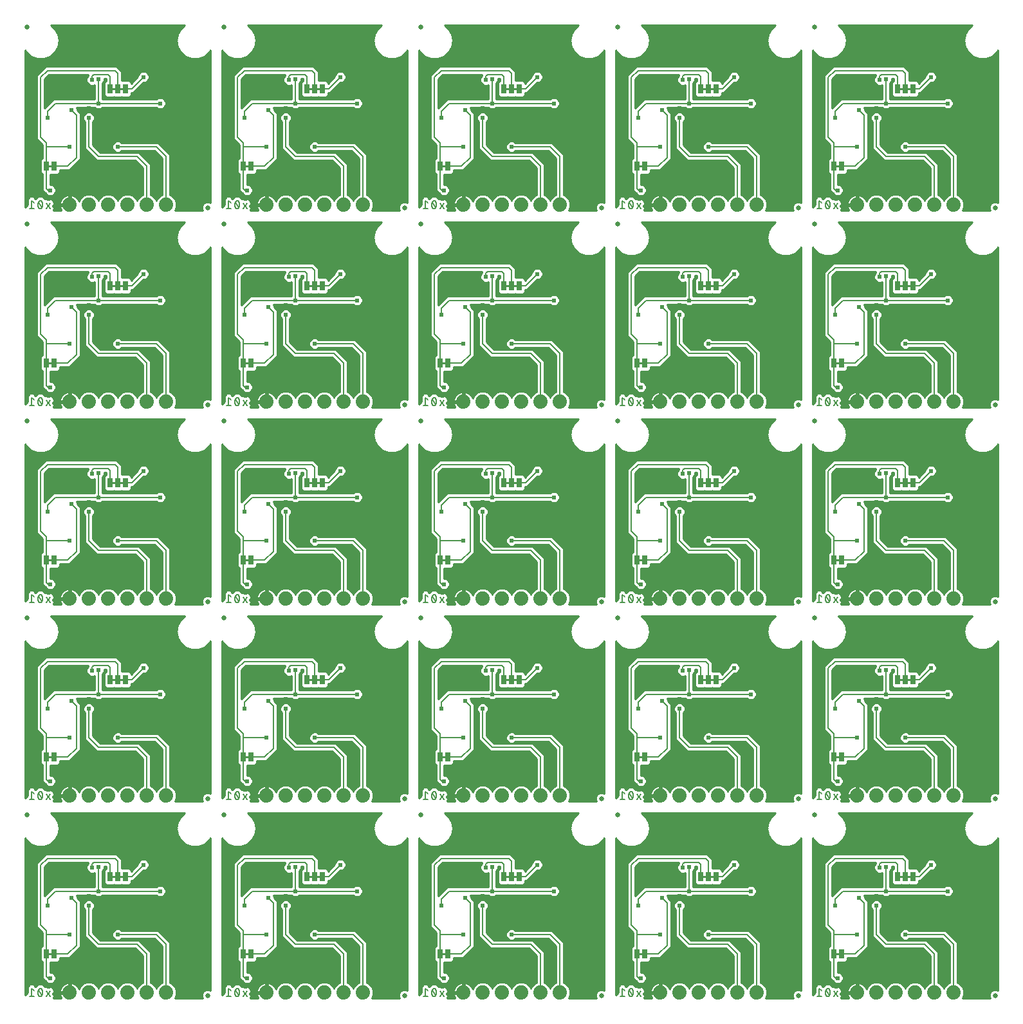
<source format=gbl>
G75*
%MOIN*%
%OFA0B0*%
%FSLAX25Y25*%
%IPPOS*%
%LPD*%
%AMOC8*
5,1,8,0,0,1.08239X$1,22.5*
%
%ADD10C,0.00800*%
%ADD11R,0.02500X0.05000*%
%ADD12C,0.01000*%
%ADD13C,0.07400*%
%ADD14C,0.02500*%
%ADD15C,0.02400*%
%ADD16C,0.00600*%
D10*
X0037517Y0031650D02*
X0039850Y0031650D01*
X0038683Y0031650D02*
X0038683Y0035850D01*
X0039850Y0034917D01*
X0044350Y0033750D02*
X0044348Y0033638D01*
X0044343Y0033526D01*
X0044334Y0033414D01*
X0044321Y0033303D01*
X0044305Y0033192D01*
X0044285Y0033081D01*
X0044261Y0032972D01*
X0044234Y0032863D01*
X0044204Y0032755D01*
X0044170Y0032648D01*
X0044133Y0032542D01*
X0044092Y0032438D01*
X0044048Y0032335D01*
X0044000Y0032233D01*
X0044117Y0032583D02*
X0042250Y0034917D01*
X0042367Y0035267D02*
X0042387Y0035320D01*
X0042410Y0035371D01*
X0042437Y0035420D01*
X0042467Y0035468D01*
X0042500Y0035514D01*
X0042535Y0035557D01*
X0042574Y0035598D01*
X0042615Y0035637D01*
X0042659Y0035673D01*
X0042705Y0035705D01*
X0042752Y0035735D01*
X0042802Y0035761D01*
X0042854Y0035785D01*
X0042906Y0035804D01*
X0042960Y0035821D01*
X0043015Y0035833D01*
X0043071Y0035843D01*
X0043127Y0035848D01*
X0043183Y0035850D01*
X0043239Y0035848D01*
X0043295Y0035843D01*
X0043351Y0035833D01*
X0043406Y0035821D01*
X0043460Y0035804D01*
X0043512Y0035785D01*
X0043564Y0035761D01*
X0043614Y0035735D01*
X0043661Y0035705D01*
X0043707Y0035672D01*
X0043751Y0035637D01*
X0043792Y0035598D01*
X0043831Y0035557D01*
X0043866Y0035514D01*
X0043899Y0035468D01*
X0043929Y0035420D01*
X0043956Y0035371D01*
X0043979Y0035320D01*
X0043999Y0035267D01*
X0042367Y0035267D02*
X0042319Y0035165D01*
X0042275Y0035062D01*
X0042234Y0034958D01*
X0042197Y0034852D01*
X0042163Y0034745D01*
X0042133Y0034637D01*
X0042106Y0034528D01*
X0042082Y0034419D01*
X0042062Y0034308D01*
X0042046Y0034197D01*
X0042033Y0034086D01*
X0042024Y0033974D01*
X0042019Y0033862D01*
X0042017Y0033750D01*
X0044350Y0033750D02*
X0044348Y0033862D01*
X0044343Y0033974D01*
X0044334Y0034086D01*
X0044321Y0034197D01*
X0044305Y0034308D01*
X0044285Y0034419D01*
X0044261Y0034528D01*
X0044234Y0034637D01*
X0044204Y0034745D01*
X0044170Y0034852D01*
X0044133Y0034958D01*
X0044092Y0035062D01*
X0044048Y0035165D01*
X0044000Y0035267D01*
X0042017Y0033750D02*
X0042019Y0033638D01*
X0042024Y0033526D01*
X0042033Y0033414D01*
X0042046Y0033303D01*
X0042062Y0033192D01*
X0042082Y0033081D01*
X0042106Y0032972D01*
X0042133Y0032863D01*
X0042163Y0032755D01*
X0042197Y0032648D01*
X0042234Y0032542D01*
X0042275Y0032438D01*
X0042319Y0032335D01*
X0042367Y0032233D01*
X0043183Y0031650D02*
X0043239Y0031652D01*
X0043295Y0031657D01*
X0043351Y0031667D01*
X0043406Y0031679D01*
X0043460Y0031696D01*
X0043512Y0031715D01*
X0043564Y0031739D01*
X0043614Y0031765D01*
X0043661Y0031795D01*
X0043707Y0031827D01*
X0043751Y0031863D01*
X0043792Y0031902D01*
X0043831Y0031943D01*
X0043866Y0031986D01*
X0043899Y0032032D01*
X0043929Y0032080D01*
X0043956Y0032129D01*
X0043979Y0032180D01*
X0043999Y0032233D01*
X0043183Y0031650D02*
X0043127Y0031652D01*
X0043071Y0031657D01*
X0043015Y0031667D01*
X0042960Y0031679D01*
X0042906Y0031696D01*
X0042854Y0031715D01*
X0042802Y0031739D01*
X0042752Y0031765D01*
X0042705Y0031795D01*
X0042659Y0031827D01*
X0042615Y0031863D01*
X0042574Y0031902D01*
X0042535Y0031943D01*
X0042500Y0031986D01*
X0042467Y0032032D01*
X0042437Y0032080D01*
X0042410Y0032129D01*
X0042387Y0032180D01*
X0042367Y0032233D01*
X0046300Y0031650D02*
X0048167Y0034450D01*
X0046300Y0034450D02*
X0048167Y0031650D01*
X0048342Y0041250D02*
X0047342Y0041250D01*
X0046342Y0042250D01*
X0046342Y0053750D01*
X0046342Y0063750D01*
X0046342Y0065750D01*
X0043342Y0068750D01*
X0043342Y0099750D01*
X0046842Y0103250D01*
X0081842Y0103250D01*
X0083342Y0101750D01*
X0083342Y0093750D01*
X0079342Y0093750D02*
X0079342Y0100250D01*
X0078342Y0101250D01*
X0070842Y0101250D01*
X0069995Y0100404D01*
X0069995Y0098404D01*
X0073342Y0098750D02*
X0073342Y0086250D01*
X0050842Y0086250D01*
X0046842Y0082250D01*
X0046842Y0078750D01*
X0059342Y0082750D02*
X0061842Y0080250D01*
X0061842Y0058250D01*
X0057342Y0053750D01*
X0050342Y0053750D01*
X0046342Y0063750D02*
X0058342Y0063750D01*
X0068342Y0063750D02*
X0073342Y0058750D01*
X0093342Y0058750D01*
X0098342Y0053750D01*
X0098342Y0033750D01*
X0108342Y0033750D02*
X0108342Y0058750D01*
X0103342Y0063750D01*
X0083342Y0063750D01*
X0073342Y0086250D02*
X0105342Y0086250D01*
X0096688Y0099904D02*
X0090535Y0093750D01*
X0098342Y0135750D02*
X0098342Y0155750D01*
X0093342Y0160750D01*
X0073342Y0160750D01*
X0068342Y0165750D01*
X0061842Y0160250D02*
X0057342Y0155750D01*
X0050342Y0155750D01*
X0046342Y0155750D02*
X0046342Y0144250D01*
X0047342Y0143250D01*
X0048342Y0143250D01*
X0048167Y0136450D02*
X0046300Y0133650D01*
X0048167Y0133650D02*
X0046300Y0136450D01*
X0042017Y0135750D02*
X0042019Y0135638D01*
X0042024Y0135526D01*
X0042033Y0135414D01*
X0042046Y0135303D01*
X0042062Y0135192D01*
X0042082Y0135081D01*
X0042106Y0134972D01*
X0042133Y0134863D01*
X0042163Y0134755D01*
X0042197Y0134648D01*
X0042234Y0134542D01*
X0042275Y0134438D01*
X0042319Y0134335D01*
X0042367Y0134233D01*
X0043183Y0133650D02*
X0043239Y0133652D01*
X0043295Y0133657D01*
X0043351Y0133667D01*
X0043406Y0133679D01*
X0043460Y0133696D01*
X0043512Y0133715D01*
X0043564Y0133739D01*
X0043614Y0133765D01*
X0043661Y0133795D01*
X0043707Y0133827D01*
X0043751Y0133863D01*
X0043792Y0133902D01*
X0043831Y0133943D01*
X0043866Y0133986D01*
X0043899Y0134032D01*
X0043929Y0134080D01*
X0043956Y0134129D01*
X0043979Y0134180D01*
X0043999Y0134233D01*
X0044117Y0134583D02*
X0042250Y0136917D01*
X0042367Y0137267D02*
X0042387Y0137320D01*
X0042410Y0137371D01*
X0042437Y0137420D01*
X0042467Y0137468D01*
X0042500Y0137514D01*
X0042535Y0137557D01*
X0042574Y0137598D01*
X0042615Y0137637D01*
X0042659Y0137673D01*
X0042705Y0137705D01*
X0042752Y0137735D01*
X0042802Y0137761D01*
X0042854Y0137785D01*
X0042906Y0137804D01*
X0042960Y0137821D01*
X0043015Y0137833D01*
X0043071Y0137843D01*
X0043127Y0137848D01*
X0043183Y0137850D01*
X0043239Y0137848D01*
X0043295Y0137843D01*
X0043351Y0137833D01*
X0043406Y0137821D01*
X0043460Y0137804D01*
X0043512Y0137785D01*
X0043564Y0137761D01*
X0043614Y0137735D01*
X0043661Y0137705D01*
X0043707Y0137672D01*
X0043751Y0137637D01*
X0043792Y0137598D01*
X0043831Y0137557D01*
X0043866Y0137514D01*
X0043899Y0137468D01*
X0043929Y0137420D01*
X0043956Y0137371D01*
X0043979Y0137320D01*
X0043999Y0137267D01*
X0042367Y0137267D02*
X0042319Y0137165D01*
X0042275Y0137062D01*
X0042234Y0136958D01*
X0042197Y0136852D01*
X0042163Y0136745D01*
X0042133Y0136637D01*
X0042106Y0136528D01*
X0042082Y0136419D01*
X0042062Y0136308D01*
X0042046Y0136197D01*
X0042033Y0136086D01*
X0042024Y0135974D01*
X0042019Y0135862D01*
X0042017Y0135750D01*
X0044350Y0135750D02*
X0044348Y0135862D01*
X0044343Y0135974D01*
X0044334Y0136086D01*
X0044321Y0136197D01*
X0044305Y0136308D01*
X0044285Y0136419D01*
X0044261Y0136528D01*
X0044234Y0136637D01*
X0044204Y0136745D01*
X0044170Y0136852D01*
X0044133Y0136958D01*
X0044092Y0137062D01*
X0044048Y0137165D01*
X0044000Y0137267D01*
X0042367Y0134233D02*
X0042387Y0134180D01*
X0042410Y0134129D01*
X0042437Y0134080D01*
X0042467Y0134032D01*
X0042500Y0133986D01*
X0042535Y0133943D01*
X0042574Y0133902D01*
X0042615Y0133863D01*
X0042659Y0133827D01*
X0042705Y0133795D01*
X0042752Y0133765D01*
X0042802Y0133739D01*
X0042854Y0133715D01*
X0042906Y0133696D01*
X0042960Y0133679D01*
X0043015Y0133667D01*
X0043071Y0133657D01*
X0043127Y0133652D01*
X0043183Y0133650D01*
X0044000Y0134233D02*
X0044048Y0134335D01*
X0044092Y0134438D01*
X0044133Y0134542D01*
X0044170Y0134648D01*
X0044204Y0134755D01*
X0044234Y0134863D01*
X0044261Y0134972D01*
X0044285Y0135081D01*
X0044305Y0135192D01*
X0044321Y0135303D01*
X0044334Y0135414D01*
X0044343Y0135526D01*
X0044348Y0135638D01*
X0044350Y0135750D01*
X0039850Y0136917D02*
X0038683Y0137850D01*
X0038683Y0133650D01*
X0037517Y0133650D02*
X0039850Y0133650D01*
X0046342Y0155750D02*
X0046342Y0165750D01*
X0046342Y0167750D01*
X0043342Y0170750D01*
X0043342Y0201750D01*
X0046842Y0205250D01*
X0081842Y0205250D01*
X0083342Y0203750D01*
X0083342Y0195750D01*
X0079342Y0195750D02*
X0079342Y0202250D01*
X0078342Y0203250D01*
X0070842Y0203250D01*
X0069995Y0202404D01*
X0069995Y0200404D01*
X0073342Y0200750D02*
X0073342Y0188250D01*
X0050842Y0188250D01*
X0046842Y0184250D01*
X0046842Y0180750D01*
X0059342Y0184750D02*
X0061842Y0182250D01*
X0061842Y0160250D01*
X0058342Y0165750D02*
X0046342Y0165750D01*
X0073342Y0188250D02*
X0105342Y0188250D01*
X0096688Y0201904D02*
X0090535Y0195750D01*
X0083342Y0165750D02*
X0103342Y0165750D01*
X0108342Y0160750D01*
X0108342Y0135750D01*
X0139517Y0133650D02*
X0141850Y0133650D01*
X0140683Y0133650D02*
X0140683Y0137850D01*
X0141850Y0136917D01*
X0146350Y0135750D02*
X0146348Y0135638D01*
X0146343Y0135526D01*
X0146334Y0135414D01*
X0146321Y0135303D01*
X0146305Y0135192D01*
X0146285Y0135081D01*
X0146261Y0134972D01*
X0146234Y0134863D01*
X0146204Y0134755D01*
X0146170Y0134648D01*
X0146133Y0134542D01*
X0146092Y0134438D01*
X0146048Y0134335D01*
X0146000Y0134233D01*
X0146117Y0134583D02*
X0144250Y0136917D01*
X0144367Y0137267D02*
X0144387Y0137320D01*
X0144410Y0137371D01*
X0144437Y0137420D01*
X0144467Y0137468D01*
X0144500Y0137514D01*
X0144535Y0137557D01*
X0144574Y0137598D01*
X0144615Y0137637D01*
X0144659Y0137673D01*
X0144705Y0137705D01*
X0144752Y0137735D01*
X0144802Y0137761D01*
X0144854Y0137785D01*
X0144906Y0137804D01*
X0144960Y0137821D01*
X0145015Y0137833D01*
X0145071Y0137843D01*
X0145127Y0137848D01*
X0145183Y0137850D01*
X0145239Y0137848D01*
X0145295Y0137843D01*
X0145351Y0137833D01*
X0145406Y0137821D01*
X0145460Y0137804D01*
X0145512Y0137785D01*
X0145564Y0137761D01*
X0145614Y0137735D01*
X0145661Y0137705D01*
X0145707Y0137672D01*
X0145751Y0137637D01*
X0145792Y0137598D01*
X0145831Y0137557D01*
X0145866Y0137514D01*
X0145899Y0137468D01*
X0145929Y0137420D01*
X0145956Y0137371D01*
X0145979Y0137320D01*
X0145999Y0137267D01*
X0144367Y0137267D02*
X0144319Y0137165D01*
X0144275Y0137062D01*
X0144234Y0136958D01*
X0144197Y0136852D01*
X0144163Y0136745D01*
X0144133Y0136637D01*
X0144106Y0136528D01*
X0144082Y0136419D01*
X0144062Y0136308D01*
X0144046Y0136197D01*
X0144033Y0136086D01*
X0144024Y0135974D01*
X0144019Y0135862D01*
X0144017Y0135750D01*
X0146350Y0135750D02*
X0146348Y0135862D01*
X0146343Y0135974D01*
X0146334Y0136086D01*
X0146321Y0136197D01*
X0146305Y0136308D01*
X0146285Y0136419D01*
X0146261Y0136528D01*
X0146234Y0136637D01*
X0146204Y0136745D01*
X0146170Y0136852D01*
X0146133Y0136958D01*
X0146092Y0137062D01*
X0146048Y0137165D01*
X0146000Y0137267D01*
X0144017Y0135750D02*
X0144019Y0135638D01*
X0144024Y0135526D01*
X0144033Y0135414D01*
X0144046Y0135303D01*
X0144062Y0135192D01*
X0144082Y0135081D01*
X0144106Y0134972D01*
X0144133Y0134863D01*
X0144163Y0134755D01*
X0144197Y0134648D01*
X0144234Y0134542D01*
X0144275Y0134438D01*
X0144319Y0134335D01*
X0144367Y0134233D01*
X0145183Y0133650D02*
X0145239Y0133652D01*
X0145295Y0133657D01*
X0145351Y0133667D01*
X0145406Y0133679D01*
X0145460Y0133696D01*
X0145512Y0133715D01*
X0145564Y0133739D01*
X0145614Y0133765D01*
X0145661Y0133795D01*
X0145707Y0133827D01*
X0145751Y0133863D01*
X0145792Y0133902D01*
X0145831Y0133943D01*
X0145866Y0133986D01*
X0145899Y0134032D01*
X0145929Y0134080D01*
X0145956Y0134129D01*
X0145979Y0134180D01*
X0145999Y0134233D01*
X0145183Y0133650D02*
X0145127Y0133652D01*
X0145071Y0133657D01*
X0145015Y0133667D01*
X0144960Y0133679D01*
X0144906Y0133696D01*
X0144854Y0133715D01*
X0144802Y0133739D01*
X0144752Y0133765D01*
X0144705Y0133795D01*
X0144659Y0133827D01*
X0144615Y0133863D01*
X0144574Y0133902D01*
X0144535Y0133943D01*
X0144500Y0133986D01*
X0144467Y0134032D01*
X0144437Y0134080D01*
X0144410Y0134129D01*
X0144387Y0134180D01*
X0144367Y0134233D01*
X0148300Y0133650D02*
X0150167Y0136450D01*
X0148300Y0136450D02*
X0150167Y0133650D01*
X0150342Y0143250D02*
X0149342Y0143250D01*
X0148342Y0144250D01*
X0148342Y0155750D01*
X0148342Y0165750D01*
X0148342Y0167750D01*
X0145342Y0170750D01*
X0145342Y0201750D01*
X0148842Y0205250D01*
X0183842Y0205250D01*
X0185342Y0203750D01*
X0185342Y0195750D01*
X0181342Y0195750D02*
X0181342Y0202250D01*
X0180342Y0203250D01*
X0172842Y0203250D01*
X0171995Y0202404D01*
X0171995Y0200404D01*
X0175342Y0200750D02*
X0175342Y0188250D01*
X0152842Y0188250D01*
X0148842Y0184250D01*
X0148842Y0180750D01*
X0161342Y0184750D02*
X0163842Y0182250D01*
X0163842Y0160250D01*
X0159342Y0155750D01*
X0152342Y0155750D01*
X0148342Y0165750D02*
X0160342Y0165750D01*
X0170342Y0165750D02*
X0175342Y0160750D01*
X0195342Y0160750D01*
X0200342Y0155750D01*
X0200342Y0135750D01*
X0210342Y0135750D02*
X0210342Y0160750D01*
X0205342Y0165750D01*
X0185342Y0165750D01*
X0175342Y0188250D02*
X0207342Y0188250D01*
X0198688Y0201904D02*
X0192535Y0195750D01*
X0150167Y0235650D02*
X0148300Y0238450D01*
X0144017Y0237750D02*
X0144019Y0237638D01*
X0144024Y0237526D01*
X0144033Y0237414D01*
X0144046Y0237303D01*
X0144062Y0237192D01*
X0144082Y0237081D01*
X0144106Y0236972D01*
X0144133Y0236863D01*
X0144163Y0236755D01*
X0144197Y0236648D01*
X0144234Y0236542D01*
X0144275Y0236438D01*
X0144319Y0236335D01*
X0144367Y0236233D01*
X0145183Y0235650D02*
X0145239Y0235652D01*
X0145295Y0235657D01*
X0145351Y0235667D01*
X0145406Y0235679D01*
X0145460Y0235696D01*
X0145512Y0235715D01*
X0145564Y0235739D01*
X0145614Y0235765D01*
X0145661Y0235795D01*
X0145707Y0235827D01*
X0145751Y0235863D01*
X0145792Y0235902D01*
X0145831Y0235943D01*
X0145866Y0235986D01*
X0145899Y0236032D01*
X0145929Y0236080D01*
X0145956Y0236129D01*
X0145979Y0236180D01*
X0145999Y0236233D01*
X0146117Y0236583D02*
X0144250Y0238917D01*
X0144367Y0239267D02*
X0144387Y0239320D01*
X0144410Y0239371D01*
X0144437Y0239420D01*
X0144467Y0239468D01*
X0144500Y0239514D01*
X0144535Y0239557D01*
X0144574Y0239598D01*
X0144615Y0239637D01*
X0144659Y0239673D01*
X0144705Y0239705D01*
X0144752Y0239735D01*
X0144802Y0239761D01*
X0144854Y0239785D01*
X0144906Y0239804D01*
X0144960Y0239821D01*
X0145015Y0239833D01*
X0145071Y0239843D01*
X0145127Y0239848D01*
X0145183Y0239850D01*
X0145239Y0239848D01*
X0145295Y0239843D01*
X0145351Y0239833D01*
X0145406Y0239821D01*
X0145460Y0239804D01*
X0145512Y0239785D01*
X0145564Y0239761D01*
X0145614Y0239735D01*
X0145661Y0239705D01*
X0145707Y0239672D01*
X0145751Y0239637D01*
X0145792Y0239598D01*
X0145831Y0239557D01*
X0145866Y0239514D01*
X0145899Y0239468D01*
X0145929Y0239420D01*
X0145956Y0239371D01*
X0145979Y0239320D01*
X0145999Y0239267D01*
X0144367Y0239267D02*
X0144319Y0239165D01*
X0144275Y0239062D01*
X0144234Y0238958D01*
X0144197Y0238852D01*
X0144163Y0238745D01*
X0144133Y0238637D01*
X0144106Y0238528D01*
X0144082Y0238419D01*
X0144062Y0238308D01*
X0144046Y0238197D01*
X0144033Y0238086D01*
X0144024Y0237974D01*
X0144019Y0237862D01*
X0144017Y0237750D01*
X0146350Y0237750D02*
X0146348Y0237862D01*
X0146343Y0237974D01*
X0146334Y0238086D01*
X0146321Y0238197D01*
X0146305Y0238308D01*
X0146285Y0238419D01*
X0146261Y0238528D01*
X0146234Y0238637D01*
X0146204Y0238745D01*
X0146170Y0238852D01*
X0146133Y0238958D01*
X0146092Y0239062D01*
X0146048Y0239165D01*
X0146000Y0239267D01*
X0144367Y0236233D02*
X0144387Y0236180D01*
X0144410Y0236129D01*
X0144437Y0236080D01*
X0144467Y0236032D01*
X0144500Y0235986D01*
X0144535Y0235943D01*
X0144574Y0235902D01*
X0144615Y0235863D01*
X0144659Y0235827D01*
X0144705Y0235795D01*
X0144752Y0235765D01*
X0144802Y0235739D01*
X0144854Y0235715D01*
X0144906Y0235696D01*
X0144960Y0235679D01*
X0145015Y0235667D01*
X0145071Y0235657D01*
X0145127Y0235652D01*
X0145183Y0235650D01*
X0146000Y0236233D02*
X0146048Y0236335D01*
X0146092Y0236438D01*
X0146133Y0236542D01*
X0146170Y0236648D01*
X0146204Y0236755D01*
X0146234Y0236863D01*
X0146261Y0236972D01*
X0146285Y0237081D01*
X0146305Y0237192D01*
X0146321Y0237303D01*
X0146334Y0237414D01*
X0146343Y0237526D01*
X0146348Y0237638D01*
X0146350Y0237750D01*
X0148300Y0235650D02*
X0150167Y0238450D01*
X0150342Y0245250D02*
X0149342Y0245250D01*
X0148342Y0246250D01*
X0148342Y0257750D01*
X0148342Y0267750D01*
X0148342Y0269750D01*
X0145342Y0272750D01*
X0145342Y0303750D01*
X0148842Y0307250D01*
X0183842Y0307250D01*
X0185342Y0305750D01*
X0185342Y0297750D01*
X0181342Y0297750D02*
X0181342Y0304250D01*
X0180342Y0305250D01*
X0172842Y0305250D01*
X0171995Y0304404D01*
X0171995Y0302404D01*
X0175342Y0302750D02*
X0175342Y0290250D01*
X0152842Y0290250D01*
X0148842Y0286250D01*
X0148842Y0282750D01*
X0161342Y0286750D02*
X0163842Y0284250D01*
X0163842Y0262250D01*
X0159342Y0257750D01*
X0152342Y0257750D01*
X0148342Y0267750D02*
X0160342Y0267750D01*
X0170342Y0267750D02*
X0175342Y0262750D01*
X0195342Y0262750D01*
X0200342Y0257750D01*
X0200342Y0237750D01*
X0210342Y0237750D02*
X0210342Y0262750D01*
X0205342Y0267750D01*
X0185342Y0267750D01*
X0175342Y0290250D02*
X0207342Y0290250D01*
X0198688Y0303904D02*
X0192535Y0297750D01*
X0150167Y0337650D02*
X0148300Y0340450D01*
X0144017Y0339750D02*
X0144019Y0339638D01*
X0144024Y0339526D01*
X0144033Y0339414D01*
X0144046Y0339303D01*
X0144062Y0339192D01*
X0144082Y0339081D01*
X0144106Y0338972D01*
X0144133Y0338863D01*
X0144163Y0338755D01*
X0144197Y0338648D01*
X0144234Y0338542D01*
X0144275Y0338438D01*
X0144319Y0338335D01*
X0144367Y0338233D01*
X0145183Y0337650D02*
X0145239Y0337652D01*
X0145295Y0337657D01*
X0145351Y0337667D01*
X0145406Y0337679D01*
X0145460Y0337696D01*
X0145512Y0337715D01*
X0145564Y0337739D01*
X0145614Y0337765D01*
X0145661Y0337795D01*
X0145707Y0337827D01*
X0145751Y0337863D01*
X0145792Y0337902D01*
X0145831Y0337943D01*
X0145866Y0337986D01*
X0145899Y0338032D01*
X0145929Y0338080D01*
X0145956Y0338129D01*
X0145979Y0338180D01*
X0145999Y0338233D01*
X0146117Y0338583D02*
X0144250Y0340917D01*
X0144367Y0341267D02*
X0144387Y0341320D01*
X0144410Y0341371D01*
X0144437Y0341420D01*
X0144467Y0341468D01*
X0144500Y0341514D01*
X0144535Y0341557D01*
X0144574Y0341598D01*
X0144615Y0341637D01*
X0144659Y0341673D01*
X0144705Y0341705D01*
X0144752Y0341735D01*
X0144802Y0341761D01*
X0144854Y0341785D01*
X0144906Y0341804D01*
X0144960Y0341821D01*
X0145015Y0341833D01*
X0145071Y0341843D01*
X0145127Y0341848D01*
X0145183Y0341850D01*
X0145239Y0341848D01*
X0145295Y0341843D01*
X0145351Y0341833D01*
X0145406Y0341821D01*
X0145460Y0341804D01*
X0145512Y0341785D01*
X0145564Y0341761D01*
X0145614Y0341735D01*
X0145661Y0341705D01*
X0145707Y0341672D01*
X0145751Y0341637D01*
X0145792Y0341598D01*
X0145831Y0341557D01*
X0145866Y0341514D01*
X0145899Y0341468D01*
X0145929Y0341420D01*
X0145956Y0341371D01*
X0145979Y0341320D01*
X0145999Y0341267D01*
X0144367Y0341267D02*
X0144319Y0341165D01*
X0144275Y0341062D01*
X0144234Y0340958D01*
X0144197Y0340852D01*
X0144163Y0340745D01*
X0144133Y0340637D01*
X0144106Y0340528D01*
X0144082Y0340419D01*
X0144062Y0340308D01*
X0144046Y0340197D01*
X0144033Y0340086D01*
X0144024Y0339974D01*
X0144019Y0339862D01*
X0144017Y0339750D01*
X0146350Y0339750D02*
X0146348Y0339862D01*
X0146343Y0339974D01*
X0146334Y0340086D01*
X0146321Y0340197D01*
X0146305Y0340308D01*
X0146285Y0340419D01*
X0146261Y0340528D01*
X0146234Y0340637D01*
X0146204Y0340745D01*
X0146170Y0340852D01*
X0146133Y0340958D01*
X0146092Y0341062D01*
X0146048Y0341165D01*
X0146000Y0341267D01*
X0144367Y0338233D02*
X0144387Y0338180D01*
X0144410Y0338129D01*
X0144437Y0338080D01*
X0144467Y0338032D01*
X0144500Y0337986D01*
X0144535Y0337943D01*
X0144574Y0337902D01*
X0144615Y0337863D01*
X0144659Y0337827D01*
X0144705Y0337795D01*
X0144752Y0337765D01*
X0144802Y0337739D01*
X0144854Y0337715D01*
X0144906Y0337696D01*
X0144960Y0337679D01*
X0145015Y0337667D01*
X0145071Y0337657D01*
X0145127Y0337652D01*
X0145183Y0337650D01*
X0146000Y0338233D02*
X0146048Y0338335D01*
X0146092Y0338438D01*
X0146133Y0338542D01*
X0146170Y0338648D01*
X0146204Y0338755D01*
X0146234Y0338863D01*
X0146261Y0338972D01*
X0146285Y0339081D01*
X0146305Y0339192D01*
X0146321Y0339303D01*
X0146334Y0339414D01*
X0146343Y0339526D01*
X0146348Y0339638D01*
X0146350Y0339750D01*
X0148300Y0337650D02*
X0150167Y0340450D01*
X0150342Y0347250D02*
X0149342Y0347250D01*
X0148342Y0348250D01*
X0148342Y0359750D01*
X0148342Y0369750D01*
X0148342Y0371750D01*
X0145342Y0374750D01*
X0145342Y0405750D01*
X0148842Y0409250D01*
X0183842Y0409250D01*
X0185342Y0407750D01*
X0185342Y0399750D01*
X0181342Y0399750D02*
X0181342Y0406250D01*
X0180342Y0407250D01*
X0172842Y0407250D01*
X0171995Y0406404D01*
X0171995Y0404404D01*
X0175342Y0404750D02*
X0175342Y0392250D01*
X0152842Y0392250D01*
X0148842Y0388250D01*
X0148842Y0384750D01*
X0161342Y0388750D02*
X0163842Y0386250D01*
X0163842Y0364250D01*
X0159342Y0359750D01*
X0152342Y0359750D01*
X0148342Y0369750D02*
X0160342Y0369750D01*
X0170342Y0369750D02*
X0175342Y0364750D01*
X0195342Y0364750D01*
X0200342Y0359750D01*
X0200342Y0339750D01*
X0210342Y0339750D02*
X0210342Y0364750D01*
X0205342Y0369750D01*
X0185342Y0369750D01*
X0175342Y0392250D02*
X0207342Y0392250D01*
X0198688Y0405904D02*
X0192535Y0399750D01*
X0200342Y0441750D02*
X0200342Y0461750D01*
X0195342Y0466750D01*
X0175342Y0466750D01*
X0170342Y0471750D01*
X0163842Y0466250D02*
X0159342Y0461750D01*
X0152342Y0461750D01*
X0148342Y0461750D02*
X0148342Y0450250D01*
X0149342Y0449250D01*
X0150342Y0449250D01*
X0150167Y0442450D02*
X0148300Y0439650D01*
X0150167Y0439650D02*
X0148300Y0442450D01*
X0144017Y0441750D02*
X0144019Y0441638D01*
X0144024Y0441526D01*
X0144033Y0441414D01*
X0144046Y0441303D01*
X0144062Y0441192D01*
X0144082Y0441081D01*
X0144106Y0440972D01*
X0144133Y0440863D01*
X0144163Y0440755D01*
X0144197Y0440648D01*
X0144234Y0440542D01*
X0144275Y0440438D01*
X0144319Y0440335D01*
X0144367Y0440233D01*
X0145183Y0439650D02*
X0145239Y0439652D01*
X0145295Y0439657D01*
X0145351Y0439667D01*
X0145406Y0439679D01*
X0145460Y0439696D01*
X0145512Y0439715D01*
X0145564Y0439739D01*
X0145614Y0439765D01*
X0145661Y0439795D01*
X0145707Y0439827D01*
X0145751Y0439863D01*
X0145792Y0439902D01*
X0145831Y0439943D01*
X0145866Y0439986D01*
X0145899Y0440032D01*
X0145929Y0440080D01*
X0145956Y0440129D01*
X0145979Y0440180D01*
X0145999Y0440233D01*
X0146117Y0440583D02*
X0144250Y0442917D01*
X0144367Y0443267D02*
X0144387Y0443320D01*
X0144410Y0443371D01*
X0144437Y0443420D01*
X0144467Y0443468D01*
X0144500Y0443514D01*
X0144535Y0443557D01*
X0144574Y0443598D01*
X0144615Y0443637D01*
X0144659Y0443673D01*
X0144705Y0443705D01*
X0144752Y0443735D01*
X0144802Y0443761D01*
X0144854Y0443785D01*
X0144906Y0443804D01*
X0144960Y0443821D01*
X0145015Y0443833D01*
X0145071Y0443843D01*
X0145127Y0443848D01*
X0145183Y0443850D01*
X0145239Y0443848D01*
X0145295Y0443843D01*
X0145351Y0443833D01*
X0145406Y0443821D01*
X0145460Y0443804D01*
X0145512Y0443785D01*
X0145564Y0443761D01*
X0145614Y0443735D01*
X0145661Y0443705D01*
X0145707Y0443672D01*
X0145751Y0443637D01*
X0145792Y0443598D01*
X0145831Y0443557D01*
X0145866Y0443514D01*
X0145899Y0443468D01*
X0145929Y0443420D01*
X0145956Y0443371D01*
X0145979Y0443320D01*
X0145999Y0443267D01*
X0144367Y0443267D02*
X0144319Y0443165D01*
X0144275Y0443062D01*
X0144234Y0442958D01*
X0144197Y0442852D01*
X0144163Y0442745D01*
X0144133Y0442637D01*
X0144106Y0442528D01*
X0144082Y0442419D01*
X0144062Y0442308D01*
X0144046Y0442197D01*
X0144033Y0442086D01*
X0144024Y0441974D01*
X0144019Y0441862D01*
X0144017Y0441750D01*
X0146350Y0441750D02*
X0146348Y0441862D01*
X0146343Y0441974D01*
X0146334Y0442086D01*
X0146321Y0442197D01*
X0146305Y0442308D01*
X0146285Y0442419D01*
X0146261Y0442528D01*
X0146234Y0442637D01*
X0146204Y0442745D01*
X0146170Y0442852D01*
X0146133Y0442958D01*
X0146092Y0443062D01*
X0146048Y0443165D01*
X0146000Y0443267D01*
X0144367Y0440233D02*
X0144387Y0440180D01*
X0144410Y0440129D01*
X0144437Y0440080D01*
X0144467Y0440032D01*
X0144500Y0439986D01*
X0144535Y0439943D01*
X0144574Y0439902D01*
X0144615Y0439863D01*
X0144659Y0439827D01*
X0144705Y0439795D01*
X0144752Y0439765D01*
X0144802Y0439739D01*
X0144854Y0439715D01*
X0144906Y0439696D01*
X0144960Y0439679D01*
X0145015Y0439667D01*
X0145071Y0439657D01*
X0145127Y0439652D01*
X0145183Y0439650D01*
X0146000Y0440233D02*
X0146048Y0440335D01*
X0146092Y0440438D01*
X0146133Y0440542D01*
X0146170Y0440648D01*
X0146204Y0440755D01*
X0146234Y0440863D01*
X0146261Y0440972D01*
X0146285Y0441081D01*
X0146305Y0441192D01*
X0146321Y0441303D01*
X0146334Y0441414D01*
X0146343Y0441526D01*
X0146348Y0441638D01*
X0146350Y0441750D01*
X0141850Y0442917D02*
X0140683Y0443850D01*
X0140683Y0439650D01*
X0139517Y0439650D02*
X0141850Y0439650D01*
X0148342Y0461750D02*
X0148342Y0471750D01*
X0148342Y0473750D01*
X0145342Y0476750D01*
X0145342Y0507750D01*
X0148842Y0511250D01*
X0183842Y0511250D01*
X0185342Y0509750D01*
X0185342Y0501750D01*
X0181342Y0501750D02*
X0181342Y0508250D01*
X0180342Y0509250D01*
X0172842Y0509250D01*
X0171995Y0508404D01*
X0171995Y0506404D01*
X0175342Y0506750D02*
X0175342Y0494250D01*
X0152842Y0494250D01*
X0148842Y0490250D01*
X0148842Y0486750D01*
X0161342Y0490750D02*
X0163842Y0488250D01*
X0163842Y0466250D01*
X0160342Y0471750D02*
X0148342Y0471750D01*
X0175342Y0494250D02*
X0207342Y0494250D01*
X0198688Y0507904D02*
X0192535Y0501750D01*
X0185342Y0471750D02*
X0205342Y0471750D01*
X0210342Y0466750D01*
X0210342Y0441750D01*
X0241517Y0439650D02*
X0243850Y0439650D01*
X0242683Y0439650D02*
X0242683Y0443850D01*
X0243850Y0442917D01*
X0248350Y0441750D02*
X0248348Y0441638D01*
X0248343Y0441526D01*
X0248334Y0441414D01*
X0248321Y0441303D01*
X0248305Y0441192D01*
X0248285Y0441081D01*
X0248261Y0440972D01*
X0248234Y0440863D01*
X0248204Y0440755D01*
X0248170Y0440648D01*
X0248133Y0440542D01*
X0248092Y0440438D01*
X0248048Y0440335D01*
X0248000Y0440233D01*
X0248117Y0440583D02*
X0246250Y0442917D01*
X0246367Y0443267D02*
X0246387Y0443320D01*
X0246410Y0443371D01*
X0246437Y0443420D01*
X0246467Y0443468D01*
X0246500Y0443514D01*
X0246535Y0443557D01*
X0246574Y0443598D01*
X0246615Y0443637D01*
X0246659Y0443673D01*
X0246705Y0443705D01*
X0246752Y0443735D01*
X0246802Y0443761D01*
X0246854Y0443785D01*
X0246906Y0443804D01*
X0246960Y0443821D01*
X0247015Y0443833D01*
X0247071Y0443843D01*
X0247127Y0443848D01*
X0247183Y0443850D01*
X0247239Y0443848D01*
X0247295Y0443843D01*
X0247351Y0443833D01*
X0247406Y0443821D01*
X0247460Y0443804D01*
X0247512Y0443785D01*
X0247564Y0443761D01*
X0247614Y0443735D01*
X0247661Y0443705D01*
X0247707Y0443672D01*
X0247751Y0443637D01*
X0247792Y0443598D01*
X0247831Y0443557D01*
X0247866Y0443514D01*
X0247899Y0443468D01*
X0247929Y0443420D01*
X0247956Y0443371D01*
X0247979Y0443320D01*
X0247999Y0443267D01*
X0246367Y0443267D02*
X0246319Y0443165D01*
X0246275Y0443062D01*
X0246234Y0442958D01*
X0246197Y0442852D01*
X0246163Y0442745D01*
X0246133Y0442637D01*
X0246106Y0442528D01*
X0246082Y0442419D01*
X0246062Y0442308D01*
X0246046Y0442197D01*
X0246033Y0442086D01*
X0246024Y0441974D01*
X0246019Y0441862D01*
X0246017Y0441750D01*
X0248350Y0441750D02*
X0248348Y0441862D01*
X0248343Y0441974D01*
X0248334Y0442086D01*
X0248321Y0442197D01*
X0248305Y0442308D01*
X0248285Y0442419D01*
X0248261Y0442528D01*
X0248234Y0442637D01*
X0248204Y0442745D01*
X0248170Y0442852D01*
X0248133Y0442958D01*
X0248092Y0443062D01*
X0248048Y0443165D01*
X0248000Y0443267D01*
X0246017Y0441750D02*
X0246019Y0441638D01*
X0246024Y0441526D01*
X0246033Y0441414D01*
X0246046Y0441303D01*
X0246062Y0441192D01*
X0246082Y0441081D01*
X0246106Y0440972D01*
X0246133Y0440863D01*
X0246163Y0440755D01*
X0246197Y0440648D01*
X0246234Y0440542D01*
X0246275Y0440438D01*
X0246319Y0440335D01*
X0246367Y0440233D01*
X0247183Y0439650D02*
X0247239Y0439652D01*
X0247295Y0439657D01*
X0247351Y0439667D01*
X0247406Y0439679D01*
X0247460Y0439696D01*
X0247512Y0439715D01*
X0247564Y0439739D01*
X0247614Y0439765D01*
X0247661Y0439795D01*
X0247707Y0439827D01*
X0247751Y0439863D01*
X0247792Y0439902D01*
X0247831Y0439943D01*
X0247866Y0439986D01*
X0247899Y0440032D01*
X0247929Y0440080D01*
X0247956Y0440129D01*
X0247979Y0440180D01*
X0247999Y0440233D01*
X0247183Y0439650D02*
X0247127Y0439652D01*
X0247071Y0439657D01*
X0247015Y0439667D01*
X0246960Y0439679D01*
X0246906Y0439696D01*
X0246854Y0439715D01*
X0246802Y0439739D01*
X0246752Y0439765D01*
X0246705Y0439795D01*
X0246659Y0439827D01*
X0246615Y0439863D01*
X0246574Y0439902D01*
X0246535Y0439943D01*
X0246500Y0439986D01*
X0246467Y0440032D01*
X0246437Y0440080D01*
X0246410Y0440129D01*
X0246387Y0440180D01*
X0246367Y0440233D01*
X0250300Y0439650D02*
X0252167Y0442450D01*
X0250300Y0442450D02*
X0252167Y0439650D01*
X0252342Y0449250D02*
X0251342Y0449250D01*
X0250342Y0450250D01*
X0250342Y0461750D01*
X0250342Y0471750D01*
X0250342Y0473750D01*
X0247342Y0476750D01*
X0247342Y0507750D01*
X0250842Y0511250D01*
X0285842Y0511250D01*
X0287342Y0509750D01*
X0287342Y0501750D01*
X0283342Y0501750D02*
X0283342Y0508250D01*
X0282342Y0509250D01*
X0274842Y0509250D01*
X0273995Y0508404D01*
X0273995Y0506404D01*
X0277342Y0506750D02*
X0277342Y0494250D01*
X0254842Y0494250D01*
X0250842Y0490250D01*
X0250842Y0486750D01*
X0263342Y0490750D02*
X0265842Y0488250D01*
X0265842Y0466250D01*
X0261342Y0461750D01*
X0254342Y0461750D01*
X0250342Y0471750D02*
X0262342Y0471750D01*
X0272342Y0471750D02*
X0277342Y0466750D01*
X0297342Y0466750D01*
X0302342Y0461750D01*
X0302342Y0441750D01*
X0312342Y0441750D02*
X0312342Y0466750D01*
X0307342Y0471750D01*
X0287342Y0471750D01*
X0277342Y0494250D02*
X0309342Y0494250D01*
X0300688Y0507904D02*
X0294535Y0501750D01*
X0349342Y0507750D02*
X0349342Y0476750D01*
X0352342Y0473750D01*
X0352342Y0471750D01*
X0352342Y0461750D01*
X0352342Y0450250D01*
X0353342Y0449250D01*
X0354342Y0449250D01*
X0354167Y0442450D02*
X0352300Y0439650D01*
X0354167Y0439650D02*
X0352300Y0442450D01*
X0348017Y0441750D02*
X0348019Y0441638D01*
X0348024Y0441526D01*
X0348033Y0441414D01*
X0348046Y0441303D01*
X0348062Y0441192D01*
X0348082Y0441081D01*
X0348106Y0440972D01*
X0348133Y0440863D01*
X0348163Y0440755D01*
X0348197Y0440648D01*
X0348234Y0440542D01*
X0348275Y0440438D01*
X0348319Y0440335D01*
X0348367Y0440233D01*
X0349183Y0439650D02*
X0349239Y0439652D01*
X0349295Y0439657D01*
X0349351Y0439667D01*
X0349406Y0439679D01*
X0349460Y0439696D01*
X0349512Y0439715D01*
X0349564Y0439739D01*
X0349614Y0439765D01*
X0349661Y0439795D01*
X0349707Y0439827D01*
X0349751Y0439863D01*
X0349792Y0439902D01*
X0349831Y0439943D01*
X0349866Y0439986D01*
X0349899Y0440032D01*
X0349929Y0440080D01*
X0349956Y0440129D01*
X0349979Y0440180D01*
X0349999Y0440233D01*
X0350117Y0440583D02*
X0348250Y0442917D01*
X0348367Y0443267D02*
X0348387Y0443320D01*
X0348410Y0443371D01*
X0348437Y0443420D01*
X0348467Y0443468D01*
X0348500Y0443514D01*
X0348535Y0443557D01*
X0348574Y0443598D01*
X0348615Y0443637D01*
X0348659Y0443673D01*
X0348705Y0443705D01*
X0348752Y0443735D01*
X0348802Y0443761D01*
X0348854Y0443785D01*
X0348906Y0443804D01*
X0348960Y0443821D01*
X0349015Y0443833D01*
X0349071Y0443843D01*
X0349127Y0443848D01*
X0349183Y0443850D01*
X0349239Y0443848D01*
X0349295Y0443843D01*
X0349351Y0443833D01*
X0349406Y0443821D01*
X0349460Y0443804D01*
X0349512Y0443785D01*
X0349564Y0443761D01*
X0349614Y0443735D01*
X0349661Y0443705D01*
X0349707Y0443672D01*
X0349751Y0443637D01*
X0349792Y0443598D01*
X0349831Y0443557D01*
X0349866Y0443514D01*
X0349899Y0443468D01*
X0349929Y0443420D01*
X0349956Y0443371D01*
X0349979Y0443320D01*
X0349999Y0443267D01*
X0348367Y0443267D02*
X0348319Y0443165D01*
X0348275Y0443062D01*
X0348234Y0442958D01*
X0348197Y0442852D01*
X0348163Y0442745D01*
X0348133Y0442637D01*
X0348106Y0442528D01*
X0348082Y0442419D01*
X0348062Y0442308D01*
X0348046Y0442197D01*
X0348033Y0442086D01*
X0348024Y0441974D01*
X0348019Y0441862D01*
X0348017Y0441750D01*
X0350350Y0441750D02*
X0350348Y0441862D01*
X0350343Y0441974D01*
X0350334Y0442086D01*
X0350321Y0442197D01*
X0350305Y0442308D01*
X0350285Y0442419D01*
X0350261Y0442528D01*
X0350234Y0442637D01*
X0350204Y0442745D01*
X0350170Y0442852D01*
X0350133Y0442958D01*
X0350092Y0443062D01*
X0350048Y0443165D01*
X0350000Y0443267D01*
X0348367Y0440233D02*
X0348387Y0440180D01*
X0348410Y0440129D01*
X0348437Y0440080D01*
X0348467Y0440032D01*
X0348500Y0439986D01*
X0348535Y0439943D01*
X0348574Y0439902D01*
X0348615Y0439863D01*
X0348659Y0439827D01*
X0348705Y0439795D01*
X0348752Y0439765D01*
X0348802Y0439739D01*
X0348854Y0439715D01*
X0348906Y0439696D01*
X0348960Y0439679D01*
X0349015Y0439667D01*
X0349071Y0439657D01*
X0349127Y0439652D01*
X0349183Y0439650D01*
X0350000Y0440233D02*
X0350048Y0440335D01*
X0350092Y0440438D01*
X0350133Y0440542D01*
X0350170Y0440648D01*
X0350204Y0440755D01*
X0350234Y0440863D01*
X0350261Y0440972D01*
X0350285Y0441081D01*
X0350305Y0441192D01*
X0350321Y0441303D01*
X0350334Y0441414D01*
X0350343Y0441526D01*
X0350348Y0441638D01*
X0350350Y0441750D01*
X0345850Y0442917D02*
X0344683Y0443850D01*
X0344683Y0439650D01*
X0343517Y0439650D02*
X0345850Y0439650D01*
X0356342Y0461750D02*
X0363342Y0461750D01*
X0367842Y0466250D01*
X0367842Y0488250D01*
X0365342Y0490750D01*
X0356842Y0494250D02*
X0352842Y0490250D01*
X0352842Y0486750D01*
X0356842Y0494250D02*
X0379342Y0494250D01*
X0379342Y0506750D01*
X0375995Y0506404D02*
X0375995Y0508404D01*
X0376842Y0509250D01*
X0384342Y0509250D01*
X0385342Y0508250D01*
X0385342Y0501750D01*
X0389342Y0501750D02*
X0389342Y0509750D01*
X0387842Y0511250D01*
X0352842Y0511250D01*
X0349342Y0507750D01*
X0379342Y0494250D02*
X0411342Y0494250D01*
X0402688Y0507904D02*
X0396535Y0501750D01*
X0389342Y0471750D02*
X0409342Y0471750D01*
X0414342Y0466750D01*
X0414342Y0441750D01*
X0404342Y0441750D02*
X0404342Y0461750D01*
X0399342Y0466750D01*
X0379342Y0466750D01*
X0374342Y0471750D01*
X0364342Y0471750D02*
X0352342Y0471750D01*
X0352842Y0409250D02*
X0349342Y0405750D01*
X0349342Y0374750D01*
X0352342Y0371750D01*
X0352342Y0369750D01*
X0352342Y0359750D01*
X0352342Y0348250D01*
X0353342Y0347250D01*
X0354342Y0347250D01*
X0354167Y0340450D02*
X0352300Y0337650D01*
X0354167Y0337650D02*
X0352300Y0340450D01*
X0348017Y0339750D02*
X0348019Y0339638D01*
X0348024Y0339526D01*
X0348033Y0339414D01*
X0348046Y0339303D01*
X0348062Y0339192D01*
X0348082Y0339081D01*
X0348106Y0338972D01*
X0348133Y0338863D01*
X0348163Y0338755D01*
X0348197Y0338648D01*
X0348234Y0338542D01*
X0348275Y0338438D01*
X0348319Y0338335D01*
X0348367Y0338233D01*
X0349183Y0337650D02*
X0349239Y0337652D01*
X0349295Y0337657D01*
X0349351Y0337667D01*
X0349406Y0337679D01*
X0349460Y0337696D01*
X0349512Y0337715D01*
X0349564Y0337739D01*
X0349614Y0337765D01*
X0349661Y0337795D01*
X0349707Y0337827D01*
X0349751Y0337863D01*
X0349792Y0337902D01*
X0349831Y0337943D01*
X0349866Y0337986D01*
X0349899Y0338032D01*
X0349929Y0338080D01*
X0349956Y0338129D01*
X0349979Y0338180D01*
X0349999Y0338233D01*
X0350117Y0338583D02*
X0348250Y0340917D01*
X0348367Y0341267D02*
X0348387Y0341320D01*
X0348410Y0341371D01*
X0348437Y0341420D01*
X0348467Y0341468D01*
X0348500Y0341514D01*
X0348535Y0341557D01*
X0348574Y0341598D01*
X0348615Y0341637D01*
X0348659Y0341673D01*
X0348705Y0341705D01*
X0348752Y0341735D01*
X0348802Y0341761D01*
X0348854Y0341785D01*
X0348906Y0341804D01*
X0348960Y0341821D01*
X0349015Y0341833D01*
X0349071Y0341843D01*
X0349127Y0341848D01*
X0349183Y0341850D01*
X0349239Y0341848D01*
X0349295Y0341843D01*
X0349351Y0341833D01*
X0349406Y0341821D01*
X0349460Y0341804D01*
X0349512Y0341785D01*
X0349564Y0341761D01*
X0349614Y0341735D01*
X0349661Y0341705D01*
X0349707Y0341672D01*
X0349751Y0341637D01*
X0349792Y0341598D01*
X0349831Y0341557D01*
X0349866Y0341514D01*
X0349899Y0341468D01*
X0349929Y0341420D01*
X0349956Y0341371D01*
X0349979Y0341320D01*
X0349999Y0341267D01*
X0348367Y0341267D02*
X0348319Y0341165D01*
X0348275Y0341062D01*
X0348234Y0340958D01*
X0348197Y0340852D01*
X0348163Y0340745D01*
X0348133Y0340637D01*
X0348106Y0340528D01*
X0348082Y0340419D01*
X0348062Y0340308D01*
X0348046Y0340197D01*
X0348033Y0340086D01*
X0348024Y0339974D01*
X0348019Y0339862D01*
X0348017Y0339750D01*
X0350350Y0339750D02*
X0350348Y0339862D01*
X0350343Y0339974D01*
X0350334Y0340086D01*
X0350321Y0340197D01*
X0350305Y0340308D01*
X0350285Y0340419D01*
X0350261Y0340528D01*
X0350234Y0340637D01*
X0350204Y0340745D01*
X0350170Y0340852D01*
X0350133Y0340958D01*
X0350092Y0341062D01*
X0350048Y0341165D01*
X0350000Y0341267D01*
X0348367Y0338233D02*
X0348387Y0338180D01*
X0348410Y0338129D01*
X0348437Y0338080D01*
X0348467Y0338032D01*
X0348500Y0337986D01*
X0348535Y0337943D01*
X0348574Y0337902D01*
X0348615Y0337863D01*
X0348659Y0337827D01*
X0348705Y0337795D01*
X0348752Y0337765D01*
X0348802Y0337739D01*
X0348854Y0337715D01*
X0348906Y0337696D01*
X0348960Y0337679D01*
X0349015Y0337667D01*
X0349071Y0337657D01*
X0349127Y0337652D01*
X0349183Y0337650D01*
X0350000Y0338233D02*
X0350048Y0338335D01*
X0350092Y0338438D01*
X0350133Y0338542D01*
X0350170Y0338648D01*
X0350204Y0338755D01*
X0350234Y0338863D01*
X0350261Y0338972D01*
X0350285Y0339081D01*
X0350305Y0339192D01*
X0350321Y0339303D01*
X0350334Y0339414D01*
X0350343Y0339526D01*
X0350348Y0339638D01*
X0350350Y0339750D01*
X0345850Y0340917D02*
X0344683Y0341850D01*
X0344683Y0337650D01*
X0343517Y0337650D02*
X0345850Y0337650D01*
X0356342Y0359750D02*
X0363342Y0359750D01*
X0367842Y0364250D01*
X0367842Y0386250D01*
X0365342Y0388750D01*
X0356842Y0392250D02*
X0352842Y0388250D01*
X0352842Y0384750D01*
X0356842Y0392250D02*
X0379342Y0392250D01*
X0379342Y0404750D01*
X0375995Y0404404D02*
X0375995Y0406404D01*
X0376842Y0407250D01*
X0384342Y0407250D01*
X0385342Y0406250D01*
X0385342Y0399750D01*
X0389342Y0399750D02*
X0389342Y0407750D01*
X0387842Y0409250D01*
X0352842Y0409250D01*
X0379342Y0392250D02*
X0411342Y0392250D01*
X0402688Y0405904D02*
X0396535Y0399750D01*
X0389342Y0369750D02*
X0409342Y0369750D01*
X0414342Y0364750D01*
X0414342Y0339750D01*
X0404342Y0339750D02*
X0404342Y0359750D01*
X0399342Y0364750D01*
X0379342Y0364750D01*
X0374342Y0369750D01*
X0364342Y0369750D02*
X0352342Y0369750D01*
X0312342Y0364750D02*
X0312342Y0339750D01*
X0302342Y0339750D02*
X0302342Y0359750D01*
X0297342Y0364750D01*
X0277342Y0364750D01*
X0272342Y0369750D01*
X0265842Y0364250D02*
X0261342Y0359750D01*
X0254342Y0359750D01*
X0250342Y0359750D02*
X0250342Y0348250D01*
X0251342Y0347250D01*
X0252342Y0347250D01*
X0252167Y0340450D02*
X0250300Y0337650D01*
X0252167Y0337650D02*
X0250300Y0340450D01*
X0246017Y0339750D02*
X0246019Y0339638D01*
X0246024Y0339526D01*
X0246033Y0339414D01*
X0246046Y0339303D01*
X0246062Y0339192D01*
X0246082Y0339081D01*
X0246106Y0338972D01*
X0246133Y0338863D01*
X0246163Y0338755D01*
X0246197Y0338648D01*
X0246234Y0338542D01*
X0246275Y0338438D01*
X0246319Y0338335D01*
X0246367Y0338233D01*
X0247183Y0337650D02*
X0247239Y0337652D01*
X0247295Y0337657D01*
X0247351Y0337667D01*
X0247406Y0337679D01*
X0247460Y0337696D01*
X0247512Y0337715D01*
X0247564Y0337739D01*
X0247614Y0337765D01*
X0247661Y0337795D01*
X0247707Y0337827D01*
X0247751Y0337863D01*
X0247792Y0337902D01*
X0247831Y0337943D01*
X0247866Y0337986D01*
X0247899Y0338032D01*
X0247929Y0338080D01*
X0247956Y0338129D01*
X0247979Y0338180D01*
X0247999Y0338233D01*
X0248117Y0338583D02*
X0246250Y0340917D01*
X0246367Y0341267D02*
X0246387Y0341320D01*
X0246410Y0341371D01*
X0246437Y0341420D01*
X0246467Y0341468D01*
X0246500Y0341514D01*
X0246535Y0341557D01*
X0246574Y0341598D01*
X0246615Y0341637D01*
X0246659Y0341673D01*
X0246705Y0341705D01*
X0246752Y0341735D01*
X0246802Y0341761D01*
X0246854Y0341785D01*
X0246906Y0341804D01*
X0246960Y0341821D01*
X0247015Y0341833D01*
X0247071Y0341843D01*
X0247127Y0341848D01*
X0247183Y0341850D01*
X0247239Y0341848D01*
X0247295Y0341843D01*
X0247351Y0341833D01*
X0247406Y0341821D01*
X0247460Y0341804D01*
X0247512Y0341785D01*
X0247564Y0341761D01*
X0247614Y0341735D01*
X0247661Y0341705D01*
X0247707Y0341672D01*
X0247751Y0341637D01*
X0247792Y0341598D01*
X0247831Y0341557D01*
X0247866Y0341514D01*
X0247899Y0341468D01*
X0247929Y0341420D01*
X0247956Y0341371D01*
X0247979Y0341320D01*
X0247999Y0341267D01*
X0246367Y0341267D02*
X0246319Y0341165D01*
X0246275Y0341062D01*
X0246234Y0340958D01*
X0246197Y0340852D01*
X0246163Y0340745D01*
X0246133Y0340637D01*
X0246106Y0340528D01*
X0246082Y0340419D01*
X0246062Y0340308D01*
X0246046Y0340197D01*
X0246033Y0340086D01*
X0246024Y0339974D01*
X0246019Y0339862D01*
X0246017Y0339750D01*
X0248350Y0339750D02*
X0248348Y0339862D01*
X0248343Y0339974D01*
X0248334Y0340086D01*
X0248321Y0340197D01*
X0248305Y0340308D01*
X0248285Y0340419D01*
X0248261Y0340528D01*
X0248234Y0340637D01*
X0248204Y0340745D01*
X0248170Y0340852D01*
X0248133Y0340958D01*
X0248092Y0341062D01*
X0248048Y0341165D01*
X0248000Y0341267D01*
X0246367Y0338233D02*
X0246387Y0338180D01*
X0246410Y0338129D01*
X0246437Y0338080D01*
X0246467Y0338032D01*
X0246500Y0337986D01*
X0246535Y0337943D01*
X0246574Y0337902D01*
X0246615Y0337863D01*
X0246659Y0337827D01*
X0246705Y0337795D01*
X0246752Y0337765D01*
X0246802Y0337739D01*
X0246854Y0337715D01*
X0246906Y0337696D01*
X0246960Y0337679D01*
X0247015Y0337667D01*
X0247071Y0337657D01*
X0247127Y0337652D01*
X0247183Y0337650D01*
X0248000Y0338233D02*
X0248048Y0338335D01*
X0248092Y0338438D01*
X0248133Y0338542D01*
X0248170Y0338648D01*
X0248204Y0338755D01*
X0248234Y0338863D01*
X0248261Y0338972D01*
X0248285Y0339081D01*
X0248305Y0339192D01*
X0248321Y0339303D01*
X0248334Y0339414D01*
X0248343Y0339526D01*
X0248348Y0339638D01*
X0248350Y0339750D01*
X0243850Y0340917D02*
X0242683Y0341850D01*
X0242683Y0337650D01*
X0241517Y0337650D02*
X0243850Y0337650D01*
X0250342Y0359750D02*
X0250342Y0369750D01*
X0250342Y0371750D01*
X0247342Y0374750D01*
X0247342Y0405750D01*
X0250842Y0409250D01*
X0285842Y0409250D01*
X0287342Y0407750D01*
X0287342Y0399750D01*
X0283342Y0399750D02*
X0283342Y0406250D01*
X0282342Y0407250D01*
X0274842Y0407250D01*
X0273995Y0406404D01*
X0273995Y0404404D01*
X0277342Y0404750D02*
X0277342Y0392250D01*
X0254842Y0392250D01*
X0250842Y0388250D01*
X0250842Y0384750D01*
X0263342Y0388750D02*
X0265842Y0386250D01*
X0265842Y0364250D01*
X0262342Y0369750D02*
X0250342Y0369750D01*
X0277342Y0392250D02*
X0309342Y0392250D01*
X0300688Y0405904D02*
X0294535Y0399750D01*
X0287342Y0369750D02*
X0307342Y0369750D01*
X0312342Y0364750D01*
X0300688Y0303904D02*
X0294535Y0297750D01*
X0287342Y0297750D02*
X0287342Y0305750D01*
X0285842Y0307250D01*
X0250842Y0307250D01*
X0247342Y0303750D01*
X0247342Y0272750D01*
X0250342Y0269750D01*
X0250342Y0267750D01*
X0250342Y0257750D01*
X0250342Y0246250D01*
X0251342Y0245250D01*
X0252342Y0245250D01*
X0252167Y0238450D02*
X0250300Y0235650D01*
X0252167Y0235650D02*
X0250300Y0238450D01*
X0246017Y0237750D02*
X0246019Y0237638D01*
X0246024Y0237526D01*
X0246033Y0237414D01*
X0246046Y0237303D01*
X0246062Y0237192D01*
X0246082Y0237081D01*
X0246106Y0236972D01*
X0246133Y0236863D01*
X0246163Y0236755D01*
X0246197Y0236648D01*
X0246234Y0236542D01*
X0246275Y0236438D01*
X0246319Y0236335D01*
X0246367Y0236233D01*
X0247183Y0235650D02*
X0247239Y0235652D01*
X0247295Y0235657D01*
X0247351Y0235667D01*
X0247406Y0235679D01*
X0247460Y0235696D01*
X0247512Y0235715D01*
X0247564Y0235739D01*
X0247614Y0235765D01*
X0247661Y0235795D01*
X0247707Y0235827D01*
X0247751Y0235863D01*
X0247792Y0235902D01*
X0247831Y0235943D01*
X0247866Y0235986D01*
X0247899Y0236032D01*
X0247929Y0236080D01*
X0247956Y0236129D01*
X0247979Y0236180D01*
X0247999Y0236233D01*
X0248117Y0236583D02*
X0246250Y0238917D01*
X0246367Y0239267D02*
X0246387Y0239320D01*
X0246410Y0239371D01*
X0246437Y0239420D01*
X0246467Y0239468D01*
X0246500Y0239514D01*
X0246535Y0239557D01*
X0246574Y0239598D01*
X0246615Y0239637D01*
X0246659Y0239673D01*
X0246705Y0239705D01*
X0246752Y0239735D01*
X0246802Y0239761D01*
X0246854Y0239785D01*
X0246906Y0239804D01*
X0246960Y0239821D01*
X0247015Y0239833D01*
X0247071Y0239843D01*
X0247127Y0239848D01*
X0247183Y0239850D01*
X0247239Y0239848D01*
X0247295Y0239843D01*
X0247351Y0239833D01*
X0247406Y0239821D01*
X0247460Y0239804D01*
X0247512Y0239785D01*
X0247564Y0239761D01*
X0247614Y0239735D01*
X0247661Y0239705D01*
X0247707Y0239672D01*
X0247751Y0239637D01*
X0247792Y0239598D01*
X0247831Y0239557D01*
X0247866Y0239514D01*
X0247899Y0239468D01*
X0247929Y0239420D01*
X0247956Y0239371D01*
X0247979Y0239320D01*
X0247999Y0239267D01*
X0246367Y0239267D02*
X0246319Y0239165D01*
X0246275Y0239062D01*
X0246234Y0238958D01*
X0246197Y0238852D01*
X0246163Y0238745D01*
X0246133Y0238637D01*
X0246106Y0238528D01*
X0246082Y0238419D01*
X0246062Y0238308D01*
X0246046Y0238197D01*
X0246033Y0238086D01*
X0246024Y0237974D01*
X0246019Y0237862D01*
X0246017Y0237750D01*
X0248350Y0237750D02*
X0248348Y0237862D01*
X0248343Y0237974D01*
X0248334Y0238086D01*
X0248321Y0238197D01*
X0248305Y0238308D01*
X0248285Y0238419D01*
X0248261Y0238528D01*
X0248234Y0238637D01*
X0248204Y0238745D01*
X0248170Y0238852D01*
X0248133Y0238958D01*
X0248092Y0239062D01*
X0248048Y0239165D01*
X0248000Y0239267D01*
X0246367Y0236233D02*
X0246387Y0236180D01*
X0246410Y0236129D01*
X0246437Y0236080D01*
X0246467Y0236032D01*
X0246500Y0235986D01*
X0246535Y0235943D01*
X0246574Y0235902D01*
X0246615Y0235863D01*
X0246659Y0235827D01*
X0246705Y0235795D01*
X0246752Y0235765D01*
X0246802Y0235739D01*
X0246854Y0235715D01*
X0246906Y0235696D01*
X0246960Y0235679D01*
X0247015Y0235667D01*
X0247071Y0235657D01*
X0247127Y0235652D01*
X0247183Y0235650D01*
X0248000Y0236233D02*
X0248048Y0236335D01*
X0248092Y0236438D01*
X0248133Y0236542D01*
X0248170Y0236648D01*
X0248204Y0236755D01*
X0248234Y0236863D01*
X0248261Y0236972D01*
X0248285Y0237081D01*
X0248305Y0237192D01*
X0248321Y0237303D01*
X0248334Y0237414D01*
X0248343Y0237526D01*
X0248348Y0237638D01*
X0248350Y0237750D01*
X0243850Y0238917D02*
X0242683Y0239850D01*
X0242683Y0235650D01*
X0241517Y0235650D02*
X0243850Y0235650D01*
X0254342Y0257750D02*
X0261342Y0257750D01*
X0265842Y0262250D01*
X0265842Y0284250D01*
X0263342Y0286750D01*
X0254842Y0290250D02*
X0250842Y0286250D01*
X0250842Y0282750D01*
X0254842Y0290250D02*
X0277342Y0290250D01*
X0277342Y0302750D01*
X0273995Y0302404D02*
X0273995Y0304404D01*
X0274842Y0305250D01*
X0282342Y0305250D01*
X0283342Y0304250D01*
X0283342Y0297750D01*
X0277342Y0290250D02*
X0309342Y0290250D01*
X0307342Y0267750D02*
X0312342Y0262750D01*
X0312342Y0237750D01*
X0302342Y0237750D02*
X0302342Y0257750D01*
X0297342Y0262750D01*
X0277342Y0262750D01*
X0272342Y0267750D01*
X0262342Y0267750D02*
X0250342Y0267750D01*
X0287342Y0267750D02*
X0307342Y0267750D01*
X0344683Y0239850D02*
X0344683Y0235650D01*
X0343517Y0235650D02*
X0345850Y0235650D01*
X0350000Y0236233D02*
X0350048Y0236335D01*
X0350092Y0236438D01*
X0350133Y0236542D01*
X0350170Y0236648D01*
X0350204Y0236755D01*
X0350234Y0236863D01*
X0350261Y0236972D01*
X0350285Y0237081D01*
X0350305Y0237192D01*
X0350321Y0237303D01*
X0350334Y0237414D01*
X0350343Y0237526D01*
X0350348Y0237638D01*
X0350350Y0237750D01*
X0348017Y0237750D02*
X0348019Y0237862D01*
X0348024Y0237974D01*
X0348033Y0238086D01*
X0348046Y0238197D01*
X0348062Y0238308D01*
X0348082Y0238419D01*
X0348106Y0238528D01*
X0348133Y0238637D01*
X0348163Y0238745D01*
X0348197Y0238852D01*
X0348234Y0238958D01*
X0348275Y0239062D01*
X0348319Y0239165D01*
X0348367Y0239267D01*
X0348250Y0238917D02*
X0350117Y0236583D01*
X0349183Y0235650D02*
X0349127Y0235652D01*
X0349071Y0235657D01*
X0349015Y0235667D01*
X0348960Y0235679D01*
X0348906Y0235696D01*
X0348854Y0235715D01*
X0348802Y0235739D01*
X0348752Y0235765D01*
X0348705Y0235795D01*
X0348659Y0235827D01*
X0348615Y0235863D01*
X0348574Y0235902D01*
X0348535Y0235943D01*
X0348500Y0235986D01*
X0348467Y0236032D01*
X0348437Y0236080D01*
X0348410Y0236129D01*
X0348387Y0236180D01*
X0348367Y0236233D01*
X0349183Y0235650D02*
X0349239Y0235652D01*
X0349295Y0235657D01*
X0349351Y0235667D01*
X0349406Y0235679D01*
X0349460Y0235696D01*
X0349512Y0235715D01*
X0349564Y0235739D01*
X0349614Y0235765D01*
X0349661Y0235795D01*
X0349707Y0235827D01*
X0349751Y0235863D01*
X0349792Y0235902D01*
X0349831Y0235943D01*
X0349866Y0235986D01*
X0349899Y0236032D01*
X0349929Y0236080D01*
X0349956Y0236129D01*
X0349979Y0236180D01*
X0349999Y0236233D01*
X0348367Y0236233D02*
X0348319Y0236335D01*
X0348275Y0236438D01*
X0348234Y0236542D01*
X0348197Y0236648D01*
X0348163Y0236755D01*
X0348133Y0236863D01*
X0348106Y0236972D01*
X0348082Y0237081D01*
X0348062Y0237192D01*
X0348046Y0237303D01*
X0348033Y0237414D01*
X0348024Y0237526D01*
X0348019Y0237638D01*
X0348017Y0237750D01*
X0350350Y0237750D02*
X0350348Y0237862D01*
X0350343Y0237974D01*
X0350334Y0238086D01*
X0350321Y0238197D01*
X0350305Y0238308D01*
X0350285Y0238419D01*
X0350261Y0238528D01*
X0350234Y0238637D01*
X0350204Y0238745D01*
X0350170Y0238852D01*
X0350133Y0238958D01*
X0350092Y0239062D01*
X0350048Y0239165D01*
X0350000Y0239267D01*
X0349183Y0239850D02*
X0349127Y0239848D01*
X0349071Y0239843D01*
X0349015Y0239833D01*
X0348960Y0239821D01*
X0348906Y0239804D01*
X0348854Y0239785D01*
X0348802Y0239761D01*
X0348752Y0239735D01*
X0348705Y0239705D01*
X0348659Y0239673D01*
X0348615Y0239637D01*
X0348574Y0239598D01*
X0348535Y0239557D01*
X0348500Y0239514D01*
X0348467Y0239468D01*
X0348437Y0239420D01*
X0348410Y0239371D01*
X0348387Y0239320D01*
X0348367Y0239267D01*
X0349183Y0239850D02*
X0349239Y0239848D01*
X0349295Y0239843D01*
X0349351Y0239833D01*
X0349406Y0239821D01*
X0349460Y0239804D01*
X0349512Y0239785D01*
X0349564Y0239761D01*
X0349614Y0239735D01*
X0349661Y0239705D01*
X0349707Y0239672D01*
X0349751Y0239637D01*
X0349792Y0239598D01*
X0349831Y0239557D01*
X0349866Y0239514D01*
X0349899Y0239468D01*
X0349929Y0239420D01*
X0349956Y0239371D01*
X0349979Y0239320D01*
X0349999Y0239267D01*
X0352300Y0238450D02*
X0354167Y0235650D01*
X0352300Y0235650D02*
X0354167Y0238450D01*
X0354342Y0245250D02*
X0353342Y0245250D01*
X0352342Y0246250D01*
X0352342Y0257750D01*
X0352342Y0267750D01*
X0352342Y0269750D01*
X0349342Y0272750D01*
X0349342Y0303750D01*
X0352842Y0307250D01*
X0387842Y0307250D01*
X0389342Y0305750D01*
X0389342Y0297750D01*
X0385342Y0297750D02*
X0385342Y0304250D01*
X0384342Y0305250D01*
X0376842Y0305250D01*
X0375995Y0304404D01*
X0375995Y0302404D01*
X0379342Y0302750D02*
X0379342Y0290250D01*
X0356842Y0290250D01*
X0352842Y0286250D01*
X0352842Y0282750D01*
X0365342Y0286750D02*
X0367842Y0284250D01*
X0367842Y0262250D01*
X0363342Y0257750D01*
X0356342Y0257750D01*
X0352342Y0267750D02*
X0364342Y0267750D01*
X0374342Y0267750D02*
X0379342Y0262750D01*
X0399342Y0262750D01*
X0404342Y0257750D01*
X0404342Y0237750D01*
X0414342Y0237750D02*
X0414342Y0262750D01*
X0409342Y0267750D01*
X0389342Y0267750D01*
X0379342Y0290250D02*
X0411342Y0290250D01*
X0402688Y0303904D02*
X0396535Y0297750D01*
X0445517Y0337650D02*
X0447850Y0337650D01*
X0446683Y0337650D02*
X0446683Y0341850D01*
X0447850Y0340917D01*
X0452350Y0339750D02*
X0452348Y0339638D01*
X0452343Y0339526D01*
X0452334Y0339414D01*
X0452321Y0339303D01*
X0452305Y0339192D01*
X0452285Y0339081D01*
X0452261Y0338972D01*
X0452234Y0338863D01*
X0452204Y0338755D01*
X0452170Y0338648D01*
X0452133Y0338542D01*
X0452092Y0338438D01*
X0452048Y0338335D01*
X0452000Y0338233D01*
X0452117Y0338583D02*
X0450250Y0340917D01*
X0450367Y0341267D02*
X0450387Y0341320D01*
X0450410Y0341371D01*
X0450437Y0341420D01*
X0450467Y0341468D01*
X0450500Y0341514D01*
X0450535Y0341557D01*
X0450574Y0341598D01*
X0450615Y0341637D01*
X0450659Y0341673D01*
X0450705Y0341705D01*
X0450752Y0341735D01*
X0450802Y0341761D01*
X0450854Y0341785D01*
X0450906Y0341804D01*
X0450960Y0341821D01*
X0451015Y0341833D01*
X0451071Y0341843D01*
X0451127Y0341848D01*
X0451183Y0341850D01*
X0451239Y0341848D01*
X0451295Y0341843D01*
X0451351Y0341833D01*
X0451406Y0341821D01*
X0451460Y0341804D01*
X0451512Y0341785D01*
X0451564Y0341761D01*
X0451614Y0341735D01*
X0451661Y0341705D01*
X0451707Y0341672D01*
X0451751Y0341637D01*
X0451792Y0341598D01*
X0451831Y0341557D01*
X0451866Y0341514D01*
X0451899Y0341468D01*
X0451929Y0341420D01*
X0451956Y0341371D01*
X0451979Y0341320D01*
X0451999Y0341267D01*
X0450367Y0341267D02*
X0450319Y0341165D01*
X0450275Y0341062D01*
X0450234Y0340958D01*
X0450197Y0340852D01*
X0450163Y0340745D01*
X0450133Y0340637D01*
X0450106Y0340528D01*
X0450082Y0340419D01*
X0450062Y0340308D01*
X0450046Y0340197D01*
X0450033Y0340086D01*
X0450024Y0339974D01*
X0450019Y0339862D01*
X0450017Y0339750D01*
X0452350Y0339750D02*
X0452348Y0339862D01*
X0452343Y0339974D01*
X0452334Y0340086D01*
X0452321Y0340197D01*
X0452305Y0340308D01*
X0452285Y0340419D01*
X0452261Y0340528D01*
X0452234Y0340637D01*
X0452204Y0340745D01*
X0452170Y0340852D01*
X0452133Y0340958D01*
X0452092Y0341062D01*
X0452048Y0341165D01*
X0452000Y0341267D01*
X0450017Y0339750D02*
X0450019Y0339638D01*
X0450024Y0339526D01*
X0450033Y0339414D01*
X0450046Y0339303D01*
X0450062Y0339192D01*
X0450082Y0339081D01*
X0450106Y0338972D01*
X0450133Y0338863D01*
X0450163Y0338755D01*
X0450197Y0338648D01*
X0450234Y0338542D01*
X0450275Y0338438D01*
X0450319Y0338335D01*
X0450367Y0338233D01*
X0451183Y0337650D02*
X0451239Y0337652D01*
X0451295Y0337657D01*
X0451351Y0337667D01*
X0451406Y0337679D01*
X0451460Y0337696D01*
X0451512Y0337715D01*
X0451564Y0337739D01*
X0451614Y0337765D01*
X0451661Y0337795D01*
X0451707Y0337827D01*
X0451751Y0337863D01*
X0451792Y0337902D01*
X0451831Y0337943D01*
X0451866Y0337986D01*
X0451899Y0338032D01*
X0451929Y0338080D01*
X0451956Y0338129D01*
X0451979Y0338180D01*
X0451999Y0338233D01*
X0451183Y0337650D02*
X0451127Y0337652D01*
X0451071Y0337657D01*
X0451015Y0337667D01*
X0450960Y0337679D01*
X0450906Y0337696D01*
X0450854Y0337715D01*
X0450802Y0337739D01*
X0450752Y0337765D01*
X0450705Y0337795D01*
X0450659Y0337827D01*
X0450615Y0337863D01*
X0450574Y0337902D01*
X0450535Y0337943D01*
X0450500Y0337986D01*
X0450467Y0338032D01*
X0450437Y0338080D01*
X0450410Y0338129D01*
X0450387Y0338180D01*
X0450367Y0338233D01*
X0454300Y0337650D02*
X0456167Y0340450D01*
X0454300Y0340450D02*
X0456167Y0337650D01*
X0456342Y0347250D02*
X0455342Y0347250D01*
X0454342Y0348250D01*
X0454342Y0359750D01*
X0454342Y0369750D01*
X0454342Y0371750D01*
X0451342Y0374750D01*
X0451342Y0405750D01*
X0454842Y0409250D01*
X0489842Y0409250D01*
X0491342Y0407750D01*
X0491342Y0399750D01*
X0487342Y0399750D02*
X0487342Y0406250D01*
X0486342Y0407250D01*
X0478842Y0407250D01*
X0477995Y0406404D01*
X0477995Y0404404D01*
X0481342Y0404750D02*
X0481342Y0392250D01*
X0458842Y0392250D01*
X0454842Y0388250D01*
X0454842Y0384750D01*
X0467342Y0388750D02*
X0469842Y0386250D01*
X0469842Y0364250D01*
X0465342Y0359750D01*
X0458342Y0359750D01*
X0454342Y0369750D02*
X0466342Y0369750D01*
X0476342Y0369750D02*
X0481342Y0364750D01*
X0501342Y0364750D01*
X0506342Y0359750D01*
X0506342Y0339750D01*
X0516342Y0339750D02*
X0516342Y0364750D01*
X0511342Y0369750D01*
X0491342Y0369750D01*
X0481342Y0392250D02*
X0513342Y0392250D01*
X0504688Y0405904D02*
X0498535Y0399750D01*
X0506342Y0441750D02*
X0506342Y0461750D01*
X0501342Y0466750D01*
X0481342Y0466750D01*
X0476342Y0471750D01*
X0469842Y0466250D02*
X0465342Y0461750D01*
X0458342Y0461750D01*
X0454342Y0461750D02*
X0454342Y0471750D01*
X0454342Y0473750D01*
X0451342Y0476750D01*
X0451342Y0507750D01*
X0454842Y0511250D01*
X0489842Y0511250D01*
X0491342Y0509750D01*
X0491342Y0501750D01*
X0487342Y0501750D02*
X0487342Y0508250D01*
X0486342Y0509250D01*
X0478842Y0509250D01*
X0477995Y0508404D01*
X0477995Y0506404D01*
X0481342Y0506750D02*
X0481342Y0494250D01*
X0458842Y0494250D01*
X0454842Y0490250D01*
X0454842Y0486750D01*
X0467342Y0490750D02*
X0469842Y0488250D01*
X0469842Y0466250D01*
X0466342Y0471750D02*
X0454342Y0471750D01*
X0454342Y0461750D02*
X0454342Y0450250D01*
X0455342Y0449250D01*
X0456342Y0449250D01*
X0456167Y0442450D02*
X0454300Y0439650D01*
X0456167Y0439650D02*
X0454300Y0442450D01*
X0450017Y0441750D02*
X0450019Y0441638D01*
X0450024Y0441526D01*
X0450033Y0441414D01*
X0450046Y0441303D01*
X0450062Y0441192D01*
X0450082Y0441081D01*
X0450106Y0440972D01*
X0450133Y0440863D01*
X0450163Y0440755D01*
X0450197Y0440648D01*
X0450234Y0440542D01*
X0450275Y0440438D01*
X0450319Y0440335D01*
X0450367Y0440233D01*
X0451183Y0439650D02*
X0451239Y0439652D01*
X0451295Y0439657D01*
X0451351Y0439667D01*
X0451406Y0439679D01*
X0451460Y0439696D01*
X0451512Y0439715D01*
X0451564Y0439739D01*
X0451614Y0439765D01*
X0451661Y0439795D01*
X0451707Y0439827D01*
X0451751Y0439863D01*
X0451792Y0439902D01*
X0451831Y0439943D01*
X0451866Y0439986D01*
X0451899Y0440032D01*
X0451929Y0440080D01*
X0451956Y0440129D01*
X0451979Y0440180D01*
X0451999Y0440233D01*
X0452117Y0440583D02*
X0450250Y0442917D01*
X0450367Y0443267D02*
X0450387Y0443320D01*
X0450410Y0443371D01*
X0450437Y0443420D01*
X0450467Y0443468D01*
X0450500Y0443514D01*
X0450535Y0443557D01*
X0450574Y0443598D01*
X0450615Y0443637D01*
X0450659Y0443673D01*
X0450705Y0443705D01*
X0450752Y0443735D01*
X0450802Y0443761D01*
X0450854Y0443785D01*
X0450906Y0443804D01*
X0450960Y0443821D01*
X0451015Y0443833D01*
X0451071Y0443843D01*
X0451127Y0443848D01*
X0451183Y0443850D01*
X0451239Y0443848D01*
X0451295Y0443843D01*
X0451351Y0443833D01*
X0451406Y0443821D01*
X0451460Y0443804D01*
X0451512Y0443785D01*
X0451564Y0443761D01*
X0451614Y0443735D01*
X0451661Y0443705D01*
X0451707Y0443672D01*
X0451751Y0443637D01*
X0451792Y0443598D01*
X0451831Y0443557D01*
X0451866Y0443514D01*
X0451899Y0443468D01*
X0451929Y0443420D01*
X0451956Y0443371D01*
X0451979Y0443320D01*
X0451999Y0443267D01*
X0450367Y0443267D02*
X0450319Y0443165D01*
X0450275Y0443062D01*
X0450234Y0442958D01*
X0450197Y0442852D01*
X0450163Y0442745D01*
X0450133Y0442637D01*
X0450106Y0442528D01*
X0450082Y0442419D01*
X0450062Y0442308D01*
X0450046Y0442197D01*
X0450033Y0442086D01*
X0450024Y0441974D01*
X0450019Y0441862D01*
X0450017Y0441750D01*
X0452350Y0441750D02*
X0452348Y0441862D01*
X0452343Y0441974D01*
X0452334Y0442086D01*
X0452321Y0442197D01*
X0452305Y0442308D01*
X0452285Y0442419D01*
X0452261Y0442528D01*
X0452234Y0442637D01*
X0452204Y0442745D01*
X0452170Y0442852D01*
X0452133Y0442958D01*
X0452092Y0443062D01*
X0452048Y0443165D01*
X0452000Y0443267D01*
X0450367Y0440233D02*
X0450387Y0440180D01*
X0450410Y0440129D01*
X0450437Y0440080D01*
X0450467Y0440032D01*
X0450500Y0439986D01*
X0450535Y0439943D01*
X0450574Y0439902D01*
X0450615Y0439863D01*
X0450659Y0439827D01*
X0450705Y0439795D01*
X0450752Y0439765D01*
X0450802Y0439739D01*
X0450854Y0439715D01*
X0450906Y0439696D01*
X0450960Y0439679D01*
X0451015Y0439667D01*
X0451071Y0439657D01*
X0451127Y0439652D01*
X0451183Y0439650D01*
X0452000Y0440233D02*
X0452048Y0440335D01*
X0452092Y0440438D01*
X0452133Y0440542D01*
X0452170Y0440648D01*
X0452204Y0440755D01*
X0452234Y0440863D01*
X0452261Y0440972D01*
X0452285Y0441081D01*
X0452305Y0441192D01*
X0452321Y0441303D01*
X0452334Y0441414D01*
X0452343Y0441526D01*
X0452348Y0441638D01*
X0452350Y0441750D01*
X0447850Y0442917D02*
X0446683Y0443850D01*
X0446683Y0439650D01*
X0445517Y0439650D02*
X0447850Y0439650D01*
X0491342Y0471750D02*
X0511342Y0471750D01*
X0516342Y0466750D01*
X0516342Y0441750D01*
X0513342Y0494250D02*
X0481342Y0494250D01*
X0498535Y0501750D02*
X0504688Y0507904D01*
X0489842Y0307250D02*
X0454842Y0307250D01*
X0451342Y0303750D01*
X0451342Y0272750D01*
X0454342Y0269750D01*
X0454342Y0267750D01*
X0454342Y0257750D01*
X0454342Y0246250D01*
X0455342Y0245250D01*
X0456342Y0245250D01*
X0456167Y0238450D02*
X0454300Y0235650D01*
X0456167Y0235650D02*
X0454300Y0238450D01*
X0450017Y0237750D02*
X0450019Y0237638D01*
X0450024Y0237526D01*
X0450033Y0237414D01*
X0450046Y0237303D01*
X0450062Y0237192D01*
X0450082Y0237081D01*
X0450106Y0236972D01*
X0450133Y0236863D01*
X0450163Y0236755D01*
X0450197Y0236648D01*
X0450234Y0236542D01*
X0450275Y0236438D01*
X0450319Y0236335D01*
X0450367Y0236233D01*
X0451183Y0235650D02*
X0451239Y0235652D01*
X0451295Y0235657D01*
X0451351Y0235667D01*
X0451406Y0235679D01*
X0451460Y0235696D01*
X0451512Y0235715D01*
X0451564Y0235739D01*
X0451614Y0235765D01*
X0451661Y0235795D01*
X0451707Y0235827D01*
X0451751Y0235863D01*
X0451792Y0235902D01*
X0451831Y0235943D01*
X0451866Y0235986D01*
X0451899Y0236032D01*
X0451929Y0236080D01*
X0451956Y0236129D01*
X0451979Y0236180D01*
X0451999Y0236233D01*
X0452117Y0236583D02*
X0450250Y0238917D01*
X0450367Y0239267D02*
X0450387Y0239320D01*
X0450410Y0239371D01*
X0450437Y0239420D01*
X0450467Y0239468D01*
X0450500Y0239514D01*
X0450535Y0239557D01*
X0450574Y0239598D01*
X0450615Y0239637D01*
X0450659Y0239673D01*
X0450705Y0239705D01*
X0450752Y0239735D01*
X0450802Y0239761D01*
X0450854Y0239785D01*
X0450906Y0239804D01*
X0450960Y0239821D01*
X0451015Y0239833D01*
X0451071Y0239843D01*
X0451127Y0239848D01*
X0451183Y0239850D01*
X0451239Y0239848D01*
X0451295Y0239843D01*
X0451351Y0239833D01*
X0451406Y0239821D01*
X0451460Y0239804D01*
X0451512Y0239785D01*
X0451564Y0239761D01*
X0451614Y0239735D01*
X0451661Y0239705D01*
X0451707Y0239672D01*
X0451751Y0239637D01*
X0451792Y0239598D01*
X0451831Y0239557D01*
X0451866Y0239514D01*
X0451899Y0239468D01*
X0451929Y0239420D01*
X0451956Y0239371D01*
X0451979Y0239320D01*
X0451999Y0239267D01*
X0450367Y0239267D02*
X0450319Y0239165D01*
X0450275Y0239062D01*
X0450234Y0238958D01*
X0450197Y0238852D01*
X0450163Y0238745D01*
X0450133Y0238637D01*
X0450106Y0238528D01*
X0450082Y0238419D01*
X0450062Y0238308D01*
X0450046Y0238197D01*
X0450033Y0238086D01*
X0450024Y0237974D01*
X0450019Y0237862D01*
X0450017Y0237750D01*
X0452350Y0237750D02*
X0452348Y0237862D01*
X0452343Y0237974D01*
X0452334Y0238086D01*
X0452321Y0238197D01*
X0452305Y0238308D01*
X0452285Y0238419D01*
X0452261Y0238528D01*
X0452234Y0238637D01*
X0452204Y0238745D01*
X0452170Y0238852D01*
X0452133Y0238958D01*
X0452092Y0239062D01*
X0452048Y0239165D01*
X0452000Y0239267D01*
X0450367Y0236233D02*
X0450387Y0236180D01*
X0450410Y0236129D01*
X0450437Y0236080D01*
X0450467Y0236032D01*
X0450500Y0235986D01*
X0450535Y0235943D01*
X0450574Y0235902D01*
X0450615Y0235863D01*
X0450659Y0235827D01*
X0450705Y0235795D01*
X0450752Y0235765D01*
X0450802Y0235739D01*
X0450854Y0235715D01*
X0450906Y0235696D01*
X0450960Y0235679D01*
X0451015Y0235667D01*
X0451071Y0235657D01*
X0451127Y0235652D01*
X0451183Y0235650D01*
X0452000Y0236233D02*
X0452048Y0236335D01*
X0452092Y0236438D01*
X0452133Y0236542D01*
X0452170Y0236648D01*
X0452204Y0236755D01*
X0452234Y0236863D01*
X0452261Y0236972D01*
X0452285Y0237081D01*
X0452305Y0237192D01*
X0452321Y0237303D01*
X0452334Y0237414D01*
X0452343Y0237526D01*
X0452348Y0237638D01*
X0452350Y0237750D01*
X0447850Y0238917D02*
X0446683Y0239850D01*
X0446683Y0235650D01*
X0445517Y0235650D02*
X0447850Y0235650D01*
X0458342Y0257750D02*
X0465342Y0257750D01*
X0469842Y0262250D01*
X0469842Y0284250D01*
X0467342Y0286750D01*
X0458842Y0290250D02*
X0454842Y0286250D01*
X0454842Y0282750D01*
X0458842Y0290250D02*
X0481342Y0290250D01*
X0481342Y0302750D01*
X0477995Y0302404D02*
X0477995Y0304404D01*
X0478842Y0305250D01*
X0486342Y0305250D01*
X0487342Y0304250D01*
X0487342Y0297750D01*
X0491342Y0297750D02*
X0491342Y0305750D01*
X0489842Y0307250D01*
X0498535Y0297750D02*
X0504688Y0303904D01*
X0513342Y0290250D02*
X0481342Y0290250D01*
X0476342Y0267750D02*
X0481342Y0262750D01*
X0501342Y0262750D01*
X0506342Y0257750D01*
X0506342Y0237750D01*
X0516342Y0237750D02*
X0516342Y0262750D01*
X0511342Y0267750D01*
X0491342Y0267750D01*
X0466342Y0267750D02*
X0454342Y0267750D01*
X0454842Y0205250D02*
X0451342Y0201750D01*
X0451342Y0170750D01*
X0454342Y0167750D01*
X0454342Y0165750D01*
X0454342Y0155750D01*
X0454342Y0144250D01*
X0455342Y0143250D01*
X0456342Y0143250D01*
X0456167Y0136450D02*
X0454300Y0133650D01*
X0456167Y0133650D02*
X0454300Y0136450D01*
X0450017Y0135750D02*
X0450019Y0135638D01*
X0450024Y0135526D01*
X0450033Y0135414D01*
X0450046Y0135303D01*
X0450062Y0135192D01*
X0450082Y0135081D01*
X0450106Y0134972D01*
X0450133Y0134863D01*
X0450163Y0134755D01*
X0450197Y0134648D01*
X0450234Y0134542D01*
X0450275Y0134438D01*
X0450319Y0134335D01*
X0450367Y0134233D01*
X0451183Y0133650D02*
X0451239Y0133652D01*
X0451295Y0133657D01*
X0451351Y0133667D01*
X0451406Y0133679D01*
X0451460Y0133696D01*
X0451512Y0133715D01*
X0451564Y0133739D01*
X0451614Y0133765D01*
X0451661Y0133795D01*
X0451707Y0133827D01*
X0451751Y0133863D01*
X0451792Y0133902D01*
X0451831Y0133943D01*
X0451866Y0133986D01*
X0451899Y0134032D01*
X0451929Y0134080D01*
X0451956Y0134129D01*
X0451979Y0134180D01*
X0451999Y0134233D01*
X0452117Y0134583D02*
X0450250Y0136917D01*
X0450367Y0137267D02*
X0450387Y0137320D01*
X0450410Y0137371D01*
X0450437Y0137420D01*
X0450467Y0137468D01*
X0450500Y0137514D01*
X0450535Y0137557D01*
X0450574Y0137598D01*
X0450615Y0137637D01*
X0450659Y0137673D01*
X0450705Y0137705D01*
X0450752Y0137735D01*
X0450802Y0137761D01*
X0450854Y0137785D01*
X0450906Y0137804D01*
X0450960Y0137821D01*
X0451015Y0137833D01*
X0451071Y0137843D01*
X0451127Y0137848D01*
X0451183Y0137850D01*
X0451239Y0137848D01*
X0451295Y0137843D01*
X0451351Y0137833D01*
X0451406Y0137821D01*
X0451460Y0137804D01*
X0451512Y0137785D01*
X0451564Y0137761D01*
X0451614Y0137735D01*
X0451661Y0137705D01*
X0451707Y0137672D01*
X0451751Y0137637D01*
X0451792Y0137598D01*
X0451831Y0137557D01*
X0451866Y0137514D01*
X0451899Y0137468D01*
X0451929Y0137420D01*
X0451956Y0137371D01*
X0451979Y0137320D01*
X0451999Y0137267D01*
X0450367Y0137267D02*
X0450319Y0137165D01*
X0450275Y0137062D01*
X0450234Y0136958D01*
X0450197Y0136852D01*
X0450163Y0136745D01*
X0450133Y0136637D01*
X0450106Y0136528D01*
X0450082Y0136419D01*
X0450062Y0136308D01*
X0450046Y0136197D01*
X0450033Y0136086D01*
X0450024Y0135974D01*
X0450019Y0135862D01*
X0450017Y0135750D01*
X0452350Y0135750D02*
X0452348Y0135862D01*
X0452343Y0135974D01*
X0452334Y0136086D01*
X0452321Y0136197D01*
X0452305Y0136308D01*
X0452285Y0136419D01*
X0452261Y0136528D01*
X0452234Y0136637D01*
X0452204Y0136745D01*
X0452170Y0136852D01*
X0452133Y0136958D01*
X0452092Y0137062D01*
X0452048Y0137165D01*
X0452000Y0137267D01*
X0450367Y0134233D02*
X0450387Y0134180D01*
X0450410Y0134129D01*
X0450437Y0134080D01*
X0450467Y0134032D01*
X0450500Y0133986D01*
X0450535Y0133943D01*
X0450574Y0133902D01*
X0450615Y0133863D01*
X0450659Y0133827D01*
X0450705Y0133795D01*
X0450752Y0133765D01*
X0450802Y0133739D01*
X0450854Y0133715D01*
X0450906Y0133696D01*
X0450960Y0133679D01*
X0451015Y0133667D01*
X0451071Y0133657D01*
X0451127Y0133652D01*
X0451183Y0133650D01*
X0452000Y0134233D02*
X0452048Y0134335D01*
X0452092Y0134438D01*
X0452133Y0134542D01*
X0452170Y0134648D01*
X0452204Y0134755D01*
X0452234Y0134863D01*
X0452261Y0134972D01*
X0452285Y0135081D01*
X0452305Y0135192D01*
X0452321Y0135303D01*
X0452334Y0135414D01*
X0452343Y0135526D01*
X0452348Y0135638D01*
X0452350Y0135750D01*
X0447850Y0136917D02*
X0446683Y0137850D01*
X0446683Y0133650D01*
X0445517Y0133650D02*
X0447850Y0133650D01*
X0458342Y0155750D02*
X0465342Y0155750D01*
X0469842Y0160250D01*
X0469842Y0182250D01*
X0467342Y0184750D01*
X0458842Y0188250D02*
X0454842Y0184250D01*
X0454842Y0180750D01*
X0458842Y0188250D02*
X0481342Y0188250D01*
X0481342Y0200750D01*
X0477995Y0200404D02*
X0477995Y0202404D01*
X0478842Y0203250D01*
X0486342Y0203250D01*
X0487342Y0202250D01*
X0487342Y0195750D01*
X0491342Y0195750D02*
X0491342Y0203750D01*
X0489842Y0205250D01*
X0454842Y0205250D01*
X0481342Y0188250D02*
X0513342Y0188250D01*
X0504688Y0201904D02*
X0498535Y0195750D01*
X0491342Y0165750D02*
X0511342Y0165750D01*
X0516342Y0160750D01*
X0516342Y0135750D01*
X0506342Y0135750D02*
X0506342Y0155750D01*
X0501342Y0160750D01*
X0481342Y0160750D01*
X0476342Y0165750D01*
X0466342Y0165750D02*
X0454342Y0165750D01*
X0414342Y0160750D02*
X0414342Y0135750D01*
X0404342Y0135750D02*
X0404342Y0155750D01*
X0399342Y0160750D01*
X0379342Y0160750D01*
X0374342Y0165750D01*
X0367842Y0160250D02*
X0363342Y0155750D01*
X0356342Y0155750D01*
X0352342Y0155750D02*
X0352342Y0144250D01*
X0353342Y0143250D01*
X0354342Y0143250D01*
X0354167Y0136450D02*
X0352300Y0133650D01*
X0354167Y0133650D02*
X0352300Y0136450D01*
X0348017Y0135750D02*
X0348019Y0135638D01*
X0348024Y0135526D01*
X0348033Y0135414D01*
X0348046Y0135303D01*
X0348062Y0135192D01*
X0348082Y0135081D01*
X0348106Y0134972D01*
X0348133Y0134863D01*
X0348163Y0134755D01*
X0348197Y0134648D01*
X0348234Y0134542D01*
X0348275Y0134438D01*
X0348319Y0134335D01*
X0348367Y0134233D01*
X0349183Y0133650D02*
X0349239Y0133652D01*
X0349295Y0133657D01*
X0349351Y0133667D01*
X0349406Y0133679D01*
X0349460Y0133696D01*
X0349512Y0133715D01*
X0349564Y0133739D01*
X0349614Y0133765D01*
X0349661Y0133795D01*
X0349707Y0133827D01*
X0349751Y0133863D01*
X0349792Y0133902D01*
X0349831Y0133943D01*
X0349866Y0133986D01*
X0349899Y0134032D01*
X0349929Y0134080D01*
X0349956Y0134129D01*
X0349979Y0134180D01*
X0349999Y0134233D01*
X0350117Y0134583D02*
X0348250Y0136917D01*
X0348367Y0137267D02*
X0348387Y0137320D01*
X0348410Y0137371D01*
X0348437Y0137420D01*
X0348467Y0137468D01*
X0348500Y0137514D01*
X0348535Y0137557D01*
X0348574Y0137598D01*
X0348615Y0137637D01*
X0348659Y0137673D01*
X0348705Y0137705D01*
X0348752Y0137735D01*
X0348802Y0137761D01*
X0348854Y0137785D01*
X0348906Y0137804D01*
X0348960Y0137821D01*
X0349015Y0137833D01*
X0349071Y0137843D01*
X0349127Y0137848D01*
X0349183Y0137850D01*
X0349239Y0137848D01*
X0349295Y0137843D01*
X0349351Y0137833D01*
X0349406Y0137821D01*
X0349460Y0137804D01*
X0349512Y0137785D01*
X0349564Y0137761D01*
X0349614Y0137735D01*
X0349661Y0137705D01*
X0349707Y0137672D01*
X0349751Y0137637D01*
X0349792Y0137598D01*
X0349831Y0137557D01*
X0349866Y0137514D01*
X0349899Y0137468D01*
X0349929Y0137420D01*
X0349956Y0137371D01*
X0349979Y0137320D01*
X0349999Y0137267D01*
X0348367Y0137267D02*
X0348319Y0137165D01*
X0348275Y0137062D01*
X0348234Y0136958D01*
X0348197Y0136852D01*
X0348163Y0136745D01*
X0348133Y0136637D01*
X0348106Y0136528D01*
X0348082Y0136419D01*
X0348062Y0136308D01*
X0348046Y0136197D01*
X0348033Y0136086D01*
X0348024Y0135974D01*
X0348019Y0135862D01*
X0348017Y0135750D01*
X0350350Y0135750D02*
X0350348Y0135862D01*
X0350343Y0135974D01*
X0350334Y0136086D01*
X0350321Y0136197D01*
X0350305Y0136308D01*
X0350285Y0136419D01*
X0350261Y0136528D01*
X0350234Y0136637D01*
X0350204Y0136745D01*
X0350170Y0136852D01*
X0350133Y0136958D01*
X0350092Y0137062D01*
X0350048Y0137165D01*
X0350000Y0137267D01*
X0348367Y0134233D02*
X0348387Y0134180D01*
X0348410Y0134129D01*
X0348437Y0134080D01*
X0348467Y0134032D01*
X0348500Y0133986D01*
X0348535Y0133943D01*
X0348574Y0133902D01*
X0348615Y0133863D01*
X0348659Y0133827D01*
X0348705Y0133795D01*
X0348752Y0133765D01*
X0348802Y0133739D01*
X0348854Y0133715D01*
X0348906Y0133696D01*
X0348960Y0133679D01*
X0349015Y0133667D01*
X0349071Y0133657D01*
X0349127Y0133652D01*
X0349183Y0133650D01*
X0350000Y0134233D02*
X0350048Y0134335D01*
X0350092Y0134438D01*
X0350133Y0134542D01*
X0350170Y0134648D01*
X0350204Y0134755D01*
X0350234Y0134863D01*
X0350261Y0134972D01*
X0350285Y0135081D01*
X0350305Y0135192D01*
X0350321Y0135303D01*
X0350334Y0135414D01*
X0350343Y0135526D01*
X0350348Y0135638D01*
X0350350Y0135750D01*
X0345850Y0136917D02*
X0344683Y0137850D01*
X0344683Y0133650D01*
X0343517Y0133650D02*
X0345850Y0133650D01*
X0352342Y0155750D02*
X0352342Y0165750D01*
X0352342Y0167750D01*
X0349342Y0170750D01*
X0349342Y0201750D01*
X0352842Y0205250D01*
X0387842Y0205250D01*
X0389342Y0203750D01*
X0389342Y0195750D01*
X0385342Y0195750D02*
X0385342Y0202250D01*
X0384342Y0203250D01*
X0376842Y0203250D01*
X0375995Y0202404D01*
X0375995Y0200404D01*
X0379342Y0200750D02*
X0379342Y0188250D01*
X0356842Y0188250D01*
X0352842Y0184250D01*
X0352842Y0180750D01*
X0365342Y0184750D02*
X0367842Y0182250D01*
X0367842Y0160250D01*
X0364342Y0165750D02*
X0352342Y0165750D01*
X0379342Y0188250D02*
X0411342Y0188250D01*
X0402688Y0201904D02*
X0396535Y0195750D01*
X0389342Y0165750D02*
X0409342Y0165750D01*
X0414342Y0160750D01*
X0387842Y0103250D02*
X0352842Y0103250D01*
X0349342Y0099750D01*
X0349342Y0068750D01*
X0352342Y0065750D01*
X0352342Y0063750D01*
X0352342Y0053750D01*
X0352342Y0042250D01*
X0353342Y0041250D01*
X0354342Y0041250D01*
X0354167Y0034450D02*
X0352300Y0031650D01*
X0354167Y0031650D02*
X0352300Y0034450D01*
X0348017Y0033750D02*
X0348019Y0033638D01*
X0348024Y0033526D01*
X0348033Y0033414D01*
X0348046Y0033303D01*
X0348062Y0033192D01*
X0348082Y0033081D01*
X0348106Y0032972D01*
X0348133Y0032863D01*
X0348163Y0032755D01*
X0348197Y0032648D01*
X0348234Y0032542D01*
X0348275Y0032438D01*
X0348319Y0032335D01*
X0348367Y0032233D01*
X0349183Y0031650D02*
X0349239Y0031652D01*
X0349295Y0031657D01*
X0349351Y0031667D01*
X0349406Y0031679D01*
X0349460Y0031696D01*
X0349512Y0031715D01*
X0349564Y0031739D01*
X0349614Y0031765D01*
X0349661Y0031795D01*
X0349707Y0031827D01*
X0349751Y0031863D01*
X0349792Y0031902D01*
X0349831Y0031943D01*
X0349866Y0031986D01*
X0349899Y0032032D01*
X0349929Y0032080D01*
X0349956Y0032129D01*
X0349979Y0032180D01*
X0349999Y0032233D01*
X0350117Y0032583D02*
X0348250Y0034917D01*
X0348367Y0035267D02*
X0348387Y0035320D01*
X0348410Y0035371D01*
X0348437Y0035420D01*
X0348467Y0035468D01*
X0348500Y0035514D01*
X0348535Y0035557D01*
X0348574Y0035598D01*
X0348615Y0035637D01*
X0348659Y0035673D01*
X0348705Y0035705D01*
X0348752Y0035735D01*
X0348802Y0035761D01*
X0348854Y0035785D01*
X0348906Y0035804D01*
X0348960Y0035821D01*
X0349015Y0035833D01*
X0349071Y0035843D01*
X0349127Y0035848D01*
X0349183Y0035850D01*
X0349239Y0035848D01*
X0349295Y0035843D01*
X0349351Y0035833D01*
X0349406Y0035821D01*
X0349460Y0035804D01*
X0349512Y0035785D01*
X0349564Y0035761D01*
X0349614Y0035735D01*
X0349661Y0035705D01*
X0349707Y0035672D01*
X0349751Y0035637D01*
X0349792Y0035598D01*
X0349831Y0035557D01*
X0349866Y0035514D01*
X0349899Y0035468D01*
X0349929Y0035420D01*
X0349956Y0035371D01*
X0349979Y0035320D01*
X0349999Y0035267D01*
X0348367Y0035267D02*
X0348319Y0035165D01*
X0348275Y0035062D01*
X0348234Y0034958D01*
X0348197Y0034852D01*
X0348163Y0034745D01*
X0348133Y0034637D01*
X0348106Y0034528D01*
X0348082Y0034419D01*
X0348062Y0034308D01*
X0348046Y0034197D01*
X0348033Y0034086D01*
X0348024Y0033974D01*
X0348019Y0033862D01*
X0348017Y0033750D01*
X0350350Y0033750D02*
X0350348Y0033862D01*
X0350343Y0033974D01*
X0350334Y0034086D01*
X0350321Y0034197D01*
X0350305Y0034308D01*
X0350285Y0034419D01*
X0350261Y0034528D01*
X0350234Y0034637D01*
X0350204Y0034745D01*
X0350170Y0034852D01*
X0350133Y0034958D01*
X0350092Y0035062D01*
X0350048Y0035165D01*
X0350000Y0035267D01*
X0348367Y0032233D02*
X0348387Y0032180D01*
X0348410Y0032129D01*
X0348437Y0032080D01*
X0348467Y0032032D01*
X0348500Y0031986D01*
X0348535Y0031943D01*
X0348574Y0031902D01*
X0348615Y0031863D01*
X0348659Y0031827D01*
X0348705Y0031795D01*
X0348752Y0031765D01*
X0348802Y0031739D01*
X0348854Y0031715D01*
X0348906Y0031696D01*
X0348960Y0031679D01*
X0349015Y0031667D01*
X0349071Y0031657D01*
X0349127Y0031652D01*
X0349183Y0031650D01*
X0350000Y0032233D02*
X0350048Y0032335D01*
X0350092Y0032438D01*
X0350133Y0032542D01*
X0350170Y0032648D01*
X0350204Y0032755D01*
X0350234Y0032863D01*
X0350261Y0032972D01*
X0350285Y0033081D01*
X0350305Y0033192D01*
X0350321Y0033303D01*
X0350334Y0033414D01*
X0350343Y0033526D01*
X0350348Y0033638D01*
X0350350Y0033750D01*
X0345850Y0034917D02*
X0344683Y0035850D01*
X0344683Y0031650D01*
X0343517Y0031650D02*
X0345850Y0031650D01*
X0356342Y0053750D02*
X0363342Y0053750D01*
X0367842Y0058250D01*
X0367842Y0080250D01*
X0365342Y0082750D01*
X0356842Y0086250D02*
X0352842Y0082250D01*
X0352842Y0078750D01*
X0356842Y0086250D02*
X0379342Y0086250D01*
X0379342Y0098750D01*
X0375995Y0098404D02*
X0375995Y0100404D01*
X0376842Y0101250D01*
X0384342Y0101250D01*
X0385342Y0100250D01*
X0385342Y0093750D01*
X0389342Y0093750D02*
X0389342Y0101750D01*
X0387842Y0103250D01*
X0396535Y0093750D02*
X0402688Y0099904D01*
X0411342Y0086250D02*
X0379342Y0086250D01*
X0374342Y0063750D02*
X0379342Y0058750D01*
X0399342Y0058750D01*
X0404342Y0053750D01*
X0404342Y0033750D01*
X0414342Y0033750D02*
X0414342Y0058750D01*
X0409342Y0063750D01*
X0389342Y0063750D01*
X0364342Y0063750D02*
X0352342Y0063750D01*
X0312342Y0058750D02*
X0312342Y0033750D01*
X0302342Y0033750D02*
X0302342Y0053750D01*
X0297342Y0058750D01*
X0277342Y0058750D01*
X0272342Y0063750D01*
X0265842Y0058250D02*
X0261342Y0053750D01*
X0254342Y0053750D01*
X0250342Y0053750D02*
X0250342Y0042250D01*
X0251342Y0041250D01*
X0252342Y0041250D01*
X0252167Y0034450D02*
X0250300Y0031650D01*
X0252167Y0031650D02*
X0250300Y0034450D01*
X0246017Y0033750D02*
X0246019Y0033638D01*
X0246024Y0033526D01*
X0246033Y0033414D01*
X0246046Y0033303D01*
X0246062Y0033192D01*
X0246082Y0033081D01*
X0246106Y0032972D01*
X0246133Y0032863D01*
X0246163Y0032755D01*
X0246197Y0032648D01*
X0246234Y0032542D01*
X0246275Y0032438D01*
X0246319Y0032335D01*
X0246367Y0032233D01*
X0247183Y0031650D02*
X0247239Y0031652D01*
X0247295Y0031657D01*
X0247351Y0031667D01*
X0247406Y0031679D01*
X0247460Y0031696D01*
X0247512Y0031715D01*
X0247564Y0031739D01*
X0247614Y0031765D01*
X0247661Y0031795D01*
X0247707Y0031827D01*
X0247751Y0031863D01*
X0247792Y0031902D01*
X0247831Y0031943D01*
X0247866Y0031986D01*
X0247899Y0032032D01*
X0247929Y0032080D01*
X0247956Y0032129D01*
X0247979Y0032180D01*
X0247999Y0032233D01*
X0248117Y0032583D02*
X0246250Y0034917D01*
X0246367Y0035267D02*
X0246387Y0035320D01*
X0246410Y0035371D01*
X0246437Y0035420D01*
X0246467Y0035468D01*
X0246500Y0035514D01*
X0246535Y0035557D01*
X0246574Y0035598D01*
X0246615Y0035637D01*
X0246659Y0035673D01*
X0246705Y0035705D01*
X0246752Y0035735D01*
X0246802Y0035761D01*
X0246854Y0035785D01*
X0246906Y0035804D01*
X0246960Y0035821D01*
X0247015Y0035833D01*
X0247071Y0035843D01*
X0247127Y0035848D01*
X0247183Y0035850D01*
X0247239Y0035848D01*
X0247295Y0035843D01*
X0247351Y0035833D01*
X0247406Y0035821D01*
X0247460Y0035804D01*
X0247512Y0035785D01*
X0247564Y0035761D01*
X0247614Y0035735D01*
X0247661Y0035705D01*
X0247707Y0035672D01*
X0247751Y0035637D01*
X0247792Y0035598D01*
X0247831Y0035557D01*
X0247866Y0035514D01*
X0247899Y0035468D01*
X0247929Y0035420D01*
X0247956Y0035371D01*
X0247979Y0035320D01*
X0247999Y0035267D01*
X0246367Y0035267D02*
X0246319Y0035165D01*
X0246275Y0035062D01*
X0246234Y0034958D01*
X0246197Y0034852D01*
X0246163Y0034745D01*
X0246133Y0034637D01*
X0246106Y0034528D01*
X0246082Y0034419D01*
X0246062Y0034308D01*
X0246046Y0034197D01*
X0246033Y0034086D01*
X0246024Y0033974D01*
X0246019Y0033862D01*
X0246017Y0033750D01*
X0248350Y0033750D02*
X0248348Y0033862D01*
X0248343Y0033974D01*
X0248334Y0034086D01*
X0248321Y0034197D01*
X0248305Y0034308D01*
X0248285Y0034419D01*
X0248261Y0034528D01*
X0248234Y0034637D01*
X0248204Y0034745D01*
X0248170Y0034852D01*
X0248133Y0034958D01*
X0248092Y0035062D01*
X0248048Y0035165D01*
X0248000Y0035267D01*
X0246367Y0032233D02*
X0246387Y0032180D01*
X0246410Y0032129D01*
X0246437Y0032080D01*
X0246467Y0032032D01*
X0246500Y0031986D01*
X0246535Y0031943D01*
X0246574Y0031902D01*
X0246615Y0031863D01*
X0246659Y0031827D01*
X0246705Y0031795D01*
X0246752Y0031765D01*
X0246802Y0031739D01*
X0246854Y0031715D01*
X0246906Y0031696D01*
X0246960Y0031679D01*
X0247015Y0031667D01*
X0247071Y0031657D01*
X0247127Y0031652D01*
X0247183Y0031650D01*
X0248000Y0032233D02*
X0248048Y0032335D01*
X0248092Y0032438D01*
X0248133Y0032542D01*
X0248170Y0032648D01*
X0248204Y0032755D01*
X0248234Y0032863D01*
X0248261Y0032972D01*
X0248285Y0033081D01*
X0248305Y0033192D01*
X0248321Y0033303D01*
X0248334Y0033414D01*
X0248343Y0033526D01*
X0248348Y0033638D01*
X0248350Y0033750D01*
X0243850Y0034917D02*
X0242683Y0035850D01*
X0242683Y0031650D01*
X0241517Y0031650D02*
X0243850Y0031650D01*
X0250342Y0053750D02*
X0250342Y0063750D01*
X0250342Y0065750D01*
X0247342Y0068750D01*
X0247342Y0099750D01*
X0250842Y0103250D01*
X0285842Y0103250D01*
X0287342Y0101750D01*
X0287342Y0093750D01*
X0283342Y0093750D02*
X0283342Y0100250D01*
X0282342Y0101250D01*
X0274842Y0101250D01*
X0273995Y0100404D01*
X0273995Y0098404D01*
X0277342Y0098750D02*
X0277342Y0086250D01*
X0254842Y0086250D01*
X0250842Y0082250D01*
X0250842Y0078750D01*
X0263342Y0082750D02*
X0265842Y0080250D01*
X0265842Y0058250D01*
X0262342Y0063750D02*
X0250342Y0063750D01*
X0277342Y0086250D02*
X0309342Y0086250D01*
X0300688Y0099904D02*
X0294535Y0093750D01*
X0287342Y0063750D02*
X0307342Y0063750D01*
X0312342Y0058750D01*
X0312342Y0135750D02*
X0312342Y0160750D01*
X0307342Y0165750D01*
X0287342Y0165750D01*
X0297342Y0160750D02*
X0277342Y0160750D01*
X0272342Y0165750D01*
X0265842Y0160250D02*
X0261342Y0155750D01*
X0254342Y0155750D01*
X0250342Y0155750D02*
X0250342Y0144250D01*
X0251342Y0143250D01*
X0252342Y0143250D01*
X0252167Y0136450D02*
X0250300Y0133650D01*
X0252167Y0133650D02*
X0250300Y0136450D01*
X0246017Y0135750D02*
X0246019Y0135638D01*
X0246024Y0135526D01*
X0246033Y0135414D01*
X0246046Y0135303D01*
X0246062Y0135192D01*
X0246082Y0135081D01*
X0246106Y0134972D01*
X0246133Y0134863D01*
X0246163Y0134755D01*
X0246197Y0134648D01*
X0246234Y0134542D01*
X0246275Y0134438D01*
X0246319Y0134335D01*
X0246367Y0134233D01*
X0247183Y0133650D02*
X0247239Y0133652D01*
X0247295Y0133657D01*
X0247351Y0133667D01*
X0247406Y0133679D01*
X0247460Y0133696D01*
X0247512Y0133715D01*
X0247564Y0133739D01*
X0247614Y0133765D01*
X0247661Y0133795D01*
X0247707Y0133827D01*
X0247751Y0133863D01*
X0247792Y0133902D01*
X0247831Y0133943D01*
X0247866Y0133986D01*
X0247899Y0134032D01*
X0247929Y0134080D01*
X0247956Y0134129D01*
X0247979Y0134180D01*
X0247999Y0134233D01*
X0248117Y0134583D02*
X0246250Y0136917D01*
X0246367Y0137267D02*
X0246387Y0137320D01*
X0246410Y0137371D01*
X0246437Y0137420D01*
X0246467Y0137468D01*
X0246500Y0137514D01*
X0246535Y0137557D01*
X0246574Y0137598D01*
X0246615Y0137637D01*
X0246659Y0137673D01*
X0246705Y0137705D01*
X0246752Y0137735D01*
X0246802Y0137761D01*
X0246854Y0137785D01*
X0246906Y0137804D01*
X0246960Y0137821D01*
X0247015Y0137833D01*
X0247071Y0137843D01*
X0247127Y0137848D01*
X0247183Y0137850D01*
X0247239Y0137848D01*
X0247295Y0137843D01*
X0247351Y0137833D01*
X0247406Y0137821D01*
X0247460Y0137804D01*
X0247512Y0137785D01*
X0247564Y0137761D01*
X0247614Y0137735D01*
X0247661Y0137705D01*
X0247707Y0137672D01*
X0247751Y0137637D01*
X0247792Y0137598D01*
X0247831Y0137557D01*
X0247866Y0137514D01*
X0247899Y0137468D01*
X0247929Y0137420D01*
X0247956Y0137371D01*
X0247979Y0137320D01*
X0247999Y0137267D01*
X0246367Y0137267D02*
X0246319Y0137165D01*
X0246275Y0137062D01*
X0246234Y0136958D01*
X0246197Y0136852D01*
X0246163Y0136745D01*
X0246133Y0136637D01*
X0246106Y0136528D01*
X0246082Y0136419D01*
X0246062Y0136308D01*
X0246046Y0136197D01*
X0246033Y0136086D01*
X0246024Y0135974D01*
X0246019Y0135862D01*
X0246017Y0135750D01*
X0248350Y0135750D02*
X0248348Y0135862D01*
X0248343Y0135974D01*
X0248334Y0136086D01*
X0248321Y0136197D01*
X0248305Y0136308D01*
X0248285Y0136419D01*
X0248261Y0136528D01*
X0248234Y0136637D01*
X0248204Y0136745D01*
X0248170Y0136852D01*
X0248133Y0136958D01*
X0248092Y0137062D01*
X0248048Y0137165D01*
X0248000Y0137267D01*
X0246367Y0134233D02*
X0246387Y0134180D01*
X0246410Y0134129D01*
X0246437Y0134080D01*
X0246467Y0134032D01*
X0246500Y0133986D01*
X0246535Y0133943D01*
X0246574Y0133902D01*
X0246615Y0133863D01*
X0246659Y0133827D01*
X0246705Y0133795D01*
X0246752Y0133765D01*
X0246802Y0133739D01*
X0246854Y0133715D01*
X0246906Y0133696D01*
X0246960Y0133679D01*
X0247015Y0133667D01*
X0247071Y0133657D01*
X0247127Y0133652D01*
X0247183Y0133650D01*
X0248000Y0134233D02*
X0248048Y0134335D01*
X0248092Y0134438D01*
X0248133Y0134542D01*
X0248170Y0134648D01*
X0248204Y0134755D01*
X0248234Y0134863D01*
X0248261Y0134972D01*
X0248285Y0135081D01*
X0248305Y0135192D01*
X0248321Y0135303D01*
X0248334Y0135414D01*
X0248343Y0135526D01*
X0248348Y0135638D01*
X0248350Y0135750D01*
X0243850Y0136917D02*
X0242683Y0137850D01*
X0242683Y0133650D01*
X0241517Y0133650D02*
X0243850Y0133650D01*
X0250342Y0155750D02*
X0250342Y0165750D01*
X0250342Y0167750D01*
X0247342Y0170750D01*
X0247342Y0201750D01*
X0250842Y0205250D01*
X0285842Y0205250D01*
X0287342Y0203750D01*
X0287342Y0195750D01*
X0283342Y0195750D02*
X0283342Y0202250D01*
X0282342Y0203250D01*
X0274842Y0203250D01*
X0273995Y0202404D01*
X0273995Y0200404D01*
X0277342Y0200750D02*
X0277342Y0188250D01*
X0254842Y0188250D01*
X0250842Y0184250D01*
X0250842Y0180750D01*
X0263342Y0184750D02*
X0265842Y0182250D01*
X0265842Y0160250D01*
X0262342Y0165750D02*
X0250342Y0165750D01*
X0277342Y0188250D02*
X0309342Y0188250D01*
X0300688Y0201904D02*
X0294535Y0195750D01*
X0297342Y0160750D02*
X0302342Y0155750D01*
X0302342Y0135750D01*
X0207342Y0086250D02*
X0175342Y0086250D01*
X0175342Y0098750D01*
X0171995Y0098404D02*
X0171995Y0100404D01*
X0172842Y0101250D01*
X0180342Y0101250D01*
X0181342Y0100250D01*
X0181342Y0093750D01*
X0185342Y0093750D02*
X0185342Y0101750D01*
X0183842Y0103250D01*
X0148842Y0103250D01*
X0145342Y0099750D01*
X0145342Y0068750D01*
X0148342Y0065750D01*
X0148342Y0063750D01*
X0148342Y0053750D01*
X0148342Y0042250D01*
X0149342Y0041250D01*
X0150342Y0041250D01*
X0150167Y0034450D02*
X0148300Y0031650D01*
X0150167Y0031650D02*
X0148300Y0034450D01*
X0144017Y0033750D02*
X0144019Y0033638D01*
X0144024Y0033526D01*
X0144033Y0033414D01*
X0144046Y0033303D01*
X0144062Y0033192D01*
X0144082Y0033081D01*
X0144106Y0032972D01*
X0144133Y0032863D01*
X0144163Y0032755D01*
X0144197Y0032648D01*
X0144234Y0032542D01*
X0144275Y0032438D01*
X0144319Y0032335D01*
X0144367Y0032233D01*
X0145183Y0031650D02*
X0145239Y0031652D01*
X0145295Y0031657D01*
X0145351Y0031667D01*
X0145406Y0031679D01*
X0145460Y0031696D01*
X0145512Y0031715D01*
X0145564Y0031739D01*
X0145614Y0031765D01*
X0145661Y0031795D01*
X0145707Y0031827D01*
X0145751Y0031863D01*
X0145792Y0031902D01*
X0145831Y0031943D01*
X0145866Y0031986D01*
X0145899Y0032032D01*
X0145929Y0032080D01*
X0145956Y0032129D01*
X0145979Y0032180D01*
X0145999Y0032233D01*
X0146117Y0032583D02*
X0144250Y0034917D01*
X0144367Y0035267D02*
X0144387Y0035320D01*
X0144410Y0035371D01*
X0144437Y0035420D01*
X0144467Y0035468D01*
X0144500Y0035514D01*
X0144535Y0035557D01*
X0144574Y0035598D01*
X0144615Y0035637D01*
X0144659Y0035673D01*
X0144705Y0035705D01*
X0144752Y0035735D01*
X0144802Y0035761D01*
X0144854Y0035785D01*
X0144906Y0035804D01*
X0144960Y0035821D01*
X0145015Y0035833D01*
X0145071Y0035843D01*
X0145127Y0035848D01*
X0145183Y0035850D01*
X0145239Y0035848D01*
X0145295Y0035843D01*
X0145351Y0035833D01*
X0145406Y0035821D01*
X0145460Y0035804D01*
X0145512Y0035785D01*
X0145564Y0035761D01*
X0145614Y0035735D01*
X0145661Y0035705D01*
X0145707Y0035672D01*
X0145751Y0035637D01*
X0145792Y0035598D01*
X0145831Y0035557D01*
X0145866Y0035514D01*
X0145899Y0035468D01*
X0145929Y0035420D01*
X0145956Y0035371D01*
X0145979Y0035320D01*
X0145999Y0035267D01*
X0144367Y0035267D02*
X0144319Y0035165D01*
X0144275Y0035062D01*
X0144234Y0034958D01*
X0144197Y0034852D01*
X0144163Y0034745D01*
X0144133Y0034637D01*
X0144106Y0034528D01*
X0144082Y0034419D01*
X0144062Y0034308D01*
X0144046Y0034197D01*
X0144033Y0034086D01*
X0144024Y0033974D01*
X0144019Y0033862D01*
X0144017Y0033750D01*
X0146350Y0033750D02*
X0146348Y0033862D01*
X0146343Y0033974D01*
X0146334Y0034086D01*
X0146321Y0034197D01*
X0146305Y0034308D01*
X0146285Y0034419D01*
X0146261Y0034528D01*
X0146234Y0034637D01*
X0146204Y0034745D01*
X0146170Y0034852D01*
X0146133Y0034958D01*
X0146092Y0035062D01*
X0146048Y0035165D01*
X0146000Y0035267D01*
X0144367Y0032233D02*
X0144387Y0032180D01*
X0144410Y0032129D01*
X0144437Y0032080D01*
X0144467Y0032032D01*
X0144500Y0031986D01*
X0144535Y0031943D01*
X0144574Y0031902D01*
X0144615Y0031863D01*
X0144659Y0031827D01*
X0144705Y0031795D01*
X0144752Y0031765D01*
X0144802Y0031739D01*
X0144854Y0031715D01*
X0144906Y0031696D01*
X0144960Y0031679D01*
X0145015Y0031667D01*
X0145071Y0031657D01*
X0145127Y0031652D01*
X0145183Y0031650D01*
X0146000Y0032233D02*
X0146048Y0032335D01*
X0146092Y0032438D01*
X0146133Y0032542D01*
X0146170Y0032648D01*
X0146204Y0032755D01*
X0146234Y0032863D01*
X0146261Y0032972D01*
X0146285Y0033081D01*
X0146305Y0033192D01*
X0146321Y0033303D01*
X0146334Y0033414D01*
X0146343Y0033526D01*
X0146348Y0033638D01*
X0146350Y0033750D01*
X0141850Y0034917D02*
X0140683Y0035850D01*
X0140683Y0031650D01*
X0139517Y0031650D02*
X0141850Y0031650D01*
X0152342Y0053750D02*
X0159342Y0053750D01*
X0163842Y0058250D01*
X0163842Y0080250D01*
X0161342Y0082750D01*
X0152842Y0086250D02*
X0148842Y0082250D01*
X0148842Y0078750D01*
X0152842Y0086250D02*
X0175342Y0086250D01*
X0192535Y0093750D02*
X0198688Y0099904D01*
X0205342Y0063750D02*
X0185342Y0063750D01*
X0195342Y0058750D02*
X0175342Y0058750D01*
X0170342Y0063750D01*
X0160342Y0063750D02*
X0148342Y0063750D01*
X0195342Y0058750D02*
X0200342Y0053750D01*
X0200342Y0033750D01*
X0210342Y0033750D02*
X0210342Y0058750D01*
X0205342Y0063750D01*
X0141850Y0235650D02*
X0139517Y0235650D01*
X0140683Y0235650D02*
X0140683Y0239850D01*
X0141850Y0238917D01*
X0108342Y0237750D02*
X0108342Y0262750D01*
X0103342Y0267750D01*
X0083342Y0267750D01*
X0093342Y0262750D02*
X0073342Y0262750D01*
X0068342Y0267750D01*
X0061842Y0262250D02*
X0057342Y0257750D01*
X0050342Y0257750D01*
X0046342Y0257750D02*
X0046342Y0246250D01*
X0047342Y0245250D01*
X0048342Y0245250D01*
X0048167Y0238450D02*
X0046300Y0235650D01*
X0048167Y0235650D02*
X0046300Y0238450D01*
X0042017Y0237750D02*
X0042019Y0237638D01*
X0042024Y0237526D01*
X0042033Y0237414D01*
X0042046Y0237303D01*
X0042062Y0237192D01*
X0042082Y0237081D01*
X0042106Y0236972D01*
X0042133Y0236863D01*
X0042163Y0236755D01*
X0042197Y0236648D01*
X0042234Y0236542D01*
X0042275Y0236438D01*
X0042319Y0236335D01*
X0042367Y0236233D01*
X0043183Y0235650D02*
X0043239Y0235652D01*
X0043295Y0235657D01*
X0043351Y0235667D01*
X0043406Y0235679D01*
X0043460Y0235696D01*
X0043512Y0235715D01*
X0043564Y0235739D01*
X0043614Y0235765D01*
X0043661Y0235795D01*
X0043707Y0235827D01*
X0043751Y0235863D01*
X0043792Y0235902D01*
X0043831Y0235943D01*
X0043866Y0235986D01*
X0043899Y0236032D01*
X0043929Y0236080D01*
X0043956Y0236129D01*
X0043979Y0236180D01*
X0043999Y0236233D01*
X0044117Y0236583D02*
X0042250Y0238917D01*
X0042367Y0239267D02*
X0042387Y0239320D01*
X0042410Y0239371D01*
X0042437Y0239420D01*
X0042467Y0239468D01*
X0042500Y0239514D01*
X0042535Y0239557D01*
X0042574Y0239598D01*
X0042615Y0239637D01*
X0042659Y0239673D01*
X0042705Y0239705D01*
X0042752Y0239735D01*
X0042802Y0239761D01*
X0042854Y0239785D01*
X0042906Y0239804D01*
X0042960Y0239821D01*
X0043015Y0239833D01*
X0043071Y0239843D01*
X0043127Y0239848D01*
X0043183Y0239850D01*
X0043239Y0239848D01*
X0043295Y0239843D01*
X0043351Y0239833D01*
X0043406Y0239821D01*
X0043460Y0239804D01*
X0043512Y0239785D01*
X0043564Y0239761D01*
X0043614Y0239735D01*
X0043661Y0239705D01*
X0043707Y0239672D01*
X0043751Y0239637D01*
X0043792Y0239598D01*
X0043831Y0239557D01*
X0043866Y0239514D01*
X0043899Y0239468D01*
X0043929Y0239420D01*
X0043956Y0239371D01*
X0043979Y0239320D01*
X0043999Y0239267D01*
X0042367Y0239267D02*
X0042319Y0239165D01*
X0042275Y0239062D01*
X0042234Y0238958D01*
X0042197Y0238852D01*
X0042163Y0238745D01*
X0042133Y0238637D01*
X0042106Y0238528D01*
X0042082Y0238419D01*
X0042062Y0238308D01*
X0042046Y0238197D01*
X0042033Y0238086D01*
X0042024Y0237974D01*
X0042019Y0237862D01*
X0042017Y0237750D01*
X0044350Y0237750D02*
X0044348Y0237862D01*
X0044343Y0237974D01*
X0044334Y0238086D01*
X0044321Y0238197D01*
X0044305Y0238308D01*
X0044285Y0238419D01*
X0044261Y0238528D01*
X0044234Y0238637D01*
X0044204Y0238745D01*
X0044170Y0238852D01*
X0044133Y0238958D01*
X0044092Y0239062D01*
X0044048Y0239165D01*
X0044000Y0239267D01*
X0042367Y0236233D02*
X0042387Y0236180D01*
X0042410Y0236129D01*
X0042437Y0236080D01*
X0042467Y0236032D01*
X0042500Y0235986D01*
X0042535Y0235943D01*
X0042574Y0235902D01*
X0042615Y0235863D01*
X0042659Y0235827D01*
X0042705Y0235795D01*
X0042752Y0235765D01*
X0042802Y0235739D01*
X0042854Y0235715D01*
X0042906Y0235696D01*
X0042960Y0235679D01*
X0043015Y0235667D01*
X0043071Y0235657D01*
X0043127Y0235652D01*
X0043183Y0235650D01*
X0044000Y0236233D02*
X0044048Y0236335D01*
X0044092Y0236438D01*
X0044133Y0236542D01*
X0044170Y0236648D01*
X0044204Y0236755D01*
X0044234Y0236863D01*
X0044261Y0236972D01*
X0044285Y0237081D01*
X0044305Y0237192D01*
X0044321Y0237303D01*
X0044334Y0237414D01*
X0044343Y0237526D01*
X0044348Y0237638D01*
X0044350Y0237750D01*
X0039850Y0238917D02*
X0038683Y0239850D01*
X0038683Y0235650D01*
X0037517Y0235650D02*
X0039850Y0235650D01*
X0046342Y0257750D02*
X0046342Y0267750D01*
X0046342Y0269750D01*
X0043342Y0272750D01*
X0043342Y0303750D01*
X0046842Y0307250D01*
X0081842Y0307250D01*
X0083342Y0305750D01*
X0083342Y0297750D01*
X0079342Y0297750D02*
X0079342Y0304250D01*
X0078342Y0305250D01*
X0070842Y0305250D01*
X0069995Y0304404D01*
X0069995Y0302404D01*
X0073342Y0302750D02*
X0073342Y0290250D01*
X0050842Y0290250D01*
X0046842Y0286250D01*
X0046842Y0282750D01*
X0059342Y0286750D02*
X0061842Y0284250D01*
X0061842Y0262250D01*
X0058342Y0267750D02*
X0046342Y0267750D01*
X0073342Y0290250D02*
X0105342Y0290250D01*
X0096688Y0303904D02*
X0090535Y0297750D01*
X0093342Y0262750D02*
X0098342Y0257750D01*
X0098342Y0237750D01*
X0139517Y0337650D02*
X0141850Y0337650D01*
X0140683Y0337650D02*
X0140683Y0341850D01*
X0141850Y0340917D01*
X0108342Y0339750D02*
X0108342Y0364750D01*
X0103342Y0369750D01*
X0083342Y0369750D01*
X0093342Y0364750D02*
X0073342Y0364750D01*
X0068342Y0369750D01*
X0061842Y0364250D02*
X0057342Y0359750D01*
X0050342Y0359750D01*
X0046342Y0359750D02*
X0046342Y0348250D01*
X0047342Y0347250D01*
X0048342Y0347250D01*
X0048167Y0340450D02*
X0046300Y0337650D01*
X0048167Y0337650D02*
X0046300Y0340450D01*
X0042017Y0339750D02*
X0042019Y0339638D01*
X0042024Y0339526D01*
X0042033Y0339414D01*
X0042046Y0339303D01*
X0042062Y0339192D01*
X0042082Y0339081D01*
X0042106Y0338972D01*
X0042133Y0338863D01*
X0042163Y0338755D01*
X0042197Y0338648D01*
X0042234Y0338542D01*
X0042275Y0338438D01*
X0042319Y0338335D01*
X0042367Y0338233D01*
X0043183Y0337650D02*
X0043239Y0337652D01*
X0043295Y0337657D01*
X0043351Y0337667D01*
X0043406Y0337679D01*
X0043460Y0337696D01*
X0043512Y0337715D01*
X0043564Y0337739D01*
X0043614Y0337765D01*
X0043661Y0337795D01*
X0043707Y0337827D01*
X0043751Y0337863D01*
X0043792Y0337902D01*
X0043831Y0337943D01*
X0043866Y0337986D01*
X0043899Y0338032D01*
X0043929Y0338080D01*
X0043956Y0338129D01*
X0043979Y0338180D01*
X0043999Y0338233D01*
X0044117Y0338583D02*
X0042250Y0340917D01*
X0042367Y0341267D02*
X0042387Y0341320D01*
X0042410Y0341371D01*
X0042437Y0341420D01*
X0042467Y0341468D01*
X0042500Y0341514D01*
X0042535Y0341557D01*
X0042574Y0341598D01*
X0042615Y0341637D01*
X0042659Y0341673D01*
X0042705Y0341705D01*
X0042752Y0341735D01*
X0042802Y0341761D01*
X0042854Y0341785D01*
X0042906Y0341804D01*
X0042960Y0341821D01*
X0043015Y0341833D01*
X0043071Y0341843D01*
X0043127Y0341848D01*
X0043183Y0341850D01*
X0043239Y0341848D01*
X0043295Y0341843D01*
X0043351Y0341833D01*
X0043406Y0341821D01*
X0043460Y0341804D01*
X0043512Y0341785D01*
X0043564Y0341761D01*
X0043614Y0341735D01*
X0043661Y0341705D01*
X0043707Y0341672D01*
X0043751Y0341637D01*
X0043792Y0341598D01*
X0043831Y0341557D01*
X0043866Y0341514D01*
X0043899Y0341468D01*
X0043929Y0341420D01*
X0043956Y0341371D01*
X0043979Y0341320D01*
X0043999Y0341267D01*
X0042367Y0341267D02*
X0042319Y0341165D01*
X0042275Y0341062D01*
X0042234Y0340958D01*
X0042197Y0340852D01*
X0042163Y0340745D01*
X0042133Y0340637D01*
X0042106Y0340528D01*
X0042082Y0340419D01*
X0042062Y0340308D01*
X0042046Y0340197D01*
X0042033Y0340086D01*
X0042024Y0339974D01*
X0042019Y0339862D01*
X0042017Y0339750D01*
X0044350Y0339750D02*
X0044348Y0339862D01*
X0044343Y0339974D01*
X0044334Y0340086D01*
X0044321Y0340197D01*
X0044305Y0340308D01*
X0044285Y0340419D01*
X0044261Y0340528D01*
X0044234Y0340637D01*
X0044204Y0340745D01*
X0044170Y0340852D01*
X0044133Y0340958D01*
X0044092Y0341062D01*
X0044048Y0341165D01*
X0044000Y0341267D01*
X0042367Y0338233D02*
X0042387Y0338180D01*
X0042410Y0338129D01*
X0042437Y0338080D01*
X0042467Y0338032D01*
X0042500Y0337986D01*
X0042535Y0337943D01*
X0042574Y0337902D01*
X0042615Y0337863D01*
X0042659Y0337827D01*
X0042705Y0337795D01*
X0042752Y0337765D01*
X0042802Y0337739D01*
X0042854Y0337715D01*
X0042906Y0337696D01*
X0042960Y0337679D01*
X0043015Y0337667D01*
X0043071Y0337657D01*
X0043127Y0337652D01*
X0043183Y0337650D01*
X0044000Y0338233D02*
X0044048Y0338335D01*
X0044092Y0338438D01*
X0044133Y0338542D01*
X0044170Y0338648D01*
X0044204Y0338755D01*
X0044234Y0338863D01*
X0044261Y0338972D01*
X0044285Y0339081D01*
X0044305Y0339192D01*
X0044321Y0339303D01*
X0044334Y0339414D01*
X0044343Y0339526D01*
X0044348Y0339638D01*
X0044350Y0339750D01*
X0039850Y0340917D02*
X0038683Y0341850D01*
X0038683Y0337650D01*
X0037517Y0337650D02*
X0039850Y0337650D01*
X0046342Y0359750D02*
X0046342Y0369750D01*
X0046342Y0371750D01*
X0043342Y0374750D01*
X0043342Y0405750D01*
X0046842Y0409250D01*
X0081842Y0409250D01*
X0083342Y0407750D01*
X0083342Y0399750D01*
X0079342Y0399750D02*
X0079342Y0406250D01*
X0078342Y0407250D01*
X0070842Y0407250D01*
X0069995Y0406404D01*
X0069995Y0404404D01*
X0073342Y0404750D02*
X0073342Y0392250D01*
X0050842Y0392250D01*
X0046842Y0388250D01*
X0046842Y0384750D01*
X0059342Y0388750D02*
X0061842Y0386250D01*
X0061842Y0364250D01*
X0058342Y0369750D02*
X0046342Y0369750D01*
X0073342Y0392250D02*
X0105342Y0392250D01*
X0096688Y0405904D02*
X0090535Y0399750D01*
X0093342Y0364750D02*
X0098342Y0359750D01*
X0098342Y0339750D01*
X0098342Y0441750D02*
X0098342Y0461750D01*
X0093342Y0466750D01*
X0073342Y0466750D01*
X0068342Y0471750D01*
X0061842Y0466250D02*
X0057342Y0461750D01*
X0050342Y0461750D01*
X0046342Y0461750D02*
X0046342Y0450250D01*
X0047342Y0449250D01*
X0048342Y0449250D01*
X0048167Y0442450D02*
X0046300Y0439650D01*
X0048167Y0439650D02*
X0046300Y0442450D01*
X0042017Y0441750D02*
X0042019Y0441638D01*
X0042024Y0441526D01*
X0042033Y0441414D01*
X0042046Y0441303D01*
X0042062Y0441192D01*
X0042082Y0441081D01*
X0042106Y0440972D01*
X0042133Y0440863D01*
X0042163Y0440755D01*
X0042197Y0440648D01*
X0042234Y0440542D01*
X0042275Y0440438D01*
X0042319Y0440335D01*
X0042367Y0440233D01*
X0043183Y0439650D02*
X0043239Y0439652D01*
X0043295Y0439657D01*
X0043351Y0439667D01*
X0043406Y0439679D01*
X0043460Y0439696D01*
X0043512Y0439715D01*
X0043564Y0439739D01*
X0043614Y0439765D01*
X0043661Y0439795D01*
X0043707Y0439827D01*
X0043751Y0439863D01*
X0043792Y0439902D01*
X0043831Y0439943D01*
X0043866Y0439986D01*
X0043899Y0440032D01*
X0043929Y0440080D01*
X0043956Y0440129D01*
X0043979Y0440180D01*
X0043999Y0440233D01*
X0044117Y0440583D02*
X0042250Y0442917D01*
X0042367Y0443267D02*
X0042387Y0443320D01*
X0042410Y0443371D01*
X0042437Y0443420D01*
X0042467Y0443468D01*
X0042500Y0443514D01*
X0042535Y0443557D01*
X0042574Y0443598D01*
X0042615Y0443637D01*
X0042659Y0443673D01*
X0042705Y0443705D01*
X0042752Y0443735D01*
X0042802Y0443761D01*
X0042854Y0443785D01*
X0042906Y0443804D01*
X0042960Y0443821D01*
X0043015Y0443833D01*
X0043071Y0443843D01*
X0043127Y0443848D01*
X0043183Y0443850D01*
X0043239Y0443848D01*
X0043295Y0443843D01*
X0043351Y0443833D01*
X0043406Y0443821D01*
X0043460Y0443804D01*
X0043512Y0443785D01*
X0043564Y0443761D01*
X0043614Y0443735D01*
X0043661Y0443705D01*
X0043707Y0443672D01*
X0043751Y0443637D01*
X0043792Y0443598D01*
X0043831Y0443557D01*
X0043866Y0443514D01*
X0043899Y0443468D01*
X0043929Y0443420D01*
X0043956Y0443371D01*
X0043979Y0443320D01*
X0043999Y0443267D01*
X0042367Y0443267D02*
X0042319Y0443165D01*
X0042275Y0443062D01*
X0042234Y0442958D01*
X0042197Y0442852D01*
X0042163Y0442745D01*
X0042133Y0442637D01*
X0042106Y0442528D01*
X0042082Y0442419D01*
X0042062Y0442308D01*
X0042046Y0442197D01*
X0042033Y0442086D01*
X0042024Y0441974D01*
X0042019Y0441862D01*
X0042017Y0441750D01*
X0044350Y0441750D02*
X0044348Y0441862D01*
X0044343Y0441974D01*
X0044334Y0442086D01*
X0044321Y0442197D01*
X0044305Y0442308D01*
X0044285Y0442419D01*
X0044261Y0442528D01*
X0044234Y0442637D01*
X0044204Y0442745D01*
X0044170Y0442852D01*
X0044133Y0442958D01*
X0044092Y0443062D01*
X0044048Y0443165D01*
X0044000Y0443267D01*
X0042367Y0440233D02*
X0042387Y0440180D01*
X0042410Y0440129D01*
X0042437Y0440080D01*
X0042467Y0440032D01*
X0042500Y0439986D01*
X0042535Y0439943D01*
X0042574Y0439902D01*
X0042615Y0439863D01*
X0042659Y0439827D01*
X0042705Y0439795D01*
X0042752Y0439765D01*
X0042802Y0439739D01*
X0042854Y0439715D01*
X0042906Y0439696D01*
X0042960Y0439679D01*
X0043015Y0439667D01*
X0043071Y0439657D01*
X0043127Y0439652D01*
X0043183Y0439650D01*
X0044000Y0440233D02*
X0044048Y0440335D01*
X0044092Y0440438D01*
X0044133Y0440542D01*
X0044170Y0440648D01*
X0044204Y0440755D01*
X0044234Y0440863D01*
X0044261Y0440972D01*
X0044285Y0441081D01*
X0044305Y0441192D01*
X0044321Y0441303D01*
X0044334Y0441414D01*
X0044343Y0441526D01*
X0044348Y0441638D01*
X0044350Y0441750D01*
X0039850Y0442917D02*
X0038683Y0443850D01*
X0038683Y0439650D01*
X0037517Y0439650D02*
X0039850Y0439650D01*
X0046342Y0461750D02*
X0046342Y0471750D01*
X0046342Y0473750D01*
X0043342Y0476750D01*
X0043342Y0507750D01*
X0046842Y0511250D01*
X0081842Y0511250D01*
X0083342Y0509750D01*
X0083342Y0501750D01*
X0079342Y0501750D02*
X0079342Y0508250D01*
X0078342Y0509250D01*
X0070842Y0509250D01*
X0069995Y0508404D01*
X0069995Y0506404D01*
X0073342Y0506750D02*
X0073342Y0494250D01*
X0050842Y0494250D01*
X0046842Y0490250D01*
X0046842Y0486750D01*
X0059342Y0490750D02*
X0061842Y0488250D01*
X0061842Y0466250D01*
X0058342Y0471750D02*
X0046342Y0471750D01*
X0073342Y0494250D02*
X0105342Y0494250D01*
X0096688Y0507904D02*
X0090535Y0501750D01*
X0083342Y0471750D02*
X0103342Y0471750D01*
X0108342Y0466750D01*
X0108342Y0441750D01*
X0344683Y0239850D02*
X0345850Y0238917D01*
X0454842Y0103250D02*
X0451342Y0099750D01*
X0451342Y0068750D01*
X0454342Y0065750D01*
X0454342Y0063750D01*
X0454342Y0053750D01*
X0454342Y0042250D01*
X0455342Y0041250D01*
X0456342Y0041250D01*
X0456167Y0034450D02*
X0454300Y0031650D01*
X0456167Y0031650D02*
X0454300Y0034450D01*
X0450017Y0033750D02*
X0450019Y0033638D01*
X0450024Y0033526D01*
X0450033Y0033414D01*
X0450046Y0033303D01*
X0450062Y0033192D01*
X0450082Y0033081D01*
X0450106Y0032972D01*
X0450133Y0032863D01*
X0450163Y0032755D01*
X0450197Y0032648D01*
X0450234Y0032542D01*
X0450275Y0032438D01*
X0450319Y0032335D01*
X0450367Y0032233D01*
X0451183Y0031650D02*
X0451239Y0031652D01*
X0451295Y0031657D01*
X0451351Y0031667D01*
X0451406Y0031679D01*
X0451460Y0031696D01*
X0451512Y0031715D01*
X0451564Y0031739D01*
X0451614Y0031765D01*
X0451661Y0031795D01*
X0451707Y0031827D01*
X0451751Y0031863D01*
X0451792Y0031902D01*
X0451831Y0031943D01*
X0451866Y0031986D01*
X0451899Y0032032D01*
X0451929Y0032080D01*
X0451956Y0032129D01*
X0451979Y0032180D01*
X0451999Y0032233D01*
X0452117Y0032583D02*
X0450250Y0034917D01*
X0450367Y0035267D02*
X0450387Y0035320D01*
X0450410Y0035371D01*
X0450437Y0035420D01*
X0450467Y0035468D01*
X0450500Y0035514D01*
X0450535Y0035557D01*
X0450574Y0035598D01*
X0450615Y0035637D01*
X0450659Y0035673D01*
X0450705Y0035705D01*
X0450752Y0035735D01*
X0450802Y0035761D01*
X0450854Y0035785D01*
X0450906Y0035804D01*
X0450960Y0035821D01*
X0451015Y0035833D01*
X0451071Y0035843D01*
X0451127Y0035848D01*
X0451183Y0035850D01*
X0451239Y0035848D01*
X0451295Y0035843D01*
X0451351Y0035833D01*
X0451406Y0035821D01*
X0451460Y0035804D01*
X0451512Y0035785D01*
X0451564Y0035761D01*
X0451614Y0035735D01*
X0451661Y0035705D01*
X0451707Y0035672D01*
X0451751Y0035637D01*
X0451792Y0035598D01*
X0451831Y0035557D01*
X0451866Y0035514D01*
X0451899Y0035468D01*
X0451929Y0035420D01*
X0451956Y0035371D01*
X0451979Y0035320D01*
X0451999Y0035267D01*
X0450367Y0035267D02*
X0450319Y0035165D01*
X0450275Y0035062D01*
X0450234Y0034958D01*
X0450197Y0034852D01*
X0450163Y0034745D01*
X0450133Y0034637D01*
X0450106Y0034528D01*
X0450082Y0034419D01*
X0450062Y0034308D01*
X0450046Y0034197D01*
X0450033Y0034086D01*
X0450024Y0033974D01*
X0450019Y0033862D01*
X0450017Y0033750D01*
X0452350Y0033750D02*
X0452348Y0033862D01*
X0452343Y0033974D01*
X0452334Y0034086D01*
X0452321Y0034197D01*
X0452305Y0034308D01*
X0452285Y0034419D01*
X0452261Y0034528D01*
X0452234Y0034637D01*
X0452204Y0034745D01*
X0452170Y0034852D01*
X0452133Y0034958D01*
X0452092Y0035062D01*
X0452048Y0035165D01*
X0452000Y0035267D01*
X0450367Y0032233D02*
X0450387Y0032180D01*
X0450410Y0032129D01*
X0450437Y0032080D01*
X0450467Y0032032D01*
X0450500Y0031986D01*
X0450535Y0031943D01*
X0450574Y0031902D01*
X0450615Y0031863D01*
X0450659Y0031827D01*
X0450705Y0031795D01*
X0450752Y0031765D01*
X0450802Y0031739D01*
X0450854Y0031715D01*
X0450906Y0031696D01*
X0450960Y0031679D01*
X0451015Y0031667D01*
X0451071Y0031657D01*
X0451127Y0031652D01*
X0451183Y0031650D01*
X0452000Y0032233D02*
X0452048Y0032335D01*
X0452092Y0032438D01*
X0452133Y0032542D01*
X0452170Y0032648D01*
X0452204Y0032755D01*
X0452234Y0032863D01*
X0452261Y0032972D01*
X0452285Y0033081D01*
X0452305Y0033192D01*
X0452321Y0033303D01*
X0452334Y0033414D01*
X0452343Y0033526D01*
X0452348Y0033638D01*
X0452350Y0033750D01*
X0447850Y0034917D02*
X0446683Y0035850D01*
X0446683Y0031650D01*
X0445517Y0031650D02*
X0447850Y0031650D01*
X0458342Y0053750D02*
X0465342Y0053750D01*
X0469842Y0058250D01*
X0469842Y0080250D01*
X0467342Y0082750D01*
X0458842Y0086250D02*
X0454842Y0082250D01*
X0454842Y0078750D01*
X0458842Y0086250D02*
X0481342Y0086250D01*
X0481342Y0098750D01*
X0477995Y0098404D02*
X0477995Y0100404D01*
X0478842Y0101250D01*
X0486342Y0101250D01*
X0487342Y0100250D01*
X0487342Y0093750D01*
X0491342Y0093750D02*
X0491342Y0101750D01*
X0489842Y0103250D01*
X0454842Y0103250D01*
X0481342Y0086250D02*
X0513342Y0086250D01*
X0504688Y0099904D02*
X0498535Y0093750D01*
X0491342Y0063750D02*
X0511342Y0063750D01*
X0516342Y0058750D01*
X0516342Y0033750D01*
X0506342Y0033750D02*
X0506342Y0053750D01*
X0501342Y0058750D01*
X0481342Y0058750D01*
X0476342Y0063750D01*
X0466342Y0063750D02*
X0454342Y0063750D01*
D11*
X0454342Y0053750D03*
X0458342Y0053750D03*
X0487342Y0093750D03*
X0491342Y0093750D03*
X0495342Y0093750D03*
X0458342Y0155750D03*
X0454342Y0155750D03*
X0487342Y0195750D03*
X0491342Y0195750D03*
X0495342Y0195750D03*
X0458342Y0257750D03*
X0454342Y0257750D03*
X0487342Y0297750D03*
X0491342Y0297750D03*
X0495342Y0297750D03*
X0458342Y0359750D03*
X0454342Y0359750D03*
X0487342Y0399750D03*
X0491342Y0399750D03*
X0495342Y0399750D03*
X0458342Y0461750D03*
X0454342Y0461750D03*
X0487342Y0501750D03*
X0491342Y0501750D03*
X0495342Y0501750D03*
X0393342Y0501750D03*
X0389342Y0501750D03*
X0385342Y0501750D03*
X0356342Y0461750D03*
X0352342Y0461750D03*
X0291342Y0501750D03*
X0287342Y0501750D03*
X0283342Y0501750D03*
X0254342Y0461750D03*
X0250342Y0461750D03*
X0189342Y0501750D03*
X0185342Y0501750D03*
X0181342Y0501750D03*
X0152342Y0461750D03*
X0148342Y0461750D03*
X0181342Y0399750D03*
X0185342Y0399750D03*
X0189342Y0399750D03*
X0152342Y0359750D03*
X0148342Y0359750D03*
X0181342Y0297750D03*
X0185342Y0297750D03*
X0189342Y0297750D03*
X0152342Y0257750D03*
X0148342Y0257750D03*
X0181342Y0195750D03*
X0185342Y0195750D03*
X0189342Y0195750D03*
X0152342Y0155750D03*
X0148342Y0155750D03*
X0181342Y0093750D03*
X0185342Y0093750D03*
X0189342Y0093750D03*
X0152342Y0053750D03*
X0148342Y0053750D03*
X0087342Y0093750D03*
X0083342Y0093750D03*
X0079342Y0093750D03*
X0050342Y0053750D03*
X0046342Y0053750D03*
X0046342Y0155750D03*
X0050342Y0155750D03*
X0079342Y0195750D03*
X0083342Y0195750D03*
X0087342Y0195750D03*
X0050342Y0257750D03*
X0046342Y0257750D03*
X0079342Y0297750D03*
X0083342Y0297750D03*
X0087342Y0297750D03*
X0050342Y0359750D03*
X0046342Y0359750D03*
X0079342Y0399750D03*
X0083342Y0399750D03*
X0087342Y0399750D03*
X0050342Y0461750D03*
X0046342Y0461750D03*
X0079342Y0501750D03*
X0083342Y0501750D03*
X0087342Y0501750D03*
X0250342Y0359750D03*
X0254342Y0359750D03*
X0283342Y0399750D03*
X0287342Y0399750D03*
X0291342Y0399750D03*
X0352342Y0359750D03*
X0356342Y0359750D03*
X0385342Y0399750D03*
X0389342Y0399750D03*
X0393342Y0399750D03*
X0393342Y0297750D03*
X0389342Y0297750D03*
X0385342Y0297750D03*
X0356342Y0257750D03*
X0352342Y0257750D03*
X0291342Y0297750D03*
X0287342Y0297750D03*
X0283342Y0297750D03*
X0254342Y0257750D03*
X0250342Y0257750D03*
X0283342Y0195750D03*
X0287342Y0195750D03*
X0291342Y0195750D03*
X0254342Y0155750D03*
X0250342Y0155750D03*
X0283342Y0093750D03*
X0287342Y0093750D03*
X0291342Y0093750D03*
X0254342Y0053750D03*
X0250342Y0053750D03*
X0352342Y0053750D03*
X0356342Y0053750D03*
X0385342Y0093750D03*
X0389342Y0093750D03*
X0393342Y0093750D03*
X0356342Y0155750D03*
X0352342Y0155750D03*
X0385342Y0195750D03*
X0389342Y0195750D03*
X0393342Y0195750D03*
D12*
X0035442Y0113633D02*
X0035442Y0032545D01*
X0036583Y0033687D01*
X0036583Y0035734D01*
X0036500Y0036483D01*
X0036583Y0036587D01*
X0036583Y0036720D01*
X0037116Y0037253D01*
X0037587Y0037841D01*
X0037719Y0037856D01*
X0037814Y0037950D01*
X0038567Y0037950D01*
X0039316Y0038033D01*
X0039420Y0037950D01*
X0039553Y0037950D01*
X0040086Y0037417D01*
X0040747Y0036888D01*
X0042234Y0037950D01*
X0044133Y0037950D01*
X0045679Y0036846D01*
X0045679Y0036846D01*
X0045759Y0036613D01*
X0045859Y0036680D01*
X0047233Y0036405D01*
X0048608Y0036680D01*
X0050055Y0035715D01*
X0050397Y0034009D01*
X0049757Y0033050D01*
X0050397Y0032091D01*
X0050148Y0030850D01*
X0054021Y0030850D01*
X0053894Y0031025D01*
X0053523Y0031754D01*
X0053270Y0032532D01*
X0053156Y0033250D01*
X0057842Y0033250D01*
X0057842Y0034250D01*
X0057842Y0038936D01*
X0057124Y0038822D01*
X0056346Y0038569D01*
X0055616Y0038197D01*
X0054954Y0037716D01*
X0054375Y0037138D01*
X0053894Y0036475D01*
X0053523Y0035746D01*
X0053270Y0034968D01*
X0053156Y0034250D01*
X0057842Y0034250D01*
X0058842Y0034250D01*
X0058842Y0038936D01*
X0059559Y0038822D01*
X0060338Y0038569D01*
X0061067Y0038197D01*
X0061729Y0037716D01*
X0062308Y0037138D01*
X0062789Y0036475D01*
X0063161Y0035746D01*
X0063232Y0035526D01*
X0063764Y0036809D01*
X0065283Y0038328D01*
X0067268Y0039150D01*
X0069416Y0039150D01*
X0071401Y0038328D01*
X0072920Y0036809D01*
X0073342Y0035790D01*
X0073764Y0036809D01*
X0075283Y0038328D01*
X0077268Y0039150D01*
X0079416Y0039150D01*
X0081401Y0038328D01*
X0082920Y0036809D01*
X0083342Y0035790D01*
X0083764Y0036809D01*
X0085283Y0038328D01*
X0087268Y0039150D01*
X0089416Y0039150D01*
X0091401Y0038328D01*
X0092920Y0036809D01*
X0093342Y0035790D01*
X0093764Y0036809D01*
X0095283Y0038328D01*
X0096242Y0038725D01*
X0096242Y0052880D01*
X0092472Y0056650D01*
X0072472Y0056650D01*
X0066242Y0062880D01*
X0066242Y0064620D01*
X0066342Y0064720D01*
X0066342Y0076649D01*
X0065883Y0077107D01*
X0065442Y0078173D01*
X0065442Y0079327D01*
X0065883Y0080393D01*
X0066699Y0081208D01*
X0067765Y0081650D01*
X0068919Y0081650D01*
X0069985Y0081208D01*
X0070800Y0080393D01*
X0071242Y0079327D01*
X0071242Y0078173D01*
X0070800Y0077107D01*
X0070342Y0076649D01*
X0070342Y0064720D01*
X0074212Y0060850D01*
X0094212Y0060850D01*
X0095442Y0059620D01*
X0100442Y0054620D01*
X0100442Y0038725D01*
X0101401Y0038328D01*
X0102920Y0036809D01*
X0103342Y0035790D01*
X0103764Y0036809D01*
X0105283Y0038328D01*
X0106242Y0038725D01*
X0106242Y0057880D01*
X0102472Y0061650D01*
X0085343Y0061650D01*
X0084985Y0061291D01*
X0083919Y0060850D01*
X0082765Y0060850D01*
X0081699Y0061291D01*
X0080883Y0062107D01*
X0080442Y0063173D01*
X0080442Y0064327D01*
X0080883Y0065393D01*
X0081699Y0066208D01*
X0082765Y0066650D01*
X0083919Y0066650D01*
X0084985Y0066208D01*
X0085343Y0065850D01*
X0104212Y0065850D01*
X0109212Y0060850D01*
X0110442Y0059620D01*
X0110442Y0038725D01*
X0111401Y0038328D01*
X0112920Y0036809D01*
X0113742Y0034824D01*
X0113742Y0032676D01*
X0112985Y0030850D01*
X0127229Y0030850D01*
X0126892Y0031663D01*
X0126892Y0032837D01*
X0127341Y0033921D01*
X0128171Y0034751D01*
X0129255Y0035200D01*
X0130429Y0035200D01*
X0131242Y0034863D01*
X0131242Y0113633D01*
X0130654Y0112615D01*
X0130654Y0112615D01*
X0130654Y0112615D01*
X0128114Y0110484D01*
X0128114Y0110484D01*
X0124999Y0109350D01*
X0121684Y0109350D01*
X0118569Y0110484D01*
X0118569Y0110484D01*
X0116030Y0112615D01*
X0116030Y0112615D01*
X0114372Y0115485D01*
X0114372Y0115485D01*
X0113797Y0118750D01*
X0113797Y0118750D01*
X0114372Y0122015D01*
X0114372Y0122015D01*
X0116030Y0124885D01*
X0116030Y0124885D01*
X0116030Y0124885D01*
X0118133Y0126650D01*
X0048551Y0126650D01*
X0050654Y0124885D01*
X0050654Y0124885D01*
X0052311Y0122015D01*
X0052311Y0122015D01*
X0052887Y0118750D01*
X0052887Y0118750D01*
X0052311Y0115485D01*
X0052311Y0115485D01*
X0050654Y0112615D01*
X0050654Y0112615D01*
X0050654Y0112615D01*
X0048114Y0110484D01*
X0048114Y0110484D01*
X0044999Y0109350D01*
X0041684Y0109350D01*
X0038569Y0110484D01*
X0038569Y0110484D01*
X0036030Y0112615D01*
X0036030Y0112615D01*
X0035442Y0113633D01*
X0035442Y0113623D02*
X0035447Y0113623D01*
X0035442Y0112625D02*
X0036024Y0112625D01*
X0035442Y0111626D02*
X0037208Y0111626D01*
X0038397Y0110628D02*
X0035442Y0110628D01*
X0035442Y0109629D02*
X0040917Y0109629D01*
X0045767Y0109629D02*
X0120917Y0109629D01*
X0118397Y0110628D02*
X0048286Y0110628D01*
X0049476Y0111626D02*
X0117208Y0111626D01*
X0116024Y0112625D02*
X0050660Y0112625D01*
X0051236Y0113623D02*
X0115447Y0113623D01*
X0114871Y0114622D02*
X0051813Y0114622D01*
X0052335Y0115620D02*
X0114349Y0115620D01*
X0114173Y0116619D02*
X0052511Y0116619D01*
X0052687Y0117618D02*
X0113996Y0117618D01*
X0113820Y0118616D02*
X0052863Y0118616D01*
X0052734Y0119615D02*
X0113949Y0119615D01*
X0114125Y0120613D02*
X0052558Y0120613D01*
X0052382Y0121612D02*
X0114301Y0121612D01*
X0114716Y0122610D02*
X0051967Y0122610D01*
X0051391Y0123609D02*
X0115293Y0123609D01*
X0115869Y0124607D02*
X0050814Y0124607D01*
X0049795Y0125606D02*
X0116888Y0125606D01*
X0118078Y0126604D02*
X0048605Y0126604D01*
X0050148Y0132850D02*
X0050397Y0134091D01*
X0049757Y0135050D01*
X0050397Y0136009D01*
X0050055Y0137715D01*
X0048608Y0138680D01*
X0047233Y0138405D01*
X0045859Y0138680D01*
X0045759Y0138613D01*
X0045679Y0138846D01*
X0044133Y0139950D01*
X0042234Y0139950D01*
X0040747Y0138888D01*
X0040086Y0139417D01*
X0039553Y0139950D01*
X0039420Y0139950D01*
X0039316Y0140033D01*
X0038567Y0139950D01*
X0037814Y0139950D01*
X0037719Y0139856D01*
X0037587Y0139841D01*
X0037116Y0139253D01*
X0036583Y0138720D01*
X0036583Y0138587D01*
X0036500Y0138483D01*
X0036583Y0137734D01*
X0036583Y0135687D01*
X0035442Y0134545D01*
X0035442Y0215633D01*
X0036030Y0214615D01*
X0036030Y0214615D01*
X0038569Y0212484D01*
X0038569Y0212484D01*
X0041684Y0211350D01*
X0044999Y0211350D01*
X0048114Y0212484D01*
X0050654Y0214615D01*
X0052311Y0217485D01*
X0052887Y0220750D01*
X0052311Y0224015D01*
X0050654Y0226885D01*
X0048551Y0228650D01*
X0118133Y0228650D01*
X0116030Y0226885D01*
X0114372Y0224015D01*
X0114372Y0224015D01*
X0113797Y0220750D01*
X0114372Y0217485D01*
X0116030Y0214615D01*
X0116030Y0214615D01*
X0118569Y0212484D01*
X0118569Y0212484D01*
X0121684Y0211350D01*
X0124999Y0211350D01*
X0128114Y0212484D01*
X0128114Y0212484D01*
X0130654Y0214615D01*
X0131242Y0215633D01*
X0131242Y0136863D01*
X0130429Y0137200D01*
X0129255Y0137200D01*
X0128171Y0136751D01*
X0127341Y0135921D01*
X0126892Y0134837D01*
X0126892Y0133663D01*
X0127229Y0132850D01*
X0112985Y0132850D01*
X0113742Y0134676D01*
X0113742Y0136824D01*
X0112920Y0138809D01*
X0111401Y0140328D01*
X0110442Y0140725D01*
X0110442Y0161620D01*
X0109212Y0162850D01*
X0104212Y0167850D01*
X0085343Y0167850D01*
X0084985Y0168208D01*
X0083919Y0168650D01*
X0082765Y0168650D01*
X0081699Y0168208D01*
X0080883Y0167393D01*
X0080442Y0166327D01*
X0080442Y0165173D01*
X0080883Y0164107D01*
X0081699Y0163291D01*
X0082765Y0162850D01*
X0083919Y0162850D01*
X0084985Y0163291D01*
X0085343Y0163650D01*
X0102472Y0163650D01*
X0106242Y0159880D01*
X0106242Y0140725D01*
X0105283Y0140328D01*
X0103764Y0138809D01*
X0103342Y0137790D01*
X0102920Y0138809D01*
X0101401Y0140328D01*
X0100442Y0140725D01*
X0100442Y0156620D01*
X0095442Y0161620D01*
X0094212Y0162850D01*
X0074212Y0162850D01*
X0070342Y0166720D01*
X0070342Y0178649D01*
X0070800Y0179107D01*
X0071242Y0180173D01*
X0071242Y0181327D01*
X0070800Y0182393D01*
X0069985Y0183208D01*
X0068919Y0183650D01*
X0067765Y0183650D01*
X0066699Y0183208D01*
X0065883Y0182393D01*
X0065442Y0181327D01*
X0065442Y0180173D01*
X0065883Y0179107D01*
X0066342Y0178649D01*
X0066342Y0166720D01*
X0066242Y0166620D01*
X0066242Y0164880D01*
X0072472Y0158650D01*
X0092472Y0158650D01*
X0096242Y0154880D01*
X0096242Y0140725D01*
X0095283Y0140328D01*
X0093764Y0138809D01*
X0093342Y0137790D01*
X0092920Y0138809D01*
X0091401Y0140328D01*
X0089416Y0141150D01*
X0087268Y0141150D01*
X0085283Y0140328D01*
X0083764Y0138809D01*
X0083342Y0137790D01*
X0082920Y0138809D01*
X0081401Y0140328D01*
X0079416Y0141150D01*
X0077268Y0141150D01*
X0075283Y0140328D01*
X0073764Y0138809D01*
X0073342Y0137790D01*
X0072920Y0138809D01*
X0071401Y0140328D01*
X0069416Y0141150D01*
X0067268Y0141150D01*
X0065283Y0140328D01*
X0063764Y0138809D01*
X0063232Y0137526D01*
X0063161Y0137746D01*
X0062789Y0138475D01*
X0062308Y0139138D01*
X0061729Y0139716D01*
X0061067Y0140197D01*
X0060338Y0140569D01*
X0059559Y0140822D01*
X0058842Y0140936D01*
X0058842Y0136250D01*
X0057842Y0136250D01*
X0057842Y0140936D01*
X0057124Y0140822D01*
X0056346Y0140569D01*
X0055616Y0140197D01*
X0054954Y0139716D01*
X0054375Y0139138D01*
X0053894Y0138475D01*
X0053523Y0137746D01*
X0053270Y0136968D01*
X0053156Y0136250D01*
X0057842Y0136250D01*
X0057842Y0135250D01*
X0053156Y0135250D01*
X0053270Y0134532D01*
X0053523Y0133754D01*
X0053894Y0133025D01*
X0054021Y0132850D01*
X0050148Y0132850D01*
X0050297Y0133594D02*
X0053604Y0133594D01*
X0053260Y0134592D02*
X0050063Y0134592D01*
X0050118Y0135591D02*
X0057842Y0135591D01*
X0057842Y0136589D02*
X0058842Y0136589D01*
X0058842Y0137588D02*
X0057842Y0137588D01*
X0057842Y0138586D02*
X0058842Y0138586D01*
X0058842Y0139585D02*
X0057842Y0139585D01*
X0057842Y0140583D02*
X0058842Y0140583D01*
X0060294Y0140583D02*
X0065899Y0140583D01*
X0064540Y0139585D02*
X0061861Y0139585D01*
X0062709Y0138586D02*
X0063672Y0138586D01*
X0063258Y0137588D02*
X0063212Y0137588D01*
X0056390Y0140583D02*
X0049482Y0140583D01*
X0049985Y0140791D02*
X0050800Y0141607D01*
X0051242Y0142673D01*
X0051242Y0143827D01*
X0050800Y0144893D01*
X0049985Y0145708D01*
X0048919Y0146150D01*
X0048442Y0146150D01*
X0048442Y0151550D01*
X0052296Y0151550D01*
X0053292Y0152546D01*
X0053292Y0153650D01*
X0058212Y0153650D01*
X0063942Y0159380D01*
X0063942Y0183120D01*
X0062242Y0184820D01*
X0062242Y0185327D01*
X0061901Y0186150D01*
X0071341Y0186150D01*
X0071699Y0185791D01*
X0072765Y0185350D01*
X0073919Y0185350D01*
X0074985Y0185791D01*
X0075343Y0186150D01*
X0103341Y0186150D01*
X0103699Y0185791D01*
X0104765Y0185350D01*
X0105919Y0185350D01*
X0106985Y0185791D01*
X0107800Y0186607D01*
X0108242Y0187673D01*
X0108242Y0188827D01*
X0107800Y0189893D01*
X0106985Y0190708D01*
X0105919Y0191150D01*
X0104765Y0191150D01*
X0103699Y0190708D01*
X0103341Y0190350D01*
X0075442Y0190350D01*
X0075442Y0198749D01*
X0075800Y0199107D01*
X0076242Y0200173D01*
X0076242Y0201150D01*
X0077242Y0201150D01*
X0077242Y0199804D01*
X0076392Y0198954D01*
X0076392Y0192546D01*
X0077388Y0191550D01*
X0081296Y0191550D01*
X0081342Y0191596D01*
X0081388Y0191550D01*
X0085296Y0191550D01*
X0085342Y0191596D01*
X0085388Y0191550D01*
X0089296Y0191550D01*
X0090292Y0192546D01*
X0090292Y0193650D01*
X0091405Y0193650D01*
X0096758Y0199004D01*
X0097265Y0199004D01*
X0098331Y0199445D01*
X0099147Y0200261D01*
X0099588Y0201327D01*
X0099588Y0202480D01*
X0099147Y0203546D01*
X0098331Y0204362D01*
X0097265Y0204804D01*
X0096111Y0204804D01*
X0095046Y0204362D01*
X0094230Y0203546D01*
X0093788Y0202480D01*
X0093788Y0201973D01*
X0090292Y0198477D01*
X0090292Y0198954D01*
X0089296Y0199950D01*
X0085442Y0199950D01*
X0085442Y0204620D01*
X0083942Y0206120D01*
X0082712Y0207350D01*
X0045972Y0207350D01*
X0042472Y0203850D01*
X0041242Y0202620D01*
X0041242Y0169880D01*
X0042472Y0168650D01*
X0044242Y0166880D01*
X0044242Y0159804D01*
X0043392Y0158954D01*
X0043392Y0152546D01*
X0044242Y0151696D01*
X0044242Y0143380D01*
X0045472Y0142150D01*
X0045790Y0141832D01*
X0045883Y0141607D01*
X0046699Y0140791D01*
X0047765Y0140350D01*
X0048919Y0140350D01*
X0049985Y0140791D01*
X0050775Y0141582D02*
X0096242Y0141582D01*
X0096242Y0142580D02*
X0051203Y0142580D01*
X0051242Y0143579D02*
X0096242Y0143579D01*
X0096242Y0144577D02*
X0050931Y0144577D01*
X0050117Y0145576D02*
X0096242Y0145576D01*
X0096242Y0146574D02*
X0048442Y0146574D01*
X0048442Y0147573D02*
X0096242Y0147573D01*
X0096242Y0148571D02*
X0048442Y0148571D01*
X0048442Y0149570D02*
X0096242Y0149570D01*
X0096242Y0150568D02*
X0048442Y0150568D01*
X0052313Y0151567D02*
X0096242Y0151567D01*
X0096242Y0152565D02*
X0053292Y0152565D01*
X0053292Y0153564D02*
X0096242Y0153564D01*
X0096242Y0154562D02*
X0059124Y0154562D01*
X0060123Y0155561D02*
X0095561Y0155561D01*
X0094562Y0156559D02*
X0061121Y0156559D01*
X0062120Y0157558D02*
X0093564Y0157558D01*
X0092565Y0158556D02*
X0063118Y0158556D01*
X0063942Y0159555D02*
X0071567Y0159555D01*
X0070568Y0160553D02*
X0063942Y0160553D01*
X0063942Y0161552D02*
X0069570Y0161552D01*
X0068571Y0162551D02*
X0063942Y0162551D01*
X0063942Y0163549D02*
X0067573Y0163549D01*
X0066574Y0164548D02*
X0063942Y0164548D01*
X0063942Y0165546D02*
X0066242Y0165546D01*
X0066242Y0166545D02*
X0063942Y0166545D01*
X0063942Y0167543D02*
X0066342Y0167543D01*
X0066342Y0168542D02*
X0063942Y0168542D01*
X0063942Y0169540D02*
X0066342Y0169540D01*
X0066342Y0170539D02*
X0063942Y0170539D01*
X0063942Y0171537D02*
X0066342Y0171537D01*
X0066342Y0172536D02*
X0063942Y0172536D01*
X0063942Y0173534D02*
X0066342Y0173534D01*
X0066342Y0174533D02*
X0063942Y0174533D01*
X0063942Y0175531D02*
X0066342Y0175531D01*
X0066342Y0176530D02*
X0063942Y0176530D01*
X0063942Y0177528D02*
X0066342Y0177528D01*
X0066342Y0178527D02*
X0063942Y0178527D01*
X0063942Y0179525D02*
X0065710Y0179525D01*
X0065442Y0180524D02*
X0063942Y0180524D01*
X0063942Y0181522D02*
X0065523Y0181522D01*
X0066011Y0182521D02*
X0063942Y0182521D01*
X0063542Y0183519D02*
X0067449Y0183519D01*
X0069234Y0183519D02*
X0131242Y0183519D01*
X0131242Y0182521D02*
X0070672Y0182521D01*
X0071161Y0181522D02*
X0131242Y0181522D01*
X0131242Y0180524D02*
X0071242Y0180524D01*
X0070973Y0179525D02*
X0131242Y0179525D01*
X0131242Y0178527D02*
X0070342Y0178527D01*
X0070342Y0177528D02*
X0131242Y0177528D01*
X0131242Y0176530D02*
X0070342Y0176530D01*
X0070342Y0175531D02*
X0131242Y0175531D01*
X0131242Y0174533D02*
X0070342Y0174533D01*
X0070342Y0173534D02*
X0131242Y0173534D01*
X0131242Y0172536D02*
X0070342Y0172536D01*
X0070342Y0171537D02*
X0131242Y0171537D01*
X0131242Y0170539D02*
X0070342Y0170539D01*
X0070342Y0169540D02*
X0131242Y0169540D01*
X0131242Y0168542D02*
X0084180Y0168542D01*
X0082503Y0168542D02*
X0070342Y0168542D01*
X0070342Y0167543D02*
X0081034Y0167543D01*
X0080532Y0166545D02*
X0070517Y0166545D01*
X0071516Y0165546D02*
X0080442Y0165546D01*
X0080701Y0164548D02*
X0072514Y0164548D01*
X0073513Y0163549D02*
X0081442Y0163549D01*
X0085242Y0163549D02*
X0102573Y0163549D01*
X0103571Y0162551D02*
X0094511Y0162551D01*
X0095510Y0161552D02*
X0104570Y0161552D01*
X0105568Y0160553D02*
X0096508Y0160553D01*
X0097507Y0159555D02*
X0106242Y0159555D01*
X0106242Y0158556D02*
X0098505Y0158556D01*
X0099504Y0157558D02*
X0106242Y0157558D01*
X0106242Y0156559D02*
X0100442Y0156559D01*
X0100442Y0155561D02*
X0106242Y0155561D01*
X0106242Y0154562D02*
X0100442Y0154562D01*
X0100442Y0153564D02*
X0106242Y0153564D01*
X0106242Y0152565D02*
X0100442Y0152565D01*
X0100442Y0151567D02*
X0106242Y0151567D01*
X0106242Y0150568D02*
X0100442Y0150568D01*
X0100442Y0149570D02*
X0106242Y0149570D01*
X0106242Y0148571D02*
X0100442Y0148571D01*
X0100442Y0147573D02*
X0106242Y0147573D01*
X0106242Y0146574D02*
X0100442Y0146574D01*
X0100442Y0145576D02*
X0106242Y0145576D01*
X0106242Y0144577D02*
X0100442Y0144577D01*
X0100442Y0143579D02*
X0106242Y0143579D01*
X0106242Y0142580D02*
X0100442Y0142580D01*
X0100442Y0141582D02*
X0106242Y0141582D01*
X0105899Y0140583D02*
X0100784Y0140583D01*
X0102144Y0139585D02*
X0104540Y0139585D01*
X0103672Y0138586D02*
X0103012Y0138586D01*
X0095899Y0140583D02*
X0090784Y0140583D01*
X0092144Y0139585D02*
X0094540Y0139585D01*
X0093672Y0138586D02*
X0093012Y0138586D01*
X0085899Y0140583D02*
X0080784Y0140583D01*
X0082144Y0139585D02*
X0084540Y0139585D01*
X0083672Y0138586D02*
X0083012Y0138586D01*
X0075899Y0140583D02*
X0070784Y0140583D01*
X0072144Y0139585D02*
X0074540Y0139585D01*
X0073672Y0138586D02*
X0073012Y0138586D01*
X0054823Y0139585D02*
X0044644Y0139585D01*
X0045679Y0138846D02*
X0045679Y0138846D01*
X0046327Y0138586D02*
X0048140Y0138586D01*
X0048748Y0138586D02*
X0053975Y0138586D01*
X0053471Y0137588D02*
X0050081Y0137588D01*
X0050281Y0136589D02*
X0053210Y0136589D01*
X0047202Y0140583D02*
X0035442Y0140583D01*
X0035442Y0139585D02*
X0037382Y0139585D01*
X0036583Y0138586D02*
X0035442Y0138586D01*
X0035442Y0137588D02*
X0036583Y0137588D01*
X0036583Y0136589D02*
X0035442Y0136589D01*
X0035442Y0135591D02*
X0036488Y0135591D01*
X0035489Y0134592D02*
X0035442Y0134592D01*
X0039919Y0139585D02*
X0041723Y0139585D01*
X0045042Y0142580D02*
X0035442Y0142580D01*
X0035442Y0141582D02*
X0045909Y0141582D01*
X0044242Y0143579D02*
X0035442Y0143579D01*
X0035442Y0144577D02*
X0044242Y0144577D01*
X0044242Y0145576D02*
X0035442Y0145576D01*
X0035442Y0146574D02*
X0044242Y0146574D01*
X0044242Y0147573D02*
X0035442Y0147573D01*
X0035442Y0148571D02*
X0044242Y0148571D01*
X0044242Y0149570D02*
X0035442Y0149570D01*
X0035442Y0150568D02*
X0044242Y0150568D01*
X0044242Y0151567D02*
X0035442Y0151567D01*
X0035442Y0152565D02*
X0043392Y0152565D01*
X0043392Y0153564D02*
X0035442Y0153564D01*
X0035442Y0154562D02*
X0043392Y0154562D01*
X0043392Y0155561D02*
X0035442Y0155561D01*
X0035442Y0156559D02*
X0043392Y0156559D01*
X0043392Y0157558D02*
X0035442Y0157558D01*
X0035442Y0158556D02*
X0043392Y0158556D01*
X0043993Y0159555D02*
X0035442Y0159555D01*
X0035442Y0160553D02*
X0044242Y0160553D01*
X0044242Y0161552D02*
X0035442Y0161552D01*
X0035442Y0162551D02*
X0044242Y0162551D01*
X0044242Y0163549D02*
X0035442Y0163549D01*
X0035442Y0164548D02*
X0044242Y0164548D01*
X0044242Y0165546D02*
X0035442Y0165546D01*
X0035442Y0166545D02*
X0044242Y0166545D01*
X0043579Y0167543D02*
X0035442Y0167543D01*
X0035442Y0168542D02*
X0042580Y0168542D01*
X0042472Y0168650D02*
X0042472Y0168650D01*
X0041582Y0169540D02*
X0035442Y0169540D01*
X0035442Y0170539D02*
X0041242Y0170539D01*
X0041242Y0171537D02*
X0035442Y0171537D01*
X0035442Y0172536D02*
X0041242Y0172536D01*
X0041242Y0173534D02*
X0035442Y0173534D01*
X0035442Y0174533D02*
X0041242Y0174533D01*
X0041242Y0175531D02*
X0035442Y0175531D01*
X0035442Y0176530D02*
X0041242Y0176530D01*
X0041242Y0177528D02*
X0035442Y0177528D01*
X0035442Y0178527D02*
X0041242Y0178527D01*
X0041242Y0179525D02*
X0035442Y0179525D01*
X0035442Y0180524D02*
X0041242Y0180524D01*
X0041242Y0181522D02*
X0035442Y0181522D01*
X0035442Y0182521D02*
X0041242Y0182521D01*
X0041242Y0183519D02*
X0035442Y0183519D01*
X0035442Y0184518D02*
X0041242Y0184518D01*
X0041242Y0185516D02*
X0035442Y0185516D01*
X0035442Y0186515D02*
X0041242Y0186515D01*
X0041242Y0187513D02*
X0035442Y0187513D01*
X0035442Y0188512D02*
X0041242Y0188512D01*
X0041242Y0189510D02*
X0035442Y0189510D01*
X0035442Y0190509D02*
X0041242Y0190509D01*
X0041242Y0191507D02*
X0035442Y0191507D01*
X0035442Y0192506D02*
X0041242Y0192506D01*
X0041242Y0193504D02*
X0035442Y0193504D01*
X0035442Y0194503D02*
X0041242Y0194503D01*
X0041242Y0195501D02*
X0035442Y0195501D01*
X0035442Y0196500D02*
X0041242Y0196500D01*
X0041242Y0197498D02*
X0035442Y0197498D01*
X0035442Y0198497D02*
X0041242Y0198497D01*
X0041242Y0199495D02*
X0035442Y0199495D01*
X0035442Y0200494D02*
X0041242Y0200494D01*
X0041242Y0201492D02*
X0035442Y0201492D01*
X0035442Y0202491D02*
X0041242Y0202491D01*
X0042111Y0203489D02*
X0035442Y0203489D01*
X0035442Y0204488D02*
X0043110Y0204488D01*
X0044108Y0205487D02*
X0035442Y0205487D01*
X0035442Y0206485D02*
X0045107Y0206485D01*
X0047712Y0203150D02*
X0067895Y0203150D01*
X0067895Y0202405D01*
X0067537Y0202046D01*
X0067095Y0200980D01*
X0067095Y0199827D01*
X0067537Y0198761D01*
X0068353Y0197945D01*
X0069418Y0197504D01*
X0070572Y0197504D01*
X0071242Y0197781D01*
X0071242Y0190350D01*
X0051712Y0190350D01*
X0049972Y0190350D01*
X0045442Y0185820D01*
X0045442Y0200880D01*
X0047712Y0203150D01*
X0047053Y0202491D02*
X0067895Y0202491D01*
X0067307Y0201492D02*
X0046054Y0201492D01*
X0045442Y0200494D02*
X0067095Y0200494D01*
X0067233Y0199495D02*
X0045442Y0199495D01*
X0045442Y0198497D02*
X0067801Y0198497D01*
X0071242Y0197498D02*
X0045442Y0197498D01*
X0045442Y0196500D02*
X0071242Y0196500D01*
X0071242Y0195501D02*
X0045442Y0195501D01*
X0045442Y0194503D02*
X0071242Y0194503D01*
X0071242Y0193504D02*
X0045442Y0193504D01*
X0045442Y0192506D02*
X0071242Y0192506D01*
X0071242Y0191507D02*
X0045442Y0191507D01*
X0045442Y0190509D02*
X0071242Y0190509D01*
X0075442Y0190509D02*
X0103499Y0190509D01*
X0107184Y0190509D02*
X0131242Y0190509D01*
X0131242Y0191507D02*
X0075442Y0191507D01*
X0075442Y0192506D02*
X0076432Y0192506D01*
X0076392Y0193504D02*
X0075442Y0193504D01*
X0075442Y0194503D02*
X0076392Y0194503D01*
X0076392Y0195501D02*
X0075442Y0195501D01*
X0075442Y0196500D02*
X0076392Y0196500D01*
X0076392Y0197498D02*
X0075442Y0197498D01*
X0075442Y0198497D02*
X0076392Y0198497D01*
X0075961Y0199495D02*
X0076933Y0199495D01*
X0077242Y0200494D02*
X0076242Y0200494D01*
X0079342Y0195750D02*
X0083342Y0195750D01*
X0087342Y0195750D01*
X0090292Y0193504D02*
X0131242Y0193504D01*
X0131242Y0192506D02*
X0090252Y0192506D01*
X0092257Y0194503D02*
X0131242Y0194503D01*
X0131242Y0195501D02*
X0093256Y0195501D01*
X0094254Y0196500D02*
X0131242Y0196500D01*
X0131242Y0197498D02*
X0095253Y0197498D01*
X0096251Y0198497D02*
X0131242Y0198497D01*
X0131242Y0199495D02*
X0098381Y0199495D01*
X0099243Y0200494D02*
X0131242Y0200494D01*
X0131242Y0201492D02*
X0099588Y0201492D01*
X0099584Y0202491D02*
X0131242Y0202491D01*
X0131242Y0203489D02*
X0099170Y0203489D01*
X0098027Y0204488D02*
X0131242Y0204488D01*
X0131242Y0205487D02*
X0084575Y0205487D01*
X0085442Y0204488D02*
X0095350Y0204488D01*
X0094206Y0203489D02*
X0085442Y0203489D01*
X0085442Y0202491D02*
X0093793Y0202491D01*
X0093307Y0201492D02*
X0085442Y0201492D01*
X0085442Y0200494D02*
X0092309Y0200494D01*
X0091310Y0199495D02*
X0089751Y0199495D01*
X0090292Y0198497D02*
X0090312Y0198497D01*
X0083577Y0206485D02*
X0131242Y0206485D01*
X0131242Y0207484D02*
X0035442Y0207484D01*
X0035442Y0208482D02*
X0131242Y0208482D01*
X0131242Y0209481D02*
X0035442Y0209481D01*
X0035442Y0210479D02*
X0131242Y0210479D01*
X0131242Y0211478D02*
X0125350Y0211478D01*
X0128093Y0212476D02*
X0131242Y0212476D01*
X0131242Y0213475D02*
X0129295Y0213475D01*
X0130485Y0214473D02*
X0131242Y0214473D01*
X0130654Y0214615D02*
X0130654Y0214615D01*
X0130654Y0214615D01*
X0131148Y0215472D02*
X0131242Y0215472D01*
X0137442Y0215472D02*
X0137535Y0215472D01*
X0137442Y0215633D02*
X0138030Y0214615D01*
X0138030Y0214615D01*
X0140569Y0212484D01*
X0140569Y0212484D01*
X0143684Y0211350D01*
X0146999Y0211350D01*
X0150114Y0212484D01*
X0150114Y0212484D01*
X0152654Y0214615D01*
X0154311Y0217485D01*
X0154887Y0220750D01*
X0154311Y0224015D01*
X0152654Y0226885D01*
X0150551Y0228650D01*
X0220133Y0228650D01*
X0218030Y0226885D01*
X0216372Y0224015D01*
X0215797Y0220750D01*
X0216372Y0217485D01*
X0218030Y0214615D01*
X0218030Y0214615D01*
X0220569Y0212484D01*
X0220569Y0212484D01*
X0223684Y0211350D01*
X0226999Y0211350D01*
X0230114Y0212484D01*
X0230114Y0212484D01*
X0232654Y0214615D01*
X0233242Y0215633D01*
X0233242Y0136863D01*
X0232429Y0137200D01*
X0231255Y0137200D01*
X0230171Y0136751D01*
X0229341Y0135921D01*
X0228892Y0134837D01*
X0228892Y0133663D01*
X0229229Y0132850D01*
X0214985Y0132850D01*
X0215742Y0134676D01*
X0215742Y0136824D01*
X0214920Y0138809D01*
X0213401Y0140328D01*
X0212442Y0140725D01*
X0212442Y0161620D01*
X0211212Y0162850D01*
X0206212Y0167850D01*
X0187343Y0167850D01*
X0186985Y0168208D01*
X0185919Y0168650D01*
X0184765Y0168650D01*
X0183699Y0168208D01*
X0182883Y0167393D01*
X0182442Y0166327D01*
X0182442Y0165173D01*
X0182883Y0164107D01*
X0183699Y0163291D01*
X0184765Y0162850D01*
X0185919Y0162850D01*
X0186985Y0163291D01*
X0187343Y0163650D01*
X0204472Y0163650D01*
X0208242Y0159880D01*
X0208242Y0140725D01*
X0207283Y0140328D01*
X0205764Y0138809D01*
X0205342Y0137790D01*
X0204920Y0138809D01*
X0203401Y0140328D01*
X0202442Y0140725D01*
X0202442Y0156620D01*
X0197442Y0161620D01*
X0196212Y0162850D01*
X0176212Y0162850D01*
X0172342Y0166720D01*
X0172342Y0178649D01*
X0172800Y0179107D01*
X0173242Y0180173D01*
X0173242Y0181327D01*
X0172800Y0182393D01*
X0171985Y0183208D01*
X0170919Y0183650D01*
X0169765Y0183650D01*
X0168699Y0183208D01*
X0167883Y0182393D01*
X0167442Y0181327D01*
X0167442Y0180173D01*
X0167883Y0179107D01*
X0168342Y0178649D01*
X0168342Y0166720D01*
X0168242Y0166620D01*
X0168242Y0164880D01*
X0174472Y0158650D01*
X0194472Y0158650D01*
X0198242Y0154880D01*
X0198242Y0140725D01*
X0197283Y0140328D01*
X0195764Y0138809D01*
X0195342Y0137790D01*
X0194920Y0138809D01*
X0193401Y0140328D01*
X0191416Y0141150D01*
X0189268Y0141150D01*
X0187283Y0140328D01*
X0185764Y0138809D01*
X0185342Y0137790D01*
X0184920Y0138809D01*
X0183401Y0140328D01*
X0181416Y0141150D01*
X0179268Y0141150D01*
X0177283Y0140328D01*
X0175764Y0138809D01*
X0175342Y0137790D01*
X0174920Y0138809D01*
X0173401Y0140328D01*
X0171416Y0141150D01*
X0169268Y0141150D01*
X0167283Y0140328D01*
X0165764Y0138809D01*
X0165232Y0137526D01*
X0165161Y0137746D01*
X0164789Y0138475D01*
X0164308Y0139138D01*
X0163729Y0139716D01*
X0163067Y0140197D01*
X0162338Y0140569D01*
X0161559Y0140822D01*
X0160842Y0140936D01*
X0160842Y0136250D01*
X0159842Y0136250D01*
X0159842Y0140936D01*
X0159124Y0140822D01*
X0158346Y0140569D01*
X0157616Y0140197D01*
X0156954Y0139716D01*
X0156375Y0139138D01*
X0155894Y0138475D01*
X0155523Y0137746D01*
X0155270Y0136968D01*
X0155156Y0136250D01*
X0159842Y0136250D01*
X0159842Y0135250D01*
X0155156Y0135250D01*
X0155270Y0134532D01*
X0155523Y0133754D01*
X0155894Y0133025D01*
X0156021Y0132850D01*
X0152148Y0132850D01*
X0152397Y0134091D01*
X0151757Y0135050D01*
X0152397Y0136009D01*
X0152055Y0137715D01*
X0150608Y0138680D01*
X0149233Y0138405D01*
X0147859Y0138680D01*
X0147759Y0138613D01*
X0147679Y0138846D01*
X0146133Y0139950D01*
X0144234Y0139950D01*
X0142747Y0138888D01*
X0142086Y0139417D01*
X0141553Y0139950D01*
X0141420Y0139950D01*
X0141316Y0140033D01*
X0140567Y0139950D01*
X0139814Y0139950D01*
X0139719Y0139856D01*
X0139587Y0139841D01*
X0139116Y0139253D01*
X0138583Y0138720D01*
X0138583Y0138587D01*
X0138500Y0138483D01*
X0138583Y0137734D01*
X0138583Y0135687D01*
X0137442Y0134545D01*
X0137442Y0215633D01*
X0137442Y0214473D02*
X0138198Y0214473D01*
X0137442Y0213475D02*
X0139388Y0213475D01*
X0140590Y0212476D02*
X0137442Y0212476D01*
X0137442Y0211478D02*
X0143334Y0211478D01*
X0147350Y0211478D02*
X0223334Y0211478D01*
X0220590Y0212476D02*
X0150093Y0212476D01*
X0151295Y0213475D02*
X0219388Y0213475D01*
X0218198Y0214473D02*
X0152485Y0214473D01*
X0152654Y0214615D02*
X0152654Y0214615D01*
X0152654Y0214615D01*
X0153148Y0215472D02*
X0217535Y0215472D01*
X0216959Y0216470D02*
X0153725Y0216470D01*
X0154301Y0217469D02*
X0216382Y0217469D01*
X0216199Y0218467D02*
X0154484Y0218467D01*
X0154660Y0219466D02*
X0216023Y0219466D01*
X0215847Y0220464D02*
X0154836Y0220464D01*
X0154761Y0221463D02*
X0215922Y0221463D01*
X0216099Y0222461D02*
X0154585Y0222461D01*
X0154409Y0223460D02*
X0216275Y0223460D01*
X0216372Y0224015D02*
X0216372Y0224015D01*
X0216629Y0224458D02*
X0154055Y0224458D01*
X0153479Y0225457D02*
X0217205Y0225457D01*
X0217782Y0226455D02*
X0152902Y0226455D01*
X0151976Y0227454D02*
X0218707Y0227454D01*
X0219897Y0228452D02*
X0150786Y0228452D01*
X0152148Y0234850D02*
X0152397Y0236091D01*
X0151757Y0237050D01*
X0152397Y0238009D01*
X0152055Y0239715D01*
X0150608Y0240680D01*
X0149233Y0240405D01*
X0147859Y0240680D01*
X0147759Y0240613D01*
X0147679Y0240846D01*
X0146133Y0241950D01*
X0144234Y0241950D01*
X0142747Y0240888D01*
X0142086Y0241417D01*
X0141553Y0241950D01*
X0141420Y0241950D01*
X0141316Y0242033D01*
X0140567Y0241950D01*
X0139814Y0241950D01*
X0139719Y0241856D01*
X0139587Y0241841D01*
X0139116Y0241253D01*
X0138583Y0240720D01*
X0138583Y0240587D01*
X0138500Y0240483D01*
X0138583Y0239734D01*
X0138583Y0237687D01*
X0137442Y0236545D01*
X0137442Y0317633D01*
X0138030Y0316615D01*
X0140569Y0314484D01*
X0143684Y0313350D01*
X0146999Y0313350D01*
X0150114Y0314484D01*
X0150114Y0314484D01*
X0152654Y0316615D01*
X0154311Y0319485D01*
X0154311Y0319485D01*
X0154887Y0322750D01*
X0154311Y0326015D01*
X0152654Y0328885D01*
X0150551Y0330650D01*
X0220133Y0330650D01*
X0218030Y0328885D01*
X0216372Y0326015D01*
X0216372Y0326015D01*
X0215797Y0322750D01*
X0216372Y0319485D01*
X0218030Y0316615D01*
X0218030Y0316615D01*
X0220569Y0314484D01*
X0220569Y0314484D01*
X0223684Y0313350D01*
X0226999Y0313350D01*
X0230114Y0314484D01*
X0230114Y0314484D01*
X0232654Y0316615D01*
X0233242Y0317633D01*
X0233242Y0238863D01*
X0232429Y0239200D01*
X0231255Y0239200D01*
X0230171Y0238751D01*
X0229341Y0237921D01*
X0228892Y0236837D01*
X0228892Y0235663D01*
X0229229Y0234850D01*
X0214985Y0234850D01*
X0215742Y0236676D01*
X0215742Y0238824D01*
X0214920Y0240809D01*
X0213401Y0242328D01*
X0212442Y0242725D01*
X0212442Y0263620D01*
X0211212Y0264850D01*
X0206212Y0269850D01*
X0187343Y0269850D01*
X0186985Y0270208D01*
X0185919Y0270650D01*
X0184765Y0270650D01*
X0183699Y0270208D01*
X0182883Y0269393D01*
X0182442Y0268327D01*
X0182442Y0267173D01*
X0182883Y0266107D01*
X0183699Y0265291D01*
X0184765Y0264850D01*
X0185919Y0264850D01*
X0186985Y0265291D01*
X0187343Y0265650D01*
X0204472Y0265650D01*
X0208242Y0261880D01*
X0208242Y0242725D01*
X0207283Y0242328D01*
X0205764Y0240809D01*
X0205342Y0239790D01*
X0204920Y0240809D01*
X0203401Y0242328D01*
X0202442Y0242725D01*
X0202442Y0258620D01*
X0197442Y0263620D01*
X0196212Y0264850D01*
X0176212Y0264850D01*
X0172342Y0268720D01*
X0172342Y0280649D01*
X0172800Y0281107D01*
X0173242Y0282173D01*
X0173242Y0283327D01*
X0172800Y0284393D01*
X0171985Y0285208D01*
X0170919Y0285650D01*
X0169765Y0285650D01*
X0168699Y0285208D01*
X0167883Y0284393D01*
X0167442Y0283327D01*
X0167442Y0282173D01*
X0167883Y0281107D01*
X0168342Y0280649D01*
X0168342Y0268720D01*
X0168242Y0268620D01*
X0168242Y0266880D01*
X0174472Y0260650D01*
X0194472Y0260650D01*
X0198242Y0256880D01*
X0198242Y0242725D01*
X0197283Y0242328D01*
X0195764Y0240809D01*
X0195342Y0239790D01*
X0194920Y0240809D01*
X0193401Y0242328D01*
X0191416Y0243150D01*
X0189268Y0243150D01*
X0187283Y0242328D01*
X0185764Y0240809D01*
X0185342Y0239790D01*
X0184920Y0240809D01*
X0183401Y0242328D01*
X0181416Y0243150D01*
X0179268Y0243150D01*
X0177283Y0242328D01*
X0175764Y0240809D01*
X0175342Y0239790D01*
X0174920Y0240809D01*
X0173401Y0242328D01*
X0171416Y0243150D01*
X0169268Y0243150D01*
X0167283Y0242328D01*
X0165764Y0240809D01*
X0165232Y0239526D01*
X0165161Y0239746D01*
X0164789Y0240475D01*
X0164308Y0241138D01*
X0163729Y0241716D01*
X0163067Y0242197D01*
X0162338Y0242569D01*
X0161559Y0242822D01*
X0160842Y0242936D01*
X0160842Y0238250D01*
X0159842Y0238250D01*
X0159842Y0242936D01*
X0159124Y0242822D01*
X0158346Y0242569D01*
X0157616Y0242197D01*
X0156954Y0241716D01*
X0156375Y0241138D01*
X0155894Y0240475D01*
X0155523Y0239746D01*
X0155270Y0238968D01*
X0155156Y0238250D01*
X0159842Y0238250D01*
X0159842Y0237250D01*
X0155156Y0237250D01*
X0155270Y0236532D01*
X0155523Y0235754D01*
X0155894Y0235025D01*
X0156021Y0234850D01*
X0152148Y0234850D01*
X0152267Y0235442D02*
X0155682Y0235442D01*
X0155300Y0236440D02*
X0152164Y0236440D01*
X0152017Y0237439D02*
X0159842Y0237439D01*
X0159842Y0238437D02*
X0160842Y0238437D01*
X0160842Y0239436D02*
X0159842Y0239436D01*
X0159842Y0240434D02*
X0160842Y0240434D01*
X0160842Y0241433D02*
X0159842Y0241433D01*
X0159842Y0242431D02*
X0160842Y0242431D01*
X0162608Y0242431D02*
X0167533Y0242431D01*
X0166388Y0241433D02*
X0164013Y0241433D01*
X0164810Y0240434D02*
X0165609Y0240434D01*
X0158076Y0242431D02*
X0151115Y0242431D01*
X0150919Y0242350D02*
X0151985Y0242791D01*
X0152800Y0243607D01*
X0153242Y0244673D01*
X0153242Y0245827D01*
X0152800Y0246893D01*
X0151985Y0247708D01*
X0150919Y0248150D01*
X0150442Y0248150D01*
X0150442Y0253550D01*
X0154296Y0253550D01*
X0155292Y0254546D01*
X0155292Y0255650D01*
X0160212Y0255650D01*
X0165942Y0261380D01*
X0165942Y0285120D01*
X0164242Y0286820D01*
X0164242Y0287327D01*
X0163901Y0288150D01*
X0173341Y0288150D01*
X0173699Y0287791D01*
X0174765Y0287350D01*
X0175919Y0287350D01*
X0176985Y0287791D01*
X0177343Y0288150D01*
X0205341Y0288150D01*
X0205699Y0287791D01*
X0206765Y0287350D01*
X0207919Y0287350D01*
X0208985Y0287791D01*
X0209800Y0288607D01*
X0210242Y0289673D01*
X0210242Y0290827D01*
X0209800Y0291893D01*
X0208985Y0292708D01*
X0207919Y0293150D01*
X0206765Y0293150D01*
X0205699Y0292708D01*
X0205341Y0292350D01*
X0177442Y0292350D01*
X0177442Y0300749D01*
X0177800Y0301107D01*
X0178242Y0302173D01*
X0178242Y0303150D01*
X0179242Y0303150D01*
X0179242Y0301804D01*
X0178392Y0300954D01*
X0178392Y0294546D01*
X0179388Y0293550D01*
X0183296Y0293550D01*
X0183342Y0293596D01*
X0183388Y0293550D01*
X0187296Y0293550D01*
X0187342Y0293596D01*
X0187388Y0293550D01*
X0191296Y0293550D01*
X0192292Y0294546D01*
X0192292Y0295650D01*
X0193405Y0295650D01*
X0198758Y0301004D01*
X0199265Y0301004D01*
X0200331Y0301445D01*
X0201147Y0302261D01*
X0201588Y0303327D01*
X0201588Y0304480D01*
X0201147Y0305546D01*
X0200331Y0306362D01*
X0199265Y0306804D01*
X0198111Y0306804D01*
X0197046Y0306362D01*
X0196230Y0305546D01*
X0195788Y0304480D01*
X0195788Y0303973D01*
X0192292Y0300477D01*
X0192292Y0300954D01*
X0191296Y0301950D01*
X0187442Y0301950D01*
X0187442Y0306620D01*
X0185942Y0308120D01*
X0184712Y0309350D01*
X0147972Y0309350D01*
X0144472Y0305850D01*
X0143242Y0304620D01*
X0143242Y0271880D01*
X0144472Y0270650D01*
X0146242Y0268880D01*
X0146242Y0261804D01*
X0145392Y0260954D01*
X0145392Y0254546D01*
X0146242Y0253696D01*
X0146242Y0245380D01*
X0147472Y0244150D01*
X0147790Y0243832D01*
X0147883Y0243607D01*
X0148699Y0242791D01*
X0149765Y0242350D01*
X0150919Y0242350D01*
X0149568Y0242431D02*
X0137442Y0242431D01*
X0137442Y0241433D02*
X0139261Y0241433D01*
X0138506Y0240434D02*
X0137442Y0240434D01*
X0137442Y0239436D02*
X0138583Y0239436D01*
X0138583Y0238437D02*
X0137442Y0238437D01*
X0137442Y0237439D02*
X0138336Y0237439D01*
X0142070Y0241433D02*
X0143510Y0241433D01*
X0146857Y0241433D02*
X0156671Y0241433D01*
X0155873Y0240434D02*
X0150976Y0240434D01*
X0152111Y0239436D02*
X0155422Y0239436D01*
X0155186Y0238437D02*
X0152311Y0238437D01*
X0149381Y0240434D02*
X0149086Y0240434D01*
X0147679Y0240846D02*
X0147679Y0240846D01*
X0148061Y0243430D02*
X0137442Y0243430D01*
X0137442Y0244428D02*
X0147194Y0244428D01*
X0146242Y0245427D02*
X0137442Y0245427D01*
X0137442Y0246425D02*
X0146242Y0246425D01*
X0146242Y0247424D02*
X0137442Y0247424D01*
X0137442Y0248422D02*
X0146242Y0248422D01*
X0146242Y0249421D02*
X0137442Y0249421D01*
X0137442Y0250420D02*
X0146242Y0250420D01*
X0146242Y0251418D02*
X0137442Y0251418D01*
X0137442Y0252417D02*
X0146242Y0252417D01*
X0146242Y0253415D02*
X0137442Y0253415D01*
X0137442Y0254414D02*
X0145524Y0254414D01*
X0145392Y0255412D02*
X0137442Y0255412D01*
X0137442Y0256411D02*
X0145392Y0256411D01*
X0145392Y0257409D02*
X0137442Y0257409D01*
X0137442Y0258408D02*
X0145392Y0258408D01*
X0145392Y0259406D02*
X0137442Y0259406D01*
X0137442Y0260405D02*
X0145392Y0260405D01*
X0145841Y0261403D02*
X0137442Y0261403D01*
X0137442Y0262402D02*
X0146242Y0262402D01*
X0146242Y0263400D02*
X0137442Y0263400D01*
X0137442Y0264399D02*
X0146242Y0264399D01*
X0146242Y0265397D02*
X0137442Y0265397D01*
X0137442Y0266396D02*
X0146242Y0266396D01*
X0146242Y0267394D02*
X0137442Y0267394D01*
X0137442Y0268393D02*
X0146242Y0268393D01*
X0145731Y0269391D02*
X0137442Y0269391D01*
X0137442Y0270390D02*
X0144732Y0270390D01*
X0143734Y0271388D02*
X0137442Y0271388D01*
X0137442Y0272387D02*
X0143242Y0272387D01*
X0143242Y0273385D02*
X0137442Y0273385D01*
X0137442Y0274384D02*
X0143242Y0274384D01*
X0143242Y0275382D02*
X0137442Y0275382D01*
X0137442Y0276381D02*
X0143242Y0276381D01*
X0143242Y0277379D02*
X0137442Y0277379D01*
X0137442Y0278378D02*
X0143242Y0278378D01*
X0143242Y0279376D02*
X0137442Y0279376D01*
X0137442Y0280375D02*
X0143242Y0280375D01*
X0143242Y0281373D02*
X0137442Y0281373D01*
X0137442Y0282372D02*
X0143242Y0282372D01*
X0143242Y0283370D02*
X0137442Y0283370D01*
X0137442Y0284369D02*
X0143242Y0284369D01*
X0143242Y0285367D02*
X0137442Y0285367D01*
X0137442Y0286366D02*
X0143242Y0286366D01*
X0143242Y0287364D02*
X0137442Y0287364D01*
X0137442Y0288363D02*
X0143242Y0288363D01*
X0143242Y0289361D02*
X0137442Y0289361D01*
X0137442Y0290360D02*
X0143242Y0290360D01*
X0143242Y0291358D02*
X0137442Y0291358D01*
X0137442Y0292357D02*
X0143242Y0292357D01*
X0143242Y0293355D02*
X0137442Y0293355D01*
X0137442Y0294354D02*
X0143242Y0294354D01*
X0143242Y0295353D02*
X0137442Y0295353D01*
X0137442Y0296351D02*
X0143242Y0296351D01*
X0143242Y0297350D02*
X0137442Y0297350D01*
X0137442Y0298348D02*
X0143242Y0298348D01*
X0143242Y0299347D02*
X0137442Y0299347D01*
X0137442Y0300345D02*
X0143242Y0300345D01*
X0143242Y0301344D02*
X0137442Y0301344D01*
X0137442Y0302342D02*
X0143242Y0302342D01*
X0143242Y0303341D02*
X0137442Y0303341D01*
X0137442Y0304339D02*
X0143242Y0304339D01*
X0143960Y0305338D02*
X0137442Y0305338D01*
X0137442Y0306336D02*
X0144958Y0306336D01*
X0145957Y0307335D02*
X0137442Y0307335D01*
X0137442Y0308333D02*
X0146955Y0308333D01*
X0147954Y0309332D02*
X0137442Y0309332D01*
X0137442Y0310330D02*
X0233242Y0310330D01*
X0233242Y0309332D02*
X0184730Y0309332D01*
X0185728Y0308333D02*
X0233242Y0308333D01*
X0233242Y0307335D02*
X0186727Y0307335D01*
X0187442Y0306336D02*
X0197020Y0306336D01*
X0196143Y0305338D02*
X0187442Y0305338D01*
X0187442Y0304339D02*
X0195788Y0304339D01*
X0195155Y0303341D02*
X0187442Y0303341D01*
X0187442Y0302342D02*
X0194157Y0302342D01*
X0193158Y0301344D02*
X0191902Y0301344D01*
X0189342Y0297750D02*
X0185342Y0297750D01*
X0181342Y0297750D01*
X0178392Y0297350D02*
X0177442Y0297350D01*
X0177442Y0298348D02*
X0178392Y0298348D01*
X0178392Y0299347D02*
X0177442Y0299347D01*
X0177442Y0300345D02*
X0178392Y0300345D01*
X0178781Y0301344D02*
X0177898Y0301344D01*
X0178242Y0302342D02*
X0179242Y0302342D01*
X0178392Y0296351D02*
X0177442Y0296351D01*
X0177442Y0295353D02*
X0178392Y0295353D01*
X0178584Y0294354D02*
X0177442Y0294354D01*
X0177442Y0293355D02*
X0233242Y0293355D01*
X0233242Y0292357D02*
X0209336Y0292357D01*
X0210022Y0291358D02*
X0233242Y0291358D01*
X0233242Y0290360D02*
X0210242Y0290360D01*
X0210113Y0289361D02*
X0233242Y0289361D01*
X0233242Y0288363D02*
X0209556Y0288363D01*
X0207953Y0287364D02*
X0233242Y0287364D01*
X0233242Y0286366D02*
X0164696Y0286366D01*
X0164226Y0287364D02*
X0174730Y0287364D01*
X0175953Y0287364D02*
X0206730Y0287364D01*
X0205348Y0292357D02*
X0177442Y0292357D01*
X0173242Y0292350D02*
X0173242Y0299781D01*
X0172572Y0299504D01*
X0171418Y0299504D01*
X0170353Y0299945D01*
X0169537Y0300761D01*
X0169095Y0301827D01*
X0169095Y0302980D01*
X0169537Y0304046D01*
X0169895Y0304405D01*
X0169895Y0305150D01*
X0149712Y0305150D01*
X0147442Y0302880D01*
X0147442Y0287820D01*
X0147972Y0288350D01*
X0147972Y0288350D01*
X0151972Y0292350D01*
X0153712Y0292350D01*
X0173242Y0292350D01*
X0173242Y0292357D02*
X0147442Y0292357D01*
X0147442Y0293355D02*
X0173242Y0293355D01*
X0173242Y0294354D02*
X0147442Y0294354D01*
X0147442Y0295353D02*
X0173242Y0295353D01*
X0173242Y0296351D02*
X0147442Y0296351D01*
X0147442Y0297350D02*
X0173242Y0297350D01*
X0173242Y0298348D02*
X0147442Y0298348D01*
X0147442Y0299347D02*
X0173242Y0299347D01*
X0169953Y0300345D02*
X0147442Y0300345D01*
X0147442Y0301344D02*
X0169295Y0301344D01*
X0169095Y0302342D02*
X0147442Y0302342D01*
X0147902Y0303341D02*
X0169245Y0303341D01*
X0169830Y0304339D02*
X0148901Y0304339D01*
X0149676Y0314324D02*
X0221008Y0314324D01*
X0219569Y0315323D02*
X0151114Y0315323D01*
X0152304Y0316321D02*
X0218379Y0316321D01*
X0217623Y0317320D02*
X0153061Y0317320D01*
X0152654Y0316615D02*
X0152654Y0316615D01*
X0152654Y0316615D01*
X0153637Y0318318D02*
X0217046Y0318318D01*
X0216470Y0319317D02*
X0154214Y0319317D01*
X0154457Y0320315D02*
X0216226Y0320315D01*
X0216372Y0319485D02*
X0216372Y0319485D01*
X0216050Y0321314D02*
X0154634Y0321314D01*
X0154810Y0322312D02*
X0215874Y0322312D01*
X0215797Y0322750D02*
X0215797Y0322750D01*
X0215896Y0323311D02*
X0154788Y0323311D01*
X0154887Y0322750D02*
X0154887Y0322750D01*
X0154612Y0324309D02*
X0216072Y0324309D01*
X0216248Y0325308D02*
X0154436Y0325308D01*
X0154311Y0326015D02*
X0154311Y0326015D01*
X0154143Y0326306D02*
X0216541Y0326306D01*
X0217117Y0327305D02*
X0153566Y0327305D01*
X0152990Y0328303D02*
X0217694Y0328303D01*
X0218030Y0328885D02*
X0218030Y0328885D01*
X0218030Y0328885D01*
X0218526Y0329302D02*
X0152157Y0329302D01*
X0152654Y0328885D02*
X0152654Y0328885D01*
X0150967Y0330300D02*
X0219716Y0330300D01*
X0214985Y0336850D02*
X0215742Y0338676D01*
X0215742Y0340824D01*
X0214920Y0342809D01*
X0213401Y0344328D01*
X0212442Y0344725D01*
X0212442Y0365620D01*
X0211212Y0366850D01*
X0206212Y0371850D01*
X0187343Y0371850D01*
X0186985Y0372208D01*
X0185919Y0372650D01*
X0184765Y0372650D01*
X0183699Y0372208D01*
X0182883Y0371393D01*
X0182442Y0370327D01*
X0182442Y0369173D01*
X0182883Y0368107D01*
X0183699Y0367291D01*
X0184765Y0366850D01*
X0185919Y0366850D01*
X0186985Y0367291D01*
X0187343Y0367650D01*
X0204472Y0367650D01*
X0208242Y0363880D01*
X0208242Y0344725D01*
X0207283Y0344328D01*
X0205764Y0342809D01*
X0205342Y0341790D01*
X0204920Y0342809D01*
X0203401Y0344328D01*
X0202442Y0344725D01*
X0202442Y0360620D01*
X0197442Y0365620D01*
X0196212Y0366850D01*
X0176212Y0366850D01*
X0172342Y0370720D01*
X0172342Y0382649D01*
X0172800Y0383107D01*
X0173242Y0384173D01*
X0173242Y0385327D01*
X0172800Y0386393D01*
X0171985Y0387208D01*
X0170919Y0387650D01*
X0169765Y0387650D01*
X0168699Y0387208D01*
X0167883Y0386393D01*
X0167442Y0385327D01*
X0167442Y0384173D01*
X0167883Y0383107D01*
X0168342Y0382649D01*
X0168342Y0370720D01*
X0168242Y0370620D01*
X0168242Y0368880D01*
X0173242Y0363880D01*
X0174472Y0362650D01*
X0194472Y0362650D01*
X0198242Y0358880D01*
X0198242Y0344725D01*
X0197283Y0344328D01*
X0195764Y0342809D01*
X0195342Y0341790D01*
X0194920Y0342809D01*
X0193401Y0344328D01*
X0191416Y0345150D01*
X0189268Y0345150D01*
X0187283Y0344328D01*
X0185764Y0342809D01*
X0185342Y0341790D01*
X0184920Y0342809D01*
X0183401Y0344328D01*
X0181416Y0345150D01*
X0179268Y0345150D01*
X0177283Y0344328D01*
X0175764Y0342809D01*
X0175342Y0341790D01*
X0174920Y0342809D01*
X0173401Y0344328D01*
X0171416Y0345150D01*
X0169268Y0345150D01*
X0167283Y0344328D01*
X0165764Y0342809D01*
X0165232Y0341526D01*
X0165161Y0341746D01*
X0164789Y0342475D01*
X0164308Y0343138D01*
X0163729Y0343716D01*
X0163067Y0344197D01*
X0162338Y0344569D01*
X0161559Y0344822D01*
X0160842Y0344936D01*
X0160842Y0340250D01*
X0159842Y0340250D01*
X0159842Y0344936D01*
X0159124Y0344822D01*
X0158346Y0344569D01*
X0157616Y0344197D01*
X0156954Y0343716D01*
X0156375Y0343138D01*
X0155894Y0342475D01*
X0155523Y0341746D01*
X0155270Y0340968D01*
X0155156Y0340250D01*
X0159842Y0340250D01*
X0159842Y0339250D01*
X0155156Y0339250D01*
X0155270Y0338532D01*
X0155523Y0337754D01*
X0155894Y0337025D01*
X0156021Y0336850D01*
X0152148Y0336850D01*
X0152397Y0338091D01*
X0151757Y0339050D01*
X0152397Y0340009D01*
X0152055Y0341715D01*
X0150608Y0342680D01*
X0149233Y0342405D01*
X0147859Y0342680D01*
X0147759Y0342613D01*
X0147679Y0342846D01*
X0146133Y0343950D01*
X0144234Y0343950D01*
X0142747Y0342888D01*
X0142086Y0343417D01*
X0141553Y0343950D01*
X0141420Y0343950D01*
X0141316Y0344033D01*
X0140567Y0343950D01*
X0139814Y0343950D01*
X0139719Y0343856D01*
X0139587Y0343841D01*
X0139116Y0343253D01*
X0138583Y0342720D01*
X0138583Y0342587D01*
X0138500Y0342483D01*
X0138583Y0341734D01*
X0138583Y0339687D01*
X0137442Y0338545D01*
X0137442Y0419633D01*
X0138030Y0418615D01*
X0138030Y0418615D01*
X0140569Y0416484D01*
X0140569Y0416484D01*
X0143684Y0415350D01*
X0146999Y0415350D01*
X0150114Y0416484D01*
X0150114Y0416484D01*
X0152654Y0418615D01*
X0154311Y0421485D01*
X0154311Y0421485D01*
X0154887Y0424750D01*
X0154311Y0428015D01*
X0152654Y0430885D01*
X0150551Y0432650D01*
X0220133Y0432650D01*
X0218030Y0430885D01*
X0216372Y0428015D01*
X0216372Y0428015D01*
X0215797Y0424750D01*
X0216372Y0421485D01*
X0218030Y0418615D01*
X0218030Y0418615D01*
X0220569Y0416484D01*
X0220569Y0416484D01*
X0223684Y0415350D01*
X0226999Y0415350D01*
X0230114Y0416484D01*
X0230114Y0416484D01*
X0232654Y0418615D01*
X0233242Y0419633D01*
X0233242Y0340863D01*
X0232429Y0341200D01*
X0231255Y0341200D01*
X0230171Y0340751D01*
X0229341Y0339921D01*
X0228892Y0338837D01*
X0228892Y0337663D01*
X0229229Y0336850D01*
X0214985Y0336850D01*
X0215168Y0337290D02*
X0229046Y0337290D01*
X0228892Y0338289D02*
X0215581Y0338289D01*
X0215742Y0339287D02*
X0229078Y0339287D01*
X0229705Y0340286D02*
X0215742Y0340286D01*
X0215551Y0341284D02*
X0233242Y0341284D01*
X0233242Y0342283D02*
X0215138Y0342283D01*
X0214447Y0343281D02*
X0233242Y0343281D01*
X0233242Y0344280D02*
X0213449Y0344280D01*
X0212442Y0345278D02*
X0233242Y0345278D01*
X0233242Y0346277D02*
X0212442Y0346277D01*
X0212442Y0347275D02*
X0233242Y0347275D01*
X0233242Y0348274D02*
X0212442Y0348274D01*
X0212442Y0349272D02*
X0233242Y0349272D01*
X0233242Y0350271D02*
X0212442Y0350271D01*
X0212442Y0351269D02*
X0233242Y0351269D01*
X0233242Y0352268D02*
X0212442Y0352268D01*
X0212442Y0353266D02*
X0233242Y0353266D01*
X0233242Y0354265D02*
X0212442Y0354265D01*
X0212442Y0355263D02*
X0233242Y0355263D01*
X0233242Y0356262D02*
X0212442Y0356262D01*
X0212442Y0357260D02*
X0233242Y0357260D01*
X0233242Y0358259D02*
X0212442Y0358259D01*
X0212442Y0359257D02*
X0233242Y0359257D01*
X0233242Y0360256D02*
X0212442Y0360256D01*
X0212442Y0361254D02*
X0233242Y0361254D01*
X0233242Y0362253D02*
X0212442Y0362253D01*
X0212442Y0363251D02*
X0233242Y0363251D01*
X0233242Y0364250D02*
X0212442Y0364250D01*
X0212442Y0365248D02*
X0233242Y0365248D01*
X0233242Y0366247D02*
X0211815Y0366247D01*
X0210816Y0367245D02*
X0233242Y0367245D01*
X0233242Y0368244D02*
X0209818Y0368244D01*
X0208819Y0369242D02*
X0233242Y0369242D01*
X0233242Y0370241D02*
X0207821Y0370241D01*
X0206822Y0371239D02*
X0233242Y0371239D01*
X0233242Y0372238D02*
X0186914Y0372238D01*
X0183770Y0372238D02*
X0172342Y0372238D01*
X0172342Y0373236D02*
X0233242Y0373236D01*
X0233242Y0374235D02*
X0172342Y0374235D01*
X0172342Y0375233D02*
X0233242Y0375233D01*
X0233242Y0376232D02*
X0172342Y0376232D01*
X0172342Y0377230D02*
X0233242Y0377230D01*
X0233242Y0378229D02*
X0172342Y0378229D01*
X0172342Y0379227D02*
X0233242Y0379227D01*
X0233242Y0380226D02*
X0172342Y0380226D01*
X0172342Y0381224D02*
X0233242Y0381224D01*
X0233242Y0382223D02*
X0172342Y0382223D01*
X0172848Y0383222D02*
X0233242Y0383222D01*
X0233242Y0384220D02*
X0173242Y0384220D01*
X0173242Y0385219D02*
X0233242Y0385219D01*
X0233242Y0386217D02*
X0172873Y0386217D01*
X0171967Y0387216D02*
X0233242Y0387216D01*
X0233242Y0388214D02*
X0164848Y0388214D01*
X0164242Y0388820D02*
X0164242Y0389327D01*
X0163901Y0390150D01*
X0173341Y0390150D01*
X0173699Y0389791D01*
X0174765Y0389350D01*
X0175919Y0389350D01*
X0176985Y0389791D01*
X0177343Y0390150D01*
X0205341Y0390150D01*
X0205699Y0389791D01*
X0206765Y0389350D01*
X0207919Y0389350D01*
X0208985Y0389791D01*
X0209800Y0390607D01*
X0210242Y0391673D01*
X0210242Y0392827D01*
X0209800Y0393893D01*
X0208985Y0394708D01*
X0207919Y0395150D01*
X0206765Y0395150D01*
X0205699Y0394708D01*
X0205341Y0394350D01*
X0177442Y0394350D01*
X0177442Y0402749D01*
X0177800Y0403107D01*
X0178242Y0404173D01*
X0178242Y0405150D01*
X0179242Y0405150D01*
X0179242Y0403804D01*
X0178392Y0402954D01*
X0178392Y0396546D01*
X0179388Y0395550D01*
X0183296Y0395550D01*
X0183342Y0395596D01*
X0183388Y0395550D01*
X0187296Y0395550D01*
X0187342Y0395596D01*
X0187388Y0395550D01*
X0191296Y0395550D01*
X0192292Y0396546D01*
X0192292Y0397650D01*
X0193405Y0397650D01*
X0198758Y0403004D01*
X0199265Y0403004D01*
X0200331Y0403445D01*
X0201147Y0404261D01*
X0201588Y0405327D01*
X0201588Y0406480D01*
X0201147Y0407546D01*
X0200331Y0408362D01*
X0199265Y0408804D01*
X0198111Y0408804D01*
X0197046Y0408362D01*
X0196230Y0407546D01*
X0195788Y0406480D01*
X0195788Y0405973D01*
X0192292Y0402477D01*
X0192292Y0402954D01*
X0191296Y0403950D01*
X0187442Y0403950D01*
X0187442Y0408620D01*
X0185942Y0410120D01*
X0184712Y0411350D01*
X0147972Y0411350D01*
X0144472Y0407850D01*
X0143242Y0406620D01*
X0143242Y0373880D01*
X0144472Y0372650D01*
X0146242Y0370880D01*
X0146242Y0363804D01*
X0145392Y0362954D01*
X0145392Y0356546D01*
X0146242Y0355696D01*
X0146242Y0347380D01*
X0147472Y0346150D01*
X0147790Y0345832D01*
X0147883Y0345607D01*
X0148699Y0344791D01*
X0149765Y0344350D01*
X0150919Y0344350D01*
X0151985Y0344791D01*
X0152800Y0345607D01*
X0153242Y0346673D01*
X0153242Y0347827D01*
X0152800Y0348893D01*
X0151985Y0349708D01*
X0150919Y0350150D01*
X0150442Y0350150D01*
X0150442Y0355550D01*
X0154296Y0355550D01*
X0155292Y0356546D01*
X0155292Y0357650D01*
X0160212Y0357650D01*
X0165942Y0363380D01*
X0165942Y0387120D01*
X0164242Y0388820D01*
X0164242Y0389213D02*
X0233242Y0389213D01*
X0233242Y0390211D02*
X0209404Y0390211D01*
X0210050Y0391210D02*
X0233242Y0391210D01*
X0233242Y0392208D02*
X0210242Y0392208D01*
X0210084Y0393207D02*
X0233242Y0393207D01*
X0233242Y0394205D02*
X0209488Y0394205D01*
X0201076Y0404190D02*
X0233242Y0404190D01*
X0233242Y0403192D02*
X0199719Y0403192D01*
X0197948Y0402193D02*
X0233242Y0402193D01*
X0233242Y0401195D02*
X0196949Y0401195D01*
X0195951Y0400196D02*
X0233242Y0400196D01*
X0233242Y0399198D02*
X0194952Y0399198D01*
X0193954Y0398199D02*
X0233242Y0398199D01*
X0233242Y0397201D02*
X0192292Y0397201D01*
X0191948Y0396202D02*
X0233242Y0396202D01*
X0233242Y0395204D02*
X0177442Y0395204D01*
X0177442Y0396202D02*
X0178735Y0396202D01*
X0178392Y0397201D02*
X0177442Y0397201D01*
X0177442Y0398199D02*
X0178392Y0398199D01*
X0178392Y0399198D02*
X0177442Y0399198D01*
X0177442Y0400196D02*
X0178392Y0400196D01*
X0178392Y0401195D02*
X0177442Y0401195D01*
X0177442Y0402193D02*
X0178392Y0402193D01*
X0178629Y0403192D02*
X0177835Y0403192D01*
X0178242Y0404190D02*
X0179242Y0404190D01*
X0181342Y0399750D02*
X0185342Y0399750D01*
X0189342Y0399750D01*
X0192054Y0403192D02*
X0193007Y0403192D01*
X0194005Y0404190D02*
X0187442Y0404190D01*
X0187442Y0405189D02*
X0195004Y0405189D01*
X0195788Y0406187D02*
X0187442Y0406187D01*
X0187442Y0407186D02*
X0196080Y0407186D01*
X0196868Y0408184D02*
X0187442Y0408184D01*
X0186879Y0409183D02*
X0233242Y0409183D01*
X0233242Y0410181D02*
X0185880Y0410181D01*
X0184882Y0411180D02*
X0233242Y0411180D01*
X0233242Y0412178D02*
X0137442Y0412178D01*
X0137442Y0411180D02*
X0147802Y0411180D01*
X0146803Y0410181D02*
X0137442Y0410181D01*
X0137442Y0409183D02*
X0145805Y0409183D01*
X0144806Y0408184D02*
X0137442Y0408184D01*
X0137442Y0407186D02*
X0143808Y0407186D01*
X0143242Y0406187D02*
X0137442Y0406187D01*
X0137442Y0405189D02*
X0143242Y0405189D01*
X0143242Y0404190D02*
X0137442Y0404190D01*
X0137442Y0403192D02*
X0143242Y0403192D01*
X0143242Y0402193D02*
X0137442Y0402193D01*
X0137442Y0401195D02*
X0143242Y0401195D01*
X0143242Y0400196D02*
X0137442Y0400196D01*
X0137442Y0399198D02*
X0143242Y0399198D01*
X0143242Y0398199D02*
X0137442Y0398199D01*
X0137442Y0397201D02*
X0143242Y0397201D01*
X0143242Y0396202D02*
X0137442Y0396202D01*
X0137442Y0395204D02*
X0143242Y0395204D01*
X0143242Y0394205D02*
X0137442Y0394205D01*
X0137442Y0393207D02*
X0143242Y0393207D01*
X0143242Y0392208D02*
X0137442Y0392208D01*
X0137442Y0391210D02*
X0143242Y0391210D01*
X0143242Y0390211D02*
X0137442Y0390211D01*
X0137442Y0389213D02*
X0143242Y0389213D01*
X0143242Y0388214D02*
X0137442Y0388214D01*
X0137442Y0387216D02*
X0143242Y0387216D01*
X0143242Y0386217D02*
X0137442Y0386217D01*
X0137442Y0385219D02*
X0143242Y0385219D01*
X0143242Y0384220D02*
X0137442Y0384220D01*
X0137442Y0383222D02*
X0143242Y0383222D01*
X0143242Y0382223D02*
X0137442Y0382223D01*
X0137442Y0381224D02*
X0143242Y0381224D01*
X0143242Y0380226D02*
X0137442Y0380226D01*
X0137442Y0379227D02*
X0143242Y0379227D01*
X0143242Y0378229D02*
X0137442Y0378229D01*
X0137442Y0377230D02*
X0143242Y0377230D01*
X0143242Y0376232D02*
X0137442Y0376232D01*
X0137442Y0375233D02*
X0143242Y0375233D01*
X0143242Y0374235D02*
X0137442Y0374235D01*
X0137442Y0373236D02*
X0143886Y0373236D01*
X0144472Y0372650D02*
X0144472Y0372650D01*
X0144884Y0372238D02*
X0137442Y0372238D01*
X0137442Y0371239D02*
X0145883Y0371239D01*
X0146242Y0370241D02*
X0137442Y0370241D01*
X0137442Y0369242D02*
X0146242Y0369242D01*
X0146242Y0368244D02*
X0137442Y0368244D01*
X0137442Y0367245D02*
X0146242Y0367245D01*
X0146242Y0366247D02*
X0137442Y0366247D01*
X0137442Y0365248D02*
X0146242Y0365248D01*
X0146242Y0364250D02*
X0137442Y0364250D01*
X0137442Y0363251D02*
X0145689Y0363251D01*
X0145392Y0362253D02*
X0137442Y0362253D01*
X0137442Y0361254D02*
X0145392Y0361254D01*
X0145392Y0360256D02*
X0137442Y0360256D01*
X0137442Y0359257D02*
X0145392Y0359257D01*
X0145392Y0358259D02*
X0137442Y0358259D01*
X0137442Y0357260D02*
X0145392Y0357260D01*
X0145676Y0356262D02*
X0137442Y0356262D01*
X0137442Y0355263D02*
X0146242Y0355263D01*
X0146242Y0354265D02*
X0137442Y0354265D01*
X0137442Y0353266D02*
X0146242Y0353266D01*
X0146242Y0352268D02*
X0137442Y0352268D01*
X0137442Y0351269D02*
X0146242Y0351269D01*
X0146242Y0350271D02*
X0137442Y0350271D01*
X0137442Y0349272D02*
X0146242Y0349272D01*
X0146242Y0348274D02*
X0137442Y0348274D01*
X0137442Y0347275D02*
X0146347Y0347275D01*
X0147345Y0346277D02*
X0137442Y0346277D01*
X0137442Y0345278D02*
X0148212Y0345278D01*
X0147070Y0343281D02*
X0156519Y0343281D01*
X0155796Y0342283D02*
X0151204Y0342283D01*
X0152142Y0341284D02*
X0155373Y0341284D01*
X0155162Y0340286D02*
X0152341Y0340286D01*
X0151915Y0339287D02*
X0159842Y0339287D01*
X0159842Y0340286D02*
X0160842Y0340286D01*
X0160842Y0341284D02*
X0159842Y0341284D01*
X0159842Y0342283D02*
X0160842Y0342283D01*
X0160842Y0343281D02*
X0159842Y0343281D01*
X0159842Y0344280D02*
X0160842Y0344280D01*
X0162906Y0344280D02*
X0167235Y0344280D01*
X0166236Y0343281D02*
X0164165Y0343281D01*
X0164888Y0342283D02*
X0165546Y0342283D01*
X0157778Y0344280D02*
X0137442Y0344280D01*
X0137442Y0343281D02*
X0139139Y0343281D01*
X0138523Y0342283D02*
X0137442Y0342283D01*
X0137442Y0341284D02*
X0138583Y0341284D01*
X0138583Y0340286D02*
X0137442Y0340286D01*
X0137442Y0339287D02*
X0138184Y0339287D01*
X0142256Y0343281D02*
X0143297Y0343281D01*
X0147679Y0342846D02*
X0147679Y0342846D01*
X0152471Y0345278D02*
X0198242Y0345278D01*
X0198242Y0346277D02*
X0153078Y0346277D01*
X0153242Y0347275D02*
X0198242Y0347275D01*
X0198242Y0348274D02*
X0153057Y0348274D01*
X0152421Y0349272D02*
X0198242Y0349272D01*
X0198242Y0350271D02*
X0150442Y0350271D01*
X0150442Y0351269D02*
X0198242Y0351269D01*
X0198242Y0352268D02*
X0150442Y0352268D01*
X0150442Y0353266D02*
X0198242Y0353266D01*
X0198242Y0354265D02*
X0150442Y0354265D01*
X0150442Y0355263D02*
X0198242Y0355263D01*
X0198242Y0356262D02*
X0155008Y0356262D01*
X0155292Y0357260D02*
X0198242Y0357260D01*
X0198242Y0358259D02*
X0160820Y0358259D01*
X0161819Y0359257D02*
X0197865Y0359257D01*
X0196866Y0360256D02*
X0162817Y0360256D01*
X0163816Y0361254D02*
X0195868Y0361254D01*
X0194869Y0362253D02*
X0164814Y0362253D01*
X0165813Y0363251D02*
X0173871Y0363251D01*
X0173242Y0363880D02*
X0173242Y0363880D01*
X0172872Y0364250D02*
X0165942Y0364250D01*
X0165942Y0365248D02*
X0171874Y0365248D01*
X0170875Y0366247D02*
X0165942Y0366247D01*
X0165942Y0367245D02*
X0169877Y0367245D01*
X0168878Y0368244D02*
X0165942Y0368244D01*
X0165942Y0369242D02*
X0168242Y0369242D01*
X0168242Y0370241D02*
X0165942Y0370241D01*
X0165942Y0371239D02*
X0168342Y0371239D01*
X0168342Y0372238D02*
X0165942Y0372238D01*
X0165942Y0373236D02*
X0168342Y0373236D01*
X0168342Y0374235D02*
X0165942Y0374235D01*
X0165942Y0375233D02*
X0168342Y0375233D01*
X0168342Y0376232D02*
X0165942Y0376232D01*
X0165942Y0377230D02*
X0168342Y0377230D01*
X0168342Y0378229D02*
X0165942Y0378229D01*
X0165942Y0379227D02*
X0168342Y0379227D01*
X0168342Y0380226D02*
X0165942Y0380226D01*
X0165942Y0381224D02*
X0168342Y0381224D01*
X0168342Y0382223D02*
X0165942Y0382223D01*
X0165942Y0383222D02*
X0167836Y0383222D01*
X0167442Y0384220D02*
X0165942Y0384220D01*
X0165942Y0385219D02*
X0167442Y0385219D01*
X0167811Y0386217D02*
X0165942Y0386217D01*
X0165846Y0387216D02*
X0168716Y0387216D01*
X0173242Y0394350D02*
X0153712Y0394350D01*
X0151972Y0394350D01*
X0147442Y0389820D01*
X0147442Y0404880D01*
X0149712Y0407150D01*
X0169895Y0407150D01*
X0169895Y0406405D01*
X0169537Y0406046D01*
X0169095Y0404980D01*
X0169095Y0403827D01*
X0169537Y0402761D01*
X0170353Y0401945D01*
X0171418Y0401504D01*
X0172572Y0401504D01*
X0173242Y0401781D01*
X0173242Y0394350D01*
X0173242Y0395204D02*
X0147442Y0395204D01*
X0147442Y0396202D02*
X0173242Y0396202D01*
X0173242Y0397201D02*
X0147442Y0397201D01*
X0147442Y0398199D02*
X0173242Y0398199D01*
X0173242Y0399198D02*
X0147442Y0399198D01*
X0147442Y0400196D02*
X0173242Y0400196D01*
X0173242Y0401195D02*
X0147442Y0401195D01*
X0147442Y0402193D02*
X0170104Y0402193D01*
X0169358Y0403192D02*
X0147442Y0403192D01*
X0147442Y0404190D02*
X0169095Y0404190D01*
X0169182Y0405189D02*
X0147750Y0405189D01*
X0148749Y0406187D02*
X0169678Y0406187D01*
X0152654Y0418615D02*
X0152654Y0418615D01*
X0152654Y0418615D01*
X0152973Y0419168D02*
X0217710Y0419168D01*
X0217134Y0420166D02*
X0153550Y0420166D01*
X0154126Y0421165D02*
X0216557Y0421165D01*
X0216372Y0421485D02*
X0216372Y0421485D01*
X0216253Y0422163D02*
X0154431Y0422163D01*
X0154607Y0423162D02*
X0216077Y0423162D01*
X0215901Y0424160D02*
X0154783Y0424160D01*
X0154887Y0424750D02*
X0154887Y0424750D01*
X0154815Y0425159D02*
X0215869Y0425159D01*
X0215797Y0424750D02*
X0215797Y0424750D01*
X0216045Y0426158D02*
X0154639Y0426158D01*
X0154463Y0427156D02*
X0216221Y0427156D01*
X0216453Y0428155D02*
X0154230Y0428155D01*
X0154311Y0428015D02*
X0154311Y0428015D01*
X0153654Y0429153D02*
X0217030Y0429153D01*
X0217606Y0430152D02*
X0153077Y0430152D01*
X0152654Y0430885D02*
X0152654Y0430885D01*
X0152338Y0431150D02*
X0218345Y0431150D01*
X0218030Y0430885D02*
X0218030Y0430885D01*
X0218030Y0430885D01*
X0219535Y0432149D02*
X0151148Y0432149D01*
X0152148Y0438850D02*
X0152397Y0440091D01*
X0151757Y0441050D01*
X0152397Y0442009D01*
X0152055Y0443715D01*
X0150608Y0444680D01*
X0149233Y0444405D01*
X0147859Y0444680D01*
X0147759Y0444613D01*
X0147679Y0444846D01*
X0146133Y0445950D01*
X0144234Y0445950D01*
X0142747Y0444888D01*
X0142086Y0445417D01*
X0141553Y0445950D01*
X0141420Y0445950D01*
X0141316Y0446033D01*
X0140567Y0445950D01*
X0139814Y0445950D01*
X0139719Y0445856D01*
X0139587Y0445841D01*
X0139116Y0445253D01*
X0138583Y0444720D01*
X0138583Y0444587D01*
X0138500Y0444483D01*
X0138583Y0443734D01*
X0138583Y0441687D01*
X0137442Y0440545D01*
X0137442Y0521633D01*
X0138030Y0520615D01*
X0138030Y0520615D01*
X0140569Y0518484D01*
X0140569Y0518484D01*
X0143684Y0517350D01*
X0146999Y0517350D01*
X0150114Y0518484D01*
X0150114Y0518484D01*
X0152654Y0520615D01*
X0154311Y0523485D01*
X0154311Y0523485D01*
X0154887Y0526750D01*
X0154311Y0530015D01*
X0152654Y0532885D01*
X0150551Y0534650D01*
X0220133Y0534650D01*
X0218030Y0532885D01*
X0216372Y0530015D01*
X0216372Y0530015D01*
X0215797Y0526750D01*
X0216372Y0523485D01*
X0218030Y0520615D01*
X0218030Y0520615D01*
X0220569Y0518484D01*
X0220569Y0518484D01*
X0223684Y0517350D01*
X0226999Y0517350D01*
X0230114Y0518484D01*
X0230114Y0518484D01*
X0232654Y0520615D01*
X0233242Y0521633D01*
X0233242Y0442863D01*
X0232429Y0443200D01*
X0231255Y0443200D01*
X0230171Y0442751D01*
X0229341Y0441921D01*
X0228892Y0440837D01*
X0228892Y0439663D01*
X0229229Y0438850D01*
X0214985Y0438850D01*
X0215742Y0440676D01*
X0215742Y0442824D01*
X0214920Y0444809D01*
X0213401Y0446328D01*
X0212442Y0446725D01*
X0212442Y0467620D01*
X0211212Y0468850D01*
X0206212Y0473850D01*
X0187343Y0473850D01*
X0186985Y0474208D01*
X0185919Y0474650D01*
X0184765Y0474650D01*
X0183699Y0474208D01*
X0182883Y0473393D01*
X0182442Y0472327D01*
X0182442Y0471173D01*
X0182883Y0470107D01*
X0183699Y0469291D01*
X0184765Y0468850D01*
X0185919Y0468850D01*
X0186985Y0469291D01*
X0187343Y0469650D01*
X0204472Y0469650D01*
X0208242Y0465880D01*
X0208242Y0446725D01*
X0207283Y0446328D01*
X0205764Y0444809D01*
X0205342Y0443790D01*
X0204920Y0444809D01*
X0203401Y0446328D01*
X0202442Y0446725D01*
X0202442Y0462620D01*
X0197442Y0467620D01*
X0196212Y0468850D01*
X0176212Y0468850D01*
X0172342Y0472720D01*
X0172342Y0484649D01*
X0172800Y0485107D01*
X0173242Y0486173D01*
X0173242Y0487327D01*
X0172800Y0488393D01*
X0171985Y0489208D01*
X0170919Y0489650D01*
X0169765Y0489650D01*
X0168699Y0489208D01*
X0167883Y0488393D01*
X0167442Y0487327D01*
X0167442Y0486173D01*
X0167883Y0485107D01*
X0168342Y0484649D01*
X0168342Y0472720D01*
X0168242Y0472620D01*
X0168242Y0470880D01*
X0174472Y0464650D01*
X0194472Y0464650D01*
X0198242Y0460880D01*
X0198242Y0446725D01*
X0197283Y0446328D01*
X0195764Y0444809D01*
X0195342Y0443790D01*
X0194920Y0444809D01*
X0193401Y0446328D01*
X0191416Y0447150D01*
X0189268Y0447150D01*
X0187283Y0446328D01*
X0185764Y0444809D01*
X0185342Y0443790D01*
X0184920Y0444809D01*
X0183401Y0446328D01*
X0181416Y0447150D01*
X0179268Y0447150D01*
X0177283Y0446328D01*
X0175764Y0444809D01*
X0175342Y0443790D01*
X0174920Y0444809D01*
X0173401Y0446328D01*
X0171416Y0447150D01*
X0169268Y0447150D01*
X0167283Y0446328D01*
X0165764Y0444809D01*
X0165232Y0443526D01*
X0165161Y0443746D01*
X0164789Y0444475D01*
X0164308Y0445138D01*
X0163729Y0445716D01*
X0163067Y0446197D01*
X0162338Y0446569D01*
X0161559Y0446822D01*
X0160842Y0446936D01*
X0160842Y0442250D01*
X0159842Y0442250D01*
X0159842Y0446936D01*
X0159124Y0446822D01*
X0158346Y0446569D01*
X0157616Y0446197D01*
X0156954Y0445716D01*
X0156375Y0445138D01*
X0155894Y0444475D01*
X0155523Y0443746D01*
X0155270Y0442968D01*
X0155156Y0442250D01*
X0159842Y0442250D01*
X0159842Y0441250D01*
X0155156Y0441250D01*
X0155270Y0440532D01*
X0155523Y0439754D01*
X0155894Y0439025D01*
X0156021Y0438850D01*
X0152148Y0438850D01*
X0152206Y0439138D02*
X0155837Y0439138D01*
X0155398Y0440137D02*
X0152366Y0440137D01*
X0151814Y0441135D02*
X0155174Y0441135D01*
X0155323Y0443132D02*
X0152172Y0443132D01*
X0152372Y0442134D02*
X0159842Y0442134D01*
X0159842Y0443132D02*
X0160842Y0443132D01*
X0160842Y0444131D02*
X0159842Y0444131D01*
X0159842Y0445129D02*
X0160842Y0445129D01*
X0160842Y0446128D02*
X0159842Y0446128D01*
X0157520Y0446128D02*
X0137442Y0446128D01*
X0137442Y0447126D02*
X0148364Y0447126D01*
X0148699Y0446791D02*
X0149765Y0446350D01*
X0150919Y0446350D01*
X0151985Y0446791D01*
X0152800Y0447607D01*
X0153242Y0448673D01*
X0153242Y0449827D01*
X0152800Y0450893D01*
X0151985Y0451708D01*
X0150919Y0452150D01*
X0150442Y0452150D01*
X0150442Y0457550D01*
X0154296Y0457550D01*
X0155292Y0458546D01*
X0155292Y0459650D01*
X0160212Y0459650D01*
X0165942Y0465380D01*
X0165942Y0489120D01*
X0164242Y0490820D01*
X0164242Y0491327D01*
X0163901Y0492150D01*
X0173341Y0492150D01*
X0173699Y0491791D01*
X0174765Y0491350D01*
X0175919Y0491350D01*
X0176985Y0491791D01*
X0177343Y0492150D01*
X0205341Y0492150D01*
X0205699Y0491791D01*
X0206765Y0491350D01*
X0207919Y0491350D01*
X0208985Y0491791D01*
X0209800Y0492607D01*
X0210242Y0493673D01*
X0210242Y0494827D01*
X0209800Y0495893D01*
X0208985Y0496708D01*
X0207919Y0497150D01*
X0206765Y0497150D01*
X0205699Y0496708D01*
X0205341Y0496350D01*
X0177442Y0496350D01*
X0177442Y0504749D01*
X0177800Y0505107D01*
X0178242Y0506173D01*
X0178242Y0507150D01*
X0179242Y0507150D01*
X0179242Y0505804D01*
X0178392Y0504954D01*
X0178392Y0498546D01*
X0179388Y0497550D01*
X0183296Y0497550D01*
X0183342Y0497596D01*
X0183388Y0497550D01*
X0187296Y0497550D01*
X0187342Y0497596D01*
X0187388Y0497550D01*
X0191296Y0497550D01*
X0192292Y0498546D01*
X0192292Y0499650D01*
X0193405Y0499650D01*
X0198758Y0505004D01*
X0199265Y0505004D01*
X0200331Y0505445D01*
X0201147Y0506261D01*
X0201588Y0507327D01*
X0201588Y0508480D01*
X0201147Y0509546D01*
X0200331Y0510362D01*
X0199265Y0510804D01*
X0198111Y0510804D01*
X0197046Y0510362D01*
X0196230Y0509546D01*
X0195788Y0508480D01*
X0195788Y0507973D01*
X0192292Y0504477D01*
X0192292Y0504954D01*
X0191296Y0505950D01*
X0187442Y0505950D01*
X0187442Y0510620D01*
X0185942Y0512120D01*
X0184712Y0513350D01*
X0147972Y0513350D01*
X0144472Y0509850D01*
X0143242Y0508620D01*
X0143242Y0475880D01*
X0144472Y0474650D01*
X0146242Y0472880D01*
X0146242Y0465804D01*
X0145392Y0464954D01*
X0145392Y0458546D01*
X0146242Y0457696D01*
X0146242Y0449380D01*
X0147472Y0448150D01*
X0147790Y0447832D01*
X0147883Y0447607D01*
X0148699Y0446791D01*
X0147497Y0448125D02*
X0137442Y0448125D01*
X0137442Y0449123D02*
X0146499Y0449123D01*
X0146242Y0450122D02*
X0137442Y0450122D01*
X0137442Y0451120D02*
X0146242Y0451120D01*
X0146242Y0452119D02*
X0137442Y0452119D01*
X0137442Y0453117D02*
X0146242Y0453117D01*
X0146242Y0454116D02*
X0137442Y0454116D01*
X0137442Y0455114D02*
X0146242Y0455114D01*
X0146242Y0456113D02*
X0137442Y0456113D01*
X0137442Y0457111D02*
X0146242Y0457111D01*
X0145828Y0458110D02*
X0137442Y0458110D01*
X0137442Y0459108D02*
X0145392Y0459108D01*
X0145392Y0460107D02*
X0137442Y0460107D01*
X0137442Y0461105D02*
X0145392Y0461105D01*
X0145392Y0462104D02*
X0137442Y0462104D01*
X0137442Y0463102D02*
X0145392Y0463102D01*
X0145392Y0464101D02*
X0137442Y0464101D01*
X0137442Y0465099D02*
X0145537Y0465099D01*
X0146242Y0466098D02*
X0137442Y0466098D01*
X0137442Y0467096D02*
X0146242Y0467096D01*
X0146242Y0468095D02*
X0137442Y0468095D01*
X0137442Y0469093D02*
X0146242Y0469093D01*
X0146242Y0470092D02*
X0137442Y0470092D01*
X0137442Y0471091D02*
X0146242Y0471091D01*
X0146242Y0472089D02*
X0137442Y0472089D01*
X0137442Y0473088D02*
X0146034Y0473088D01*
X0145036Y0474086D02*
X0137442Y0474086D01*
X0137442Y0475085D02*
X0144037Y0475085D01*
X0144472Y0474650D02*
X0144472Y0474650D01*
X0143242Y0476083D02*
X0137442Y0476083D01*
X0137442Y0477082D02*
X0143242Y0477082D01*
X0143242Y0478080D02*
X0137442Y0478080D01*
X0137442Y0479079D02*
X0143242Y0479079D01*
X0143242Y0480077D02*
X0137442Y0480077D01*
X0137442Y0481076D02*
X0143242Y0481076D01*
X0143242Y0482074D02*
X0137442Y0482074D01*
X0137442Y0483073D02*
X0143242Y0483073D01*
X0143242Y0484071D02*
X0137442Y0484071D01*
X0137442Y0485070D02*
X0143242Y0485070D01*
X0143242Y0486068D02*
X0137442Y0486068D01*
X0137442Y0487067D02*
X0143242Y0487067D01*
X0143242Y0488065D02*
X0137442Y0488065D01*
X0137442Y0489064D02*
X0143242Y0489064D01*
X0143242Y0490062D02*
X0137442Y0490062D01*
X0137442Y0491061D02*
X0143242Y0491061D01*
X0143242Y0492059D02*
X0137442Y0492059D01*
X0137442Y0493058D02*
X0143242Y0493058D01*
X0143242Y0494056D02*
X0137442Y0494056D01*
X0137442Y0495055D02*
X0143242Y0495055D01*
X0143242Y0496053D02*
X0137442Y0496053D01*
X0137442Y0497052D02*
X0143242Y0497052D01*
X0143242Y0498050D02*
X0137442Y0498050D01*
X0137442Y0499049D02*
X0143242Y0499049D01*
X0143242Y0500047D02*
X0137442Y0500047D01*
X0137442Y0501046D02*
X0143242Y0501046D01*
X0143242Y0502044D02*
X0137442Y0502044D01*
X0137442Y0503043D02*
X0143242Y0503043D01*
X0143242Y0504041D02*
X0137442Y0504041D01*
X0137442Y0505040D02*
X0143242Y0505040D01*
X0143242Y0506038D02*
X0137442Y0506038D01*
X0137442Y0507037D02*
X0143242Y0507037D01*
X0143242Y0508035D02*
X0137442Y0508035D01*
X0137442Y0509034D02*
X0143656Y0509034D01*
X0144654Y0510032D02*
X0137442Y0510032D01*
X0137442Y0511031D02*
X0145653Y0511031D01*
X0146651Y0512029D02*
X0137442Y0512029D01*
X0137442Y0513028D02*
X0147650Y0513028D01*
X0149712Y0509150D02*
X0147442Y0506880D01*
X0147442Y0491820D01*
X0151972Y0496350D01*
X0153712Y0496350D01*
X0173242Y0496350D01*
X0173242Y0503781D01*
X0172572Y0503504D01*
X0171418Y0503504D01*
X0170353Y0503945D01*
X0169537Y0504761D01*
X0169095Y0505827D01*
X0169095Y0506980D01*
X0169537Y0508046D01*
X0169895Y0508405D01*
X0169895Y0509150D01*
X0149712Y0509150D01*
X0149596Y0509034D02*
X0169895Y0509034D01*
X0169532Y0508035D02*
X0148597Y0508035D01*
X0147599Y0507037D02*
X0169119Y0507037D01*
X0169095Y0506038D02*
X0147442Y0506038D01*
X0147442Y0505040D02*
X0169421Y0505040D01*
X0170256Y0504041D02*
X0147442Y0504041D01*
X0147442Y0503043D02*
X0173242Y0503043D01*
X0173242Y0502044D02*
X0147442Y0502044D01*
X0147442Y0501046D02*
X0173242Y0501046D01*
X0173242Y0500047D02*
X0147442Y0500047D01*
X0147442Y0499049D02*
X0173242Y0499049D01*
X0173242Y0498050D02*
X0147442Y0498050D01*
X0147442Y0497052D02*
X0173242Y0497052D01*
X0177442Y0497052D02*
X0206528Y0497052D01*
X0208156Y0497052D02*
X0233242Y0497052D01*
X0233242Y0498050D02*
X0191796Y0498050D01*
X0192292Y0499049D02*
X0233242Y0499049D01*
X0233242Y0500047D02*
X0193802Y0500047D01*
X0194800Y0501046D02*
X0233242Y0501046D01*
X0233242Y0502044D02*
X0195799Y0502044D01*
X0196797Y0503043D02*
X0233242Y0503043D01*
X0233242Y0504041D02*
X0197796Y0504041D01*
X0199353Y0505040D02*
X0233242Y0505040D01*
X0233242Y0506038D02*
X0200924Y0506038D01*
X0201468Y0507037D02*
X0233242Y0507037D01*
X0233242Y0508035D02*
X0201588Y0508035D01*
X0201359Y0509034D02*
X0233242Y0509034D01*
X0233242Y0510032D02*
X0200661Y0510032D01*
X0196716Y0510032D02*
X0187442Y0510032D01*
X0187442Y0509034D02*
X0196018Y0509034D01*
X0195788Y0508035D02*
X0187442Y0508035D01*
X0187442Y0507037D02*
X0194852Y0507037D01*
X0193853Y0506038D02*
X0187442Y0506038D01*
X0189342Y0501750D02*
X0185342Y0501750D01*
X0181342Y0501750D01*
X0178392Y0502044D02*
X0177442Y0502044D01*
X0177442Y0501046D02*
X0178392Y0501046D01*
X0178392Y0500047D02*
X0177442Y0500047D01*
X0177442Y0499049D02*
X0178392Y0499049D01*
X0178887Y0498050D02*
X0177442Y0498050D01*
X0177442Y0503043D02*
X0178392Y0503043D01*
X0178392Y0504041D02*
X0177442Y0504041D01*
X0177733Y0505040D02*
X0178478Y0505040D01*
X0178186Y0506038D02*
X0179242Y0506038D01*
X0179242Y0507037D02*
X0178242Y0507037D01*
X0185034Y0513028D02*
X0233242Y0513028D01*
X0233242Y0514027D02*
X0137442Y0514027D01*
X0137442Y0515025D02*
X0233242Y0515025D01*
X0233242Y0516024D02*
X0137442Y0516024D01*
X0137442Y0517022D02*
X0233242Y0517022D01*
X0233242Y0518021D02*
X0228842Y0518021D01*
X0230752Y0519019D02*
X0233242Y0519019D01*
X0233242Y0520018D02*
X0231942Y0520018D01*
X0232654Y0520615D02*
X0232654Y0520615D01*
X0232654Y0520615D01*
X0232885Y0521016D02*
X0233242Y0521016D01*
X0239442Y0521016D02*
X0239798Y0521016D01*
X0240030Y0520615D02*
X0242569Y0518484D01*
X0242569Y0518484D01*
X0245684Y0517350D01*
X0248999Y0517350D01*
X0252114Y0518484D01*
X0252114Y0518484D01*
X0254654Y0520615D01*
X0256311Y0523485D01*
X0256311Y0523485D01*
X0256887Y0526750D01*
X0256311Y0530015D01*
X0254654Y0532885D01*
X0252551Y0534650D01*
X0322133Y0534650D01*
X0320030Y0532885D01*
X0318372Y0530015D01*
X0318372Y0530015D01*
X0317797Y0526750D01*
X0318372Y0523485D01*
X0320030Y0520615D01*
X0320030Y0520615D01*
X0322569Y0518484D01*
X0322569Y0518484D01*
X0325684Y0517350D01*
X0328999Y0517350D01*
X0332114Y0518484D01*
X0332114Y0518484D01*
X0334654Y0520615D01*
X0335242Y0521633D01*
X0335242Y0442863D01*
X0334429Y0443200D01*
X0333255Y0443200D01*
X0332171Y0442751D01*
X0331341Y0441921D01*
X0330892Y0440837D01*
X0330892Y0439663D01*
X0331229Y0438850D01*
X0316985Y0438850D01*
X0317742Y0440676D01*
X0317742Y0442824D01*
X0316920Y0444809D01*
X0315401Y0446328D01*
X0314442Y0446725D01*
X0314442Y0467620D01*
X0313212Y0468850D01*
X0308212Y0473850D01*
X0289343Y0473850D01*
X0288985Y0474208D01*
X0287919Y0474650D01*
X0286765Y0474650D01*
X0285699Y0474208D01*
X0284883Y0473393D01*
X0284442Y0472327D01*
X0284442Y0471173D01*
X0284883Y0470107D01*
X0285699Y0469291D01*
X0286765Y0468850D01*
X0287919Y0468850D01*
X0288985Y0469291D01*
X0289343Y0469650D01*
X0306472Y0469650D01*
X0310242Y0465880D01*
X0310242Y0446725D01*
X0309283Y0446328D01*
X0307764Y0444809D01*
X0307342Y0443790D01*
X0306920Y0444809D01*
X0305401Y0446328D01*
X0304442Y0446725D01*
X0304442Y0462620D01*
X0299442Y0467620D01*
X0298212Y0468850D01*
X0278212Y0468850D01*
X0274342Y0472720D01*
X0274342Y0484649D01*
X0274800Y0485107D01*
X0275242Y0486173D01*
X0275242Y0487327D01*
X0274800Y0488393D01*
X0273985Y0489208D01*
X0272919Y0489650D01*
X0271765Y0489650D01*
X0270699Y0489208D01*
X0269883Y0488393D01*
X0269442Y0487327D01*
X0269442Y0486173D01*
X0269883Y0485107D01*
X0270342Y0484649D01*
X0270342Y0472720D01*
X0270242Y0472620D01*
X0270242Y0470880D01*
X0276472Y0464650D01*
X0296472Y0464650D01*
X0300242Y0460880D01*
X0300242Y0446725D01*
X0299283Y0446328D01*
X0297764Y0444809D01*
X0297342Y0443790D01*
X0296920Y0444809D01*
X0295401Y0446328D01*
X0293416Y0447150D01*
X0291268Y0447150D01*
X0289283Y0446328D01*
X0287764Y0444809D01*
X0287342Y0443790D01*
X0286920Y0444809D01*
X0285401Y0446328D01*
X0283416Y0447150D01*
X0281268Y0447150D01*
X0279283Y0446328D01*
X0277764Y0444809D01*
X0277342Y0443790D01*
X0276920Y0444809D01*
X0275401Y0446328D01*
X0273416Y0447150D01*
X0271268Y0447150D01*
X0269283Y0446328D01*
X0267764Y0444809D01*
X0267232Y0443526D01*
X0267161Y0443746D01*
X0266789Y0444475D01*
X0266308Y0445138D01*
X0265729Y0445716D01*
X0265067Y0446197D01*
X0264338Y0446569D01*
X0263559Y0446822D01*
X0262842Y0446936D01*
X0262842Y0442250D01*
X0261842Y0442250D01*
X0261842Y0446936D01*
X0261124Y0446822D01*
X0260346Y0446569D01*
X0259616Y0446197D01*
X0258954Y0445716D01*
X0258375Y0445138D01*
X0257894Y0444475D01*
X0257523Y0443746D01*
X0257270Y0442968D01*
X0257156Y0442250D01*
X0261842Y0442250D01*
X0261842Y0441250D01*
X0257156Y0441250D01*
X0257270Y0440532D01*
X0257523Y0439754D01*
X0257894Y0439025D01*
X0258021Y0438850D01*
X0254148Y0438850D01*
X0254397Y0440091D01*
X0253757Y0441050D01*
X0254397Y0442009D01*
X0254055Y0443715D01*
X0252608Y0444680D01*
X0251233Y0444405D01*
X0249859Y0444680D01*
X0249759Y0444613D01*
X0249679Y0444846D01*
X0248133Y0445950D01*
X0246234Y0445950D01*
X0244747Y0444888D01*
X0244086Y0445417D01*
X0243553Y0445950D01*
X0243420Y0445950D01*
X0243316Y0446033D01*
X0242567Y0445950D01*
X0241814Y0445950D01*
X0241719Y0445856D01*
X0241587Y0445841D01*
X0241116Y0445253D01*
X0240583Y0444720D01*
X0240583Y0444587D01*
X0240500Y0444483D01*
X0240583Y0443734D01*
X0240583Y0441687D01*
X0239442Y0440545D01*
X0239442Y0521633D01*
X0240030Y0520615D01*
X0239442Y0520018D02*
X0240741Y0520018D01*
X0241931Y0519019D02*
X0239442Y0519019D01*
X0239442Y0518021D02*
X0243842Y0518021D01*
X0239442Y0517022D02*
X0335242Y0517022D01*
X0335242Y0516024D02*
X0239442Y0516024D01*
X0239442Y0515025D02*
X0335242Y0515025D01*
X0335242Y0514027D02*
X0239442Y0514027D01*
X0239442Y0513028D02*
X0249650Y0513028D01*
X0249972Y0513350D02*
X0246472Y0509850D01*
X0245242Y0508620D01*
X0245242Y0475880D01*
X0246472Y0474650D01*
X0248242Y0472880D01*
X0248242Y0465804D01*
X0247392Y0464954D01*
X0247392Y0458546D01*
X0248242Y0457696D01*
X0248242Y0449380D01*
X0249472Y0448150D01*
X0249790Y0447832D01*
X0249883Y0447607D01*
X0250699Y0446791D01*
X0251765Y0446350D01*
X0252919Y0446350D01*
X0253985Y0446791D01*
X0254800Y0447607D01*
X0255242Y0448673D01*
X0255242Y0449827D01*
X0254800Y0450893D01*
X0253985Y0451708D01*
X0252919Y0452150D01*
X0252442Y0452150D01*
X0252442Y0457550D01*
X0256296Y0457550D01*
X0257292Y0458546D01*
X0257292Y0459650D01*
X0262212Y0459650D01*
X0267942Y0465380D01*
X0267942Y0489120D01*
X0266242Y0490820D01*
X0266242Y0491327D01*
X0265901Y0492150D01*
X0275341Y0492150D01*
X0275699Y0491791D01*
X0276765Y0491350D01*
X0277919Y0491350D01*
X0278985Y0491791D01*
X0279343Y0492150D01*
X0307341Y0492150D01*
X0307699Y0491791D01*
X0308765Y0491350D01*
X0309919Y0491350D01*
X0310985Y0491791D01*
X0311800Y0492607D01*
X0312242Y0493673D01*
X0312242Y0494827D01*
X0311800Y0495893D01*
X0310985Y0496708D01*
X0309919Y0497150D01*
X0308765Y0497150D01*
X0307699Y0496708D01*
X0307341Y0496350D01*
X0279442Y0496350D01*
X0279442Y0504749D01*
X0279800Y0505107D01*
X0280242Y0506173D01*
X0280242Y0507150D01*
X0281242Y0507150D01*
X0281242Y0505804D01*
X0280392Y0504954D01*
X0280392Y0498546D01*
X0281388Y0497550D01*
X0285296Y0497550D01*
X0285342Y0497596D01*
X0285388Y0497550D01*
X0289296Y0497550D01*
X0289342Y0497596D01*
X0289388Y0497550D01*
X0293296Y0497550D01*
X0294292Y0498546D01*
X0294292Y0499650D01*
X0295405Y0499650D01*
X0300758Y0505004D01*
X0301265Y0505004D01*
X0302331Y0505445D01*
X0303147Y0506261D01*
X0303588Y0507327D01*
X0303588Y0508480D01*
X0303147Y0509546D01*
X0302331Y0510362D01*
X0301265Y0510804D01*
X0300111Y0510804D01*
X0299046Y0510362D01*
X0298230Y0509546D01*
X0297788Y0508480D01*
X0297788Y0507973D01*
X0294292Y0504477D01*
X0294292Y0504954D01*
X0293296Y0505950D01*
X0289442Y0505950D01*
X0289442Y0510620D01*
X0287942Y0512120D01*
X0286712Y0513350D01*
X0249972Y0513350D01*
X0248651Y0512029D02*
X0239442Y0512029D01*
X0239442Y0511031D02*
X0247653Y0511031D01*
X0246654Y0510032D02*
X0239442Y0510032D01*
X0239442Y0509034D02*
X0245656Y0509034D01*
X0245242Y0508035D02*
X0239442Y0508035D01*
X0239442Y0507037D02*
X0245242Y0507037D01*
X0245242Y0506038D02*
X0239442Y0506038D01*
X0239442Y0505040D02*
X0245242Y0505040D01*
X0245242Y0504041D02*
X0239442Y0504041D01*
X0239442Y0503043D02*
X0245242Y0503043D01*
X0245242Y0502044D02*
X0239442Y0502044D01*
X0239442Y0501046D02*
X0245242Y0501046D01*
X0245242Y0500047D02*
X0239442Y0500047D01*
X0239442Y0499049D02*
X0245242Y0499049D01*
X0245242Y0498050D02*
X0239442Y0498050D01*
X0239442Y0497052D02*
X0245242Y0497052D01*
X0245242Y0496053D02*
X0239442Y0496053D01*
X0239442Y0495055D02*
X0245242Y0495055D01*
X0245242Y0494056D02*
X0239442Y0494056D01*
X0239442Y0493058D02*
X0245242Y0493058D01*
X0245242Y0492059D02*
X0239442Y0492059D01*
X0239442Y0491061D02*
X0245242Y0491061D01*
X0245242Y0490062D02*
X0239442Y0490062D01*
X0239442Y0489064D02*
X0245242Y0489064D01*
X0245242Y0488065D02*
X0239442Y0488065D01*
X0239442Y0487067D02*
X0245242Y0487067D01*
X0245242Y0486068D02*
X0239442Y0486068D01*
X0239442Y0485070D02*
X0245242Y0485070D01*
X0245242Y0484071D02*
X0239442Y0484071D01*
X0239442Y0483073D02*
X0245242Y0483073D01*
X0245242Y0482074D02*
X0239442Y0482074D01*
X0239442Y0481076D02*
X0245242Y0481076D01*
X0245242Y0480077D02*
X0239442Y0480077D01*
X0239442Y0479079D02*
X0245242Y0479079D01*
X0245242Y0478080D02*
X0239442Y0478080D01*
X0239442Y0477082D02*
X0245242Y0477082D01*
X0245242Y0476083D02*
X0239442Y0476083D01*
X0239442Y0475085D02*
X0246037Y0475085D01*
X0247036Y0474086D02*
X0239442Y0474086D01*
X0239442Y0473088D02*
X0248034Y0473088D01*
X0248242Y0472089D02*
X0239442Y0472089D01*
X0239442Y0471091D02*
X0248242Y0471091D01*
X0248242Y0470092D02*
X0239442Y0470092D01*
X0239442Y0469093D02*
X0248242Y0469093D01*
X0248242Y0468095D02*
X0239442Y0468095D01*
X0239442Y0467096D02*
X0248242Y0467096D01*
X0248242Y0466098D02*
X0239442Y0466098D01*
X0239442Y0465099D02*
X0247537Y0465099D01*
X0247392Y0464101D02*
X0239442Y0464101D01*
X0239442Y0463102D02*
X0247392Y0463102D01*
X0247392Y0462104D02*
X0239442Y0462104D01*
X0239442Y0461105D02*
X0247392Y0461105D01*
X0247392Y0460107D02*
X0239442Y0460107D01*
X0239442Y0459108D02*
X0247392Y0459108D01*
X0247828Y0458110D02*
X0239442Y0458110D01*
X0239442Y0457111D02*
X0248242Y0457111D01*
X0248242Y0456113D02*
X0239442Y0456113D01*
X0239442Y0455114D02*
X0248242Y0455114D01*
X0248242Y0454116D02*
X0239442Y0454116D01*
X0239442Y0453117D02*
X0248242Y0453117D01*
X0248242Y0452119D02*
X0239442Y0452119D01*
X0239442Y0451120D02*
X0248242Y0451120D01*
X0248242Y0450122D02*
X0239442Y0450122D01*
X0239442Y0449123D02*
X0248499Y0449123D01*
X0249497Y0448125D02*
X0239442Y0448125D01*
X0239442Y0447126D02*
X0250364Y0447126D01*
X0249282Y0445129D02*
X0258369Y0445129D01*
X0257719Y0444131D02*
X0253432Y0444131D01*
X0254172Y0443132D02*
X0257323Y0443132D01*
X0257174Y0441135D02*
X0253814Y0441135D01*
X0254366Y0440137D02*
X0257398Y0440137D01*
X0257837Y0439138D02*
X0254206Y0439138D01*
X0254372Y0442134D02*
X0261842Y0442134D01*
X0261842Y0443132D02*
X0262842Y0443132D01*
X0262842Y0444131D02*
X0261842Y0444131D01*
X0261842Y0445129D02*
X0262842Y0445129D01*
X0262842Y0446128D02*
X0261842Y0446128D01*
X0259520Y0446128D02*
X0239442Y0446128D01*
X0239442Y0445129D02*
X0240993Y0445129D01*
X0240539Y0444131D02*
X0239442Y0444131D01*
X0239442Y0443132D02*
X0240583Y0443132D01*
X0240583Y0442134D02*
X0239442Y0442134D01*
X0239442Y0441135D02*
X0240032Y0441135D01*
X0244446Y0445129D02*
X0245085Y0445129D01*
X0249679Y0444846D02*
X0249679Y0444846D01*
X0254319Y0447126D02*
X0271210Y0447126D01*
X0273473Y0447126D02*
X0281210Y0447126D01*
X0283473Y0447126D02*
X0291210Y0447126D01*
X0293473Y0447126D02*
X0300242Y0447126D01*
X0300242Y0448125D02*
X0255015Y0448125D01*
X0255242Y0449123D02*
X0300242Y0449123D01*
X0300242Y0450122D02*
X0255120Y0450122D01*
X0254573Y0451120D02*
X0300242Y0451120D01*
X0300242Y0452119D02*
X0252994Y0452119D01*
X0252442Y0453117D02*
X0300242Y0453117D01*
X0300242Y0454116D02*
X0252442Y0454116D01*
X0252442Y0455114D02*
X0300242Y0455114D01*
X0300242Y0456113D02*
X0252442Y0456113D01*
X0252442Y0457111D02*
X0300242Y0457111D01*
X0300242Y0458110D02*
X0256856Y0458110D01*
X0257292Y0459108D02*
X0300242Y0459108D01*
X0300242Y0460107D02*
X0262669Y0460107D01*
X0263667Y0461105D02*
X0300017Y0461105D01*
X0299018Y0462104D02*
X0264666Y0462104D01*
X0265664Y0463102D02*
X0298020Y0463102D01*
X0297021Y0464101D02*
X0266663Y0464101D01*
X0267661Y0465099D02*
X0276023Y0465099D01*
X0275024Y0466098D02*
X0267942Y0466098D01*
X0267942Y0467096D02*
X0274025Y0467096D01*
X0273027Y0468095D02*
X0267942Y0468095D01*
X0267942Y0469093D02*
X0272028Y0469093D01*
X0271030Y0470092D02*
X0267942Y0470092D01*
X0267942Y0471091D02*
X0270242Y0471091D01*
X0270242Y0472089D02*
X0267942Y0472089D01*
X0267942Y0473088D02*
X0270342Y0473088D01*
X0270342Y0474086D02*
X0267942Y0474086D01*
X0267942Y0475085D02*
X0270342Y0475085D01*
X0270342Y0476083D02*
X0267942Y0476083D01*
X0267942Y0477082D02*
X0270342Y0477082D01*
X0270342Y0478080D02*
X0267942Y0478080D01*
X0267942Y0479079D02*
X0270342Y0479079D01*
X0270342Y0480077D02*
X0267942Y0480077D01*
X0267942Y0481076D02*
X0270342Y0481076D01*
X0270342Y0482074D02*
X0267942Y0482074D01*
X0267942Y0483073D02*
X0270342Y0483073D01*
X0270342Y0484071D02*
X0267942Y0484071D01*
X0267942Y0485070D02*
X0269921Y0485070D01*
X0269485Y0486068D02*
X0267942Y0486068D01*
X0267942Y0487067D02*
X0269442Y0487067D01*
X0269748Y0488065D02*
X0267942Y0488065D01*
X0267942Y0489064D02*
X0270554Y0489064D01*
X0274129Y0489064D02*
X0335242Y0489064D01*
X0335242Y0490062D02*
X0266999Y0490062D01*
X0266242Y0491061D02*
X0335242Y0491061D01*
X0335242Y0492059D02*
X0311252Y0492059D01*
X0311987Y0493058D02*
X0335242Y0493058D01*
X0335242Y0494056D02*
X0312242Y0494056D01*
X0312147Y0495055D02*
X0335242Y0495055D01*
X0335242Y0496053D02*
X0311640Y0496053D01*
X0310156Y0497052D02*
X0335242Y0497052D01*
X0335242Y0498050D02*
X0293796Y0498050D01*
X0294292Y0499049D02*
X0335242Y0499049D01*
X0335242Y0500047D02*
X0295802Y0500047D01*
X0296800Y0501046D02*
X0335242Y0501046D01*
X0335242Y0502044D02*
X0297799Y0502044D01*
X0298797Y0503043D02*
X0335242Y0503043D01*
X0335242Y0504041D02*
X0299796Y0504041D01*
X0301353Y0505040D02*
X0335242Y0505040D01*
X0335242Y0506038D02*
X0302924Y0506038D01*
X0303468Y0507037D02*
X0335242Y0507037D01*
X0335242Y0508035D02*
X0303588Y0508035D01*
X0303359Y0509034D02*
X0335242Y0509034D01*
X0335242Y0510032D02*
X0302661Y0510032D01*
X0298716Y0510032D02*
X0289442Y0510032D01*
X0289442Y0509034D02*
X0298018Y0509034D01*
X0297788Y0508035D02*
X0289442Y0508035D01*
X0289442Y0507037D02*
X0296852Y0507037D01*
X0295853Y0506038D02*
X0289442Y0506038D01*
X0291342Y0501750D02*
X0287342Y0501750D01*
X0283342Y0501750D01*
X0280392Y0502044D02*
X0279442Y0502044D01*
X0279442Y0501046D02*
X0280392Y0501046D01*
X0280392Y0500047D02*
X0279442Y0500047D01*
X0279442Y0499049D02*
X0280392Y0499049D01*
X0280887Y0498050D02*
X0279442Y0498050D01*
X0279442Y0497052D02*
X0308528Y0497052D01*
X0307431Y0492059D02*
X0279252Y0492059D01*
X0275431Y0492059D02*
X0265938Y0492059D01*
X0274936Y0488065D02*
X0335242Y0488065D01*
X0335242Y0487067D02*
X0275242Y0487067D01*
X0275198Y0486068D02*
X0335242Y0486068D01*
X0335242Y0485070D02*
X0274763Y0485070D01*
X0274342Y0484071D02*
X0335242Y0484071D01*
X0335242Y0483073D02*
X0274342Y0483073D01*
X0274342Y0482074D02*
X0335242Y0482074D01*
X0335242Y0481076D02*
X0274342Y0481076D01*
X0274342Y0480077D02*
X0335242Y0480077D01*
X0335242Y0479079D02*
X0274342Y0479079D01*
X0274342Y0478080D02*
X0335242Y0478080D01*
X0335242Y0477082D02*
X0274342Y0477082D01*
X0274342Y0476083D02*
X0335242Y0476083D01*
X0335242Y0475085D02*
X0274342Y0475085D01*
X0274342Y0474086D02*
X0285577Y0474086D01*
X0284757Y0473088D02*
X0274342Y0473088D01*
X0274973Y0472089D02*
X0284442Y0472089D01*
X0284476Y0471091D02*
X0275971Y0471091D01*
X0276970Y0470092D02*
X0284899Y0470092D01*
X0286177Y0469093D02*
X0277968Y0469093D01*
X0288506Y0469093D02*
X0307028Y0469093D01*
X0308027Y0468095D02*
X0298967Y0468095D01*
X0299965Y0467096D02*
X0309025Y0467096D01*
X0310024Y0466098D02*
X0300964Y0466098D01*
X0301962Y0465099D02*
X0310242Y0465099D01*
X0310242Y0464101D02*
X0302961Y0464101D01*
X0303959Y0463102D02*
X0310242Y0463102D01*
X0310242Y0462104D02*
X0304442Y0462104D01*
X0304442Y0461105D02*
X0310242Y0461105D01*
X0310242Y0460107D02*
X0304442Y0460107D01*
X0304442Y0459108D02*
X0310242Y0459108D01*
X0310242Y0458110D02*
X0304442Y0458110D01*
X0304442Y0457111D02*
X0310242Y0457111D01*
X0310242Y0456113D02*
X0304442Y0456113D01*
X0304442Y0455114D02*
X0310242Y0455114D01*
X0310242Y0454116D02*
X0304442Y0454116D01*
X0304442Y0453117D02*
X0310242Y0453117D01*
X0310242Y0452119D02*
X0304442Y0452119D01*
X0304442Y0451120D02*
X0310242Y0451120D01*
X0310242Y0450122D02*
X0304442Y0450122D01*
X0304442Y0449123D02*
X0310242Y0449123D01*
X0310242Y0448125D02*
X0304442Y0448125D01*
X0304442Y0447126D02*
X0310242Y0447126D01*
X0309083Y0446128D02*
X0305601Y0446128D01*
X0306599Y0445129D02*
X0308084Y0445129D01*
X0307483Y0444131D02*
X0307201Y0444131D01*
X0314442Y0447126D02*
X0335242Y0447126D01*
X0335242Y0446128D02*
X0315601Y0446128D01*
X0316599Y0445129D02*
X0335242Y0445129D01*
X0335242Y0444131D02*
X0317201Y0444131D01*
X0317614Y0443132D02*
X0333091Y0443132D01*
X0334592Y0443132D02*
X0335242Y0443132D01*
X0331554Y0442134D02*
X0317742Y0442134D01*
X0317742Y0441135D02*
X0331015Y0441135D01*
X0330892Y0440137D02*
X0317518Y0440137D01*
X0317105Y0439138D02*
X0331109Y0439138D01*
X0341442Y0440545D02*
X0341442Y0521633D01*
X0342030Y0520615D01*
X0344569Y0518484D01*
X0347684Y0517350D01*
X0350999Y0517350D01*
X0354114Y0518484D01*
X0354114Y0518484D01*
X0356654Y0520615D01*
X0358311Y0523485D01*
X0358311Y0523485D01*
X0358887Y0526750D01*
X0358311Y0530015D01*
X0356654Y0532885D01*
X0354551Y0534650D01*
X0424133Y0534650D01*
X0422030Y0532885D01*
X0420372Y0530015D01*
X0420372Y0530015D01*
X0419797Y0526750D01*
X0420372Y0523485D01*
X0422030Y0520615D01*
X0422030Y0520615D01*
X0424569Y0518484D01*
X0424569Y0518484D01*
X0427684Y0517350D01*
X0430999Y0517350D01*
X0434114Y0518484D01*
X0434114Y0518484D01*
X0436654Y0520615D01*
X0437242Y0521633D01*
X0437242Y0442863D01*
X0436429Y0443200D01*
X0435255Y0443200D01*
X0434171Y0442751D01*
X0433341Y0441921D01*
X0432892Y0440837D01*
X0432892Y0439663D01*
X0433229Y0438850D01*
X0418985Y0438850D01*
X0419742Y0440676D01*
X0419742Y0442824D01*
X0418920Y0444809D01*
X0417401Y0446328D01*
X0416442Y0446725D01*
X0416442Y0467620D01*
X0415212Y0468850D01*
X0410212Y0473850D01*
X0391343Y0473850D01*
X0390985Y0474208D01*
X0389919Y0474650D01*
X0388765Y0474650D01*
X0387699Y0474208D01*
X0386883Y0473393D01*
X0386442Y0472327D01*
X0386442Y0471173D01*
X0386883Y0470107D01*
X0387699Y0469291D01*
X0388765Y0468850D01*
X0389919Y0468850D01*
X0390985Y0469291D01*
X0391343Y0469650D01*
X0408472Y0469650D01*
X0412242Y0465880D01*
X0412242Y0446725D01*
X0411283Y0446328D01*
X0409764Y0444809D01*
X0409342Y0443790D01*
X0408920Y0444809D01*
X0407401Y0446328D01*
X0406442Y0446725D01*
X0406442Y0462620D01*
X0401442Y0467620D01*
X0400212Y0468850D01*
X0380212Y0468850D01*
X0376342Y0472720D01*
X0376342Y0484649D01*
X0376800Y0485107D01*
X0377242Y0486173D01*
X0377242Y0487327D01*
X0376800Y0488393D01*
X0375985Y0489208D01*
X0374919Y0489650D01*
X0373765Y0489650D01*
X0372699Y0489208D01*
X0371883Y0488393D01*
X0371442Y0487327D01*
X0371442Y0486173D01*
X0371883Y0485107D01*
X0372342Y0484649D01*
X0372342Y0472720D01*
X0372242Y0472620D01*
X0372242Y0470880D01*
X0378472Y0464650D01*
X0398472Y0464650D01*
X0402242Y0460880D01*
X0402242Y0446725D01*
X0401283Y0446328D01*
X0399764Y0444809D01*
X0399342Y0443790D01*
X0398920Y0444809D01*
X0397401Y0446328D01*
X0395416Y0447150D01*
X0393268Y0447150D01*
X0391283Y0446328D01*
X0389764Y0444809D01*
X0389342Y0443790D01*
X0388920Y0444809D01*
X0387401Y0446328D01*
X0385416Y0447150D01*
X0383268Y0447150D01*
X0381283Y0446328D01*
X0379764Y0444809D01*
X0379342Y0443790D01*
X0378920Y0444809D01*
X0377401Y0446328D01*
X0375416Y0447150D01*
X0373268Y0447150D01*
X0371283Y0446328D01*
X0369764Y0444809D01*
X0369232Y0443526D01*
X0369161Y0443746D01*
X0368789Y0444475D01*
X0368308Y0445138D01*
X0367729Y0445716D01*
X0367067Y0446197D01*
X0366338Y0446569D01*
X0365559Y0446822D01*
X0364842Y0446936D01*
X0364842Y0442250D01*
X0363842Y0442250D01*
X0363842Y0446936D01*
X0363124Y0446822D01*
X0362346Y0446569D01*
X0361616Y0446197D01*
X0360954Y0445716D01*
X0360375Y0445138D01*
X0359894Y0444475D01*
X0359523Y0443746D01*
X0359270Y0442968D01*
X0359156Y0442250D01*
X0363842Y0442250D01*
X0363842Y0441250D01*
X0359156Y0441250D01*
X0359270Y0440532D01*
X0359523Y0439754D01*
X0359894Y0439025D01*
X0360021Y0438850D01*
X0356148Y0438850D01*
X0356397Y0440091D01*
X0355757Y0441050D01*
X0356397Y0442009D01*
X0356055Y0443715D01*
X0354608Y0444680D01*
X0353233Y0444405D01*
X0351859Y0444680D01*
X0351759Y0444613D01*
X0351679Y0444846D01*
X0350133Y0445950D01*
X0348234Y0445950D01*
X0346747Y0444888D01*
X0346086Y0445417D01*
X0345553Y0445950D01*
X0345420Y0445950D01*
X0345316Y0446033D01*
X0344567Y0445950D01*
X0343814Y0445950D01*
X0343719Y0445856D01*
X0343587Y0445841D01*
X0343116Y0445253D01*
X0342583Y0444720D01*
X0342583Y0444587D01*
X0342500Y0444483D01*
X0342583Y0443734D01*
X0342583Y0441687D01*
X0341442Y0440545D01*
X0341442Y0441135D02*
X0342032Y0441135D01*
X0342583Y0442134D02*
X0341442Y0442134D01*
X0341442Y0443132D02*
X0342583Y0443132D01*
X0342539Y0444131D02*
X0341442Y0444131D01*
X0341442Y0445129D02*
X0342993Y0445129D01*
X0341442Y0446128D02*
X0361520Y0446128D01*
X0360369Y0445129D02*
X0351282Y0445129D01*
X0351679Y0444846D02*
X0351679Y0444846D01*
X0352699Y0446791D02*
X0353765Y0446350D01*
X0354919Y0446350D01*
X0355985Y0446791D01*
X0356800Y0447607D01*
X0357242Y0448673D01*
X0357242Y0449827D01*
X0356800Y0450893D01*
X0355985Y0451708D01*
X0354919Y0452150D01*
X0354442Y0452150D01*
X0354442Y0457550D01*
X0358296Y0457550D01*
X0359292Y0458546D01*
X0359292Y0459650D01*
X0364212Y0459650D01*
X0369942Y0465380D01*
X0369942Y0489120D01*
X0368242Y0490820D01*
X0368242Y0491327D01*
X0367901Y0492150D01*
X0377341Y0492150D01*
X0377699Y0491791D01*
X0378765Y0491350D01*
X0379919Y0491350D01*
X0380985Y0491791D01*
X0381343Y0492150D01*
X0409341Y0492150D01*
X0409699Y0491791D01*
X0410765Y0491350D01*
X0411919Y0491350D01*
X0412985Y0491791D01*
X0413800Y0492607D01*
X0414242Y0493673D01*
X0414242Y0494827D01*
X0413800Y0495893D01*
X0412985Y0496708D01*
X0411919Y0497150D01*
X0410765Y0497150D01*
X0409699Y0496708D01*
X0409341Y0496350D01*
X0381442Y0496350D01*
X0381442Y0504749D01*
X0381800Y0505107D01*
X0382242Y0506173D01*
X0382242Y0507150D01*
X0383242Y0507150D01*
X0383242Y0505804D01*
X0382392Y0504954D01*
X0382392Y0498546D01*
X0383388Y0497550D01*
X0387296Y0497550D01*
X0387342Y0497596D01*
X0387388Y0497550D01*
X0391296Y0497550D01*
X0391342Y0497596D01*
X0391388Y0497550D01*
X0395296Y0497550D01*
X0396292Y0498546D01*
X0396292Y0499650D01*
X0397405Y0499650D01*
X0402758Y0505004D01*
X0403265Y0505004D01*
X0404331Y0505445D01*
X0405147Y0506261D01*
X0405588Y0507327D01*
X0405588Y0508480D01*
X0405147Y0509546D01*
X0404331Y0510362D01*
X0403265Y0510804D01*
X0402111Y0510804D01*
X0401046Y0510362D01*
X0400230Y0509546D01*
X0399788Y0508480D01*
X0399788Y0507973D01*
X0396292Y0504477D01*
X0396292Y0504954D01*
X0395296Y0505950D01*
X0391442Y0505950D01*
X0391442Y0510620D01*
X0389942Y0512120D01*
X0388712Y0513350D01*
X0351972Y0513350D01*
X0348472Y0509850D01*
X0347242Y0508620D01*
X0347242Y0475880D01*
X0348472Y0474650D01*
X0350242Y0472880D01*
X0350242Y0465804D01*
X0349392Y0464954D01*
X0349392Y0458546D01*
X0350242Y0457696D01*
X0350242Y0449380D01*
X0351472Y0448150D01*
X0351790Y0447832D01*
X0351883Y0447607D01*
X0352699Y0446791D01*
X0352364Y0447126D02*
X0341442Y0447126D01*
X0341442Y0448125D02*
X0351497Y0448125D01*
X0350499Y0449123D02*
X0341442Y0449123D01*
X0341442Y0450122D02*
X0350242Y0450122D01*
X0350242Y0451120D02*
X0341442Y0451120D01*
X0341442Y0452119D02*
X0350242Y0452119D01*
X0350242Y0453117D02*
X0341442Y0453117D01*
X0341442Y0454116D02*
X0350242Y0454116D01*
X0350242Y0455114D02*
X0341442Y0455114D01*
X0341442Y0456113D02*
X0350242Y0456113D01*
X0350242Y0457111D02*
X0341442Y0457111D01*
X0341442Y0458110D02*
X0349828Y0458110D01*
X0349392Y0459108D02*
X0341442Y0459108D01*
X0341442Y0460107D02*
X0349392Y0460107D01*
X0349392Y0461105D02*
X0341442Y0461105D01*
X0341442Y0462104D02*
X0349392Y0462104D01*
X0349392Y0463102D02*
X0341442Y0463102D01*
X0341442Y0464101D02*
X0349392Y0464101D01*
X0349537Y0465099D02*
X0341442Y0465099D01*
X0341442Y0466098D02*
X0350242Y0466098D01*
X0350242Y0467096D02*
X0341442Y0467096D01*
X0341442Y0468095D02*
X0350242Y0468095D01*
X0350242Y0469093D02*
X0341442Y0469093D01*
X0341442Y0470092D02*
X0350242Y0470092D01*
X0350242Y0471091D02*
X0341442Y0471091D01*
X0341442Y0472089D02*
X0350242Y0472089D01*
X0350034Y0473088D02*
X0341442Y0473088D01*
X0341442Y0474086D02*
X0349036Y0474086D01*
X0348472Y0474650D02*
X0348472Y0474650D01*
X0348037Y0475085D02*
X0341442Y0475085D01*
X0341442Y0476083D02*
X0347242Y0476083D01*
X0347242Y0477082D02*
X0341442Y0477082D01*
X0341442Y0478080D02*
X0347242Y0478080D01*
X0347242Y0479079D02*
X0341442Y0479079D01*
X0341442Y0480077D02*
X0347242Y0480077D01*
X0347242Y0481076D02*
X0341442Y0481076D01*
X0341442Y0482074D02*
X0347242Y0482074D01*
X0347242Y0483073D02*
X0341442Y0483073D01*
X0341442Y0484071D02*
X0347242Y0484071D01*
X0347242Y0485070D02*
X0341442Y0485070D01*
X0341442Y0486068D02*
X0347242Y0486068D01*
X0347242Y0487067D02*
X0341442Y0487067D01*
X0341442Y0488065D02*
X0347242Y0488065D01*
X0347242Y0489064D02*
X0341442Y0489064D01*
X0341442Y0490062D02*
X0347242Y0490062D01*
X0347242Y0491061D02*
X0341442Y0491061D01*
X0341442Y0492059D02*
X0347242Y0492059D01*
X0347242Y0493058D02*
X0341442Y0493058D01*
X0341442Y0494056D02*
X0347242Y0494056D01*
X0347242Y0495055D02*
X0341442Y0495055D01*
X0341442Y0496053D02*
X0347242Y0496053D01*
X0347242Y0497052D02*
X0341442Y0497052D01*
X0341442Y0498050D02*
X0347242Y0498050D01*
X0347242Y0499049D02*
X0341442Y0499049D01*
X0341442Y0500047D02*
X0347242Y0500047D01*
X0347242Y0501046D02*
X0341442Y0501046D01*
X0341442Y0502044D02*
X0347242Y0502044D01*
X0347242Y0503043D02*
X0341442Y0503043D01*
X0341442Y0504041D02*
X0347242Y0504041D01*
X0347242Y0505040D02*
X0341442Y0505040D01*
X0341442Y0506038D02*
X0347242Y0506038D01*
X0347242Y0507037D02*
X0341442Y0507037D01*
X0341442Y0508035D02*
X0347242Y0508035D01*
X0347656Y0509034D02*
X0341442Y0509034D01*
X0341442Y0510032D02*
X0348654Y0510032D01*
X0349653Y0511031D02*
X0341442Y0511031D01*
X0341442Y0512029D02*
X0350651Y0512029D01*
X0351650Y0513028D02*
X0341442Y0513028D01*
X0341442Y0514027D02*
X0437242Y0514027D01*
X0437242Y0515025D02*
X0341442Y0515025D01*
X0341442Y0516024D02*
X0437242Y0516024D01*
X0437242Y0517022D02*
X0341442Y0517022D01*
X0341442Y0518021D02*
X0345842Y0518021D01*
X0344569Y0518484D02*
X0344569Y0518484D01*
X0343931Y0519019D02*
X0341442Y0519019D01*
X0341442Y0520018D02*
X0342741Y0520018D01*
X0342030Y0520615D02*
X0342030Y0520615D01*
X0341798Y0521016D02*
X0341442Y0521016D01*
X0335242Y0521016D02*
X0334885Y0521016D01*
X0334654Y0520615D02*
X0334654Y0520615D01*
X0334654Y0520615D01*
X0335242Y0520018D02*
X0333942Y0520018D01*
X0332752Y0519019D02*
X0335242Y0519019D01*
X0335242Y0518021D02*
X0330842Y0518021D01*
X0335242Y0513028D02*
X0287034Y0513028D01*
X0288032Y0512029D02*
X0335242Y0512029D01*
X0335242Y0511031D02*
X0289031Y0511031D01*
X0294206Y0505040D02*
X0294855Y0505040D01*
X0281242Y0506038D02*
X0280186Y0506038D01*
X0280242Y0507037D02*
X0281242Y0507037D01*
X0280478Y0505040D02*
X0279733Y0505040D01*
X0279442Y0504041D02*
X0280392Y0504041D01*
X0280392Y0503043D02*
X0279442Y0503043D01*
X0275242Y0503043D02*
X0249442Y0503043D01*
X0249442Y0504041D02*
X0272256Y0504041D01*
X0272353Y0503945D02*
X0273418Y0503504D01*
X0274572Y0503504D01*
X0275242Y0503781D01*
X0275242Y0496350D01*
X0255712Y0496350D01*
X0253972Y0496350D01*
X0249442Y0491820D01*
X0249442Y0506880D01*
X0251712Y0509150D01*
X0271895Y0509150D01*
X0271895Y0508405D01*
X0271537Y0508046D01*
X0271095Y0506980D01*
X0271095Y0505827D01*
X0271537Y0504761D01*
X0272353Y0503945D01*
X0271421Y0505040D02*
X0249442Y0505040D01*
X0249442Y0506038D02*
X0271095Y0506038D01*
X0271119Y0507037D02*
X0249599Y0507037D01*
X0250597Y0508035D02*
X0271532Y0508035D01*
X0271895Y0509034D02*
X0251596Y0509034D01*
X0250842Y0518021D02*
X0323842Y0518021D01*
X0321931Y0519019D02*
X0252752Y0519019D01*
X0253942Y0520018D02*
X0320741Y0520018D01*
X0319798Y0521016D02*
X0254885Y0521016D01*
X0254654Y0520615D02*
X0254654Y0520615D01*
X0254654Y0520615D01*
X0255462Y0522015D02*
X0319222Y0522015D01*
X0318645Y0523013D02*
X0256038Y0523013D01*
X0256404Y0524012D02*
X0318280Y0524012D01*
X0318372Y0523485D02*
X0318372Y0523485D01*
X0318104Y0525010D02*
X0256580Y0525010D01*
X0256756Y0526009D02*
X0317928Y0526009D01*
X0317797Y0526750D02*
X0317797Y0526750D01*
X0317842Y0527007D02*
X0256841Y0527007D01*
X0256887Y0526750D02*
X0256887Y0526750D01*
X0256665Y0528006D02*
X0318018Y0528006D01*
X0318194Y0529004D02*
X0256489Y0529004D01*
X0256313Y0530003D02*
X0318370Y0530003D01*
X0318942Y
... [419890 chars truncated]
</source>
